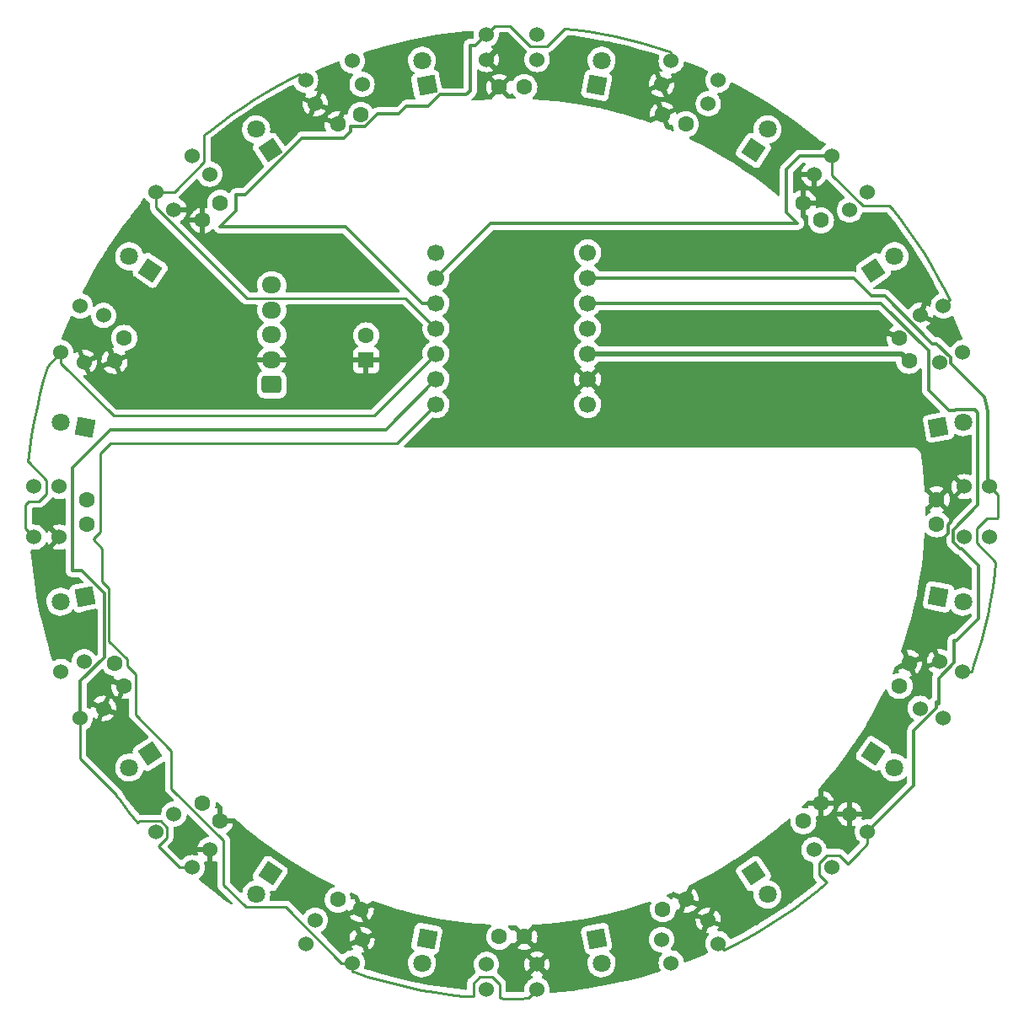
<source format=gbr>
%TF.GenerationSoftware,KiCad,Pcbnew,(6.0.11)*%
%TF.CreationDate,2023-09-02T14:34:40+09:00*%
%TF.ProjectId,line_board,6c696e65-5f62-46f6-9172-642e6b696361,rev?*%
%TF.SameCoordinates,Original*%
%TF.FileFunction,Copper,L2,Bot*%
%TF.FilePolarity,Positive*%
%FSLAX46Y46*%
G04 Gerber Fmt 4.6, Leading zero omitted, Abs format (unit mm)*
G04 Created by KiCad (PCBNEW (6.0.11)) date 2023-09-02 14:34:40*
%MOMM*%
%LPD*%
G01*
G04 APERTURE LIST*
G04 Aperture macros list*
%AMRoundRect*
0 Rectangle with rounded corners*
0 $1 Rounding radius*
0 $2 $3 $4 $5 $6 $7 $8 $9 X,Y pos of 4 corners*
0 Add a 4 corners polygon primitive as box body*
4,1,4,$2,$3,$4,$5,$6,$7,$8,$9,$2,$3,0*
0 Add four circle primitives for the rounded corners*
1,1,$1+$1,$2,$3*
1,1,$1+$1,$4,$5*
1,1,$1+$1,$6,$7*
1,1,$1+$1,$8,$9*
0 Add four rect primitives between the rounded corners*
20,1,$1+$1,$2,$3,$4,$5,0*
20,1,$1+$1,$4,$5,$6,$7,0*
20,1,$1+$1,$6,$7,$8,$9,0*
20,1,$1+$1,$8,$9,$2,$3,0*%
%AMRotRect*
0 Rectangle, with rotation*
0 The origin of the aperture is its center*
0 $1 length*
0 $2 width*
0 $3 Rotation angle, in degrees counterclockwise*
0 Add horizontal line*
21,1,$1,$2,0,0,$3*%
G04 Aperture macros list end*
%TA.AperFunction,ComponentPad*%
%ADD10C,1.524000*%
%TD*%
%TA.AperFunction,ComponentPad*%
%ADD11RotRect,1.800000X1.800000X281.250000*%
%TD*%
%TA.AperFunction,ComponentPad*%
%ADD12C,1.800000*%
%TD*%
%TA.AperFunction,ComponentPad*%
%ADD13RotRect,1.800000X1.800000X56.250000*%
%TD*%
%TA.AperFunction,ComponentPad*%
%ADD14C,1.600000*%
%TD*%
%TA.AperFunction,ComponentPad*%
%ADD15RotRect,1.800000X1.800000X326.250000*%
%TD*%
%TA.AperFunction,ComponentPad*%
%ADD16RotRect,1.800000X1.800000X191.250000*%
%TD*%
%TA.AperFunction,ComponentPad*%
%ADD17RotRect,1.800000X1.800000X123.750000*%
%TD*%
%TA.AperFunction,ComponentPad*%
%ADD18RotRect,1.800000X1.800000X258.750000*%
%TD*%
%TA.AperFunction,ComponentPad*%
%ADD19RotRect,1.800000X1.800000X11.250000*%
%TD*%
%TA.AperFunction,ComponentPad*%
%ADD20RotRect,1.800000X1.800000X348.750000*%
%TD*%
%TA.AperFunction,ComponentPad*%
%ADD21RotRect,1.800000X1.800000X146.250000*%
%TD*%
%TA.AperFunction,ComponentPad*%
%ADD22RotRect,1.800000X1.800000X168.750000*%
%TD*%
%TA.AperFunction,ComponentPad*%
%ADD23RotRect,1.800000X1.800000X236.250000*%
%TD*%
%TA.AperFunction,ComponentPad*%
%ADD24RotRect,1.800000X1.800000X303.750000*%
%TD*%
%TA.AperFunction,ComponentPad*%
%ADD25RotRect,1.800000X1.800000X78.750000*%
%TD*%
%TA.AperFunction,ComponentPad*%
%ADD26RotRect,1.800000X1.800000X33.750000*%
%TD*%
%TA.AperFunction,ComponentPad*%
%ADD27RotRect,1.800000X1.800000X101.250000*%
%TD*%
%TA.AperFunction,ComponentPad*%
%ADD28RotRect,1.800000X1.800000X213.750000*%
%TD*%
%TA.AperFunction,ComponentPad*%
%ADD29C,1.700000*%
%TD*%
%TA.AperFunction,ComponentPad*%
%ADD30R,1.600000X1.600000*%
%TD*%
%TA.AperFunction,ComponentPad*%
%ADD31RoundRect,0.250000X0.725000X-0.600000X0.725000X0.600000X-0.725000X0.600000X-0.725000X-0.600000X0*%
%TD*%
%TA.AperFunction,ComponentPad*%
%ADD32O,1.950000X1.700000*%
%TD*%
%TA.AperFunction,ViaPad*%
%ADD33C,0.800000*%
%TD*%
%TA.AperFunction,Conductor*%
%ADD34C,0.500000*%
%TD*%
%TA.AperFunction,Conductor*%
%ADD35C,0.300000*%
%TD*%
%TA.AperFunction,Conductor*%
%ADD36C,0.250000*%
%TD*%
G04 APERTURE END LIST*
D10*
%TO.P,U1,1,K(-)*%
%TO.N,Net-(D1-Pad1)*%
X149860000Y-136885982D03*
%TO.P,U1,2,VCC*%
%TO.N,+3.3V*%
X149860000Y-139425982D03*
%TO.P,U1,3,VOUT*%
%TO.N,D0*%
X154940000Y-139425982D03*
%TO.P,U1,4,GND*%
%TO.N,GND*%
X154940000Y-136885982D03*
%TD*%
%TO.P,U6,1,K(-)*%
%TO.N,Net-(D6-Pad1)*%
X111385387Y-71701897D03*
%TO.P,U6,2,VCC*%
%TO.N,+3.3V*%
X109038733Y-70729881D03*
%TO.P,U6,3,VOUT*%
%TO.N,D2*%
X107094701Y-75423189D03*
%TO.P,U6,4,GND*%
%TO.N,GND*%
X109441355Y-76395205D03*
%TD*%
D11*
%TO.P,D16,1,K*%
%TO.N,Net-(D16-Pad1)*%
X160923103Y-134288512D03*
D12*
%TO.P,D16,2,A*%
%TO.N,R-Trim*%
X161418632Y-136779707D03*
%TD*%
D13*
%TO.P,D10,1,K*%
%TO.N,Net-(D10-Pad1)*%
X176668964Y-55118911D03*
D12*
%TO.P,D10,2,A*%
%TO.N,R-Trim*%
X178080112Y-53006978D03*
%TD*%
D10*
%TO.P,U14,1,K(-)*%
%TO.N,Net-(D14-Pad1)*%
X193414613Y-111178067D03*
%TO.P,U14,2,VCC*%
%TO.N,+3.3V*%
X195761267Y-112150083D03*
%TO.P,U14,3,VOUT*%
%TO.N,D6*%
X197705299Y-107456775D03*
%TO.P,U14,4,GND*%
%TO.N,GND*%
X195358645Y-106484759D03*
%TD*%
%TO.P,U2,1,K(-)*%
%TO.N,Net-(D2-Pad1)*%
X132661915Y-132454595D03*
%TO.P,U2,2,VCC*%
%TO.N,+3.3V*%
X131689899Y-134801249D03*
%TO.P,U2,3,VOUT*%
%TO.N,D0*%
X136383207Y-136745281D03*
%TO.P,U2,4,GND*%
%TO.N,GND*%
X137355223Y-134398627D03*
%TD*%
%TO.P,U4,1,K(-)*%
%TO.N,Net-(D4-Pad1)*%
X109441355Y-106484759D03*
%TO.P,U4,2,VCC*%
%TO.N,+3.3V*%
X107094701Y-107456775D03*
%TO.P,U4,3,VOUT*%
%TO.N,D1*%
X109038733Y-112150083D03*
%TO.P,U4,4,GND*%
%TO.N,GND*%
X111385387Y-111178067D03*
%TD*%
D14*
%TO.P,C3,1*%
%TO.N,+3.3V*%
X121342469Y-120729746D03*
%TO.P,C3,2*%
%TO.N,GND*%
X123110236Y-122497513D03*
%TD*%
D10*
%TO.P,U8,1,K(-)*%
%TO.N,Net-(D8-Pad1)*%
X137355223Y-48481337D03*
%TO.P,U8,2,VCC*%
%TO.N,+3.3V*%
X136383207Y-46134683D03*
%TO.P,U8,3,VOUT*%
%TO.N,D3*%
X131689899Y-48078715D03*
%TO.P,U8,4,GND*%
%TO.N,GND*%
X132661915Y-50425369D03*
%TD*%
D15*
%TO.P,D14,1,K*%
%TO.N,Net-(D14-Pad1)*%
X188725230Y-115711724D03*
D12*
%TO.P,D14,2,A*%
%TO.N,R-Trim*%
X190837163Y-117122872D03*
%TD*%
D14*
%TO.P,C1,1*%
%TO.N,+3.3V*%
X151150000Y-134111964D03*
%TO.P,C1,2*%
%TO.N,GND*%
X153650000Y-134111964D03*
%TD*%
D16*
%TO.P,D4,1,K*%
%TO.N,Net-(D4-Pad1)*%
X109556375Y-99962109D03*
D12*
%TO.P,D4,2,A*%
%TO.N,R-Trim*%
X107065180Y-100457638D03*
%TD*%
D14*
%TO.P,C13,1*%
%TO.N,+3.3V*%
X192302125Y-76264971D03*
%TO.P,C13,2*%
%TO.N,GND*%
X191345416Y-73955272D03*
%TD*%
D10*
%TO.P,U7,1,K(-)*%
%TO.N,Net-(D7-Pad1)*%
X122060877Y-57508756D03*
%TO.P,U7,2,VCC*%
%TO.N,+3.3V*%
X120264826Y-55712705D03*
%TO.P,U7,3,VOUT*%
%TO.N,D3*%
X116672723Y-59304808D03*
%TO.P,U7,4,GND*%
%TO.N,GND*%
X118468774Y-61100859D03*
%TD*%
D17*
%TO.P,D7,1,K*%
%TO.N,Net-(D7-Pad1)*%
X128128257Y-55114753D03*
D12*
%TO.P,D7,2,A*%
%TO.N,R-Trim*%
X126717109Y-53002820D03*
%TD*%
D10*
%TO.P,U9,1,K(-)*%
%TO.N,Net-(D9-Pad1)*%
X154940000Y-45993982D03*
%TO.P,U9,2,VCC*%
%TO.N,+3.3V*%
X154940000Y-43453982D03*
%TO.P,U9,3,VOUT*%
%TO.N,D4*%
X149860000Y-43453982D03*
%TO.P,U9,4,GND*%
%TO.N,GND*%
X149860000Y-45993982D03*
%TD*%
%TO.P,U15,1,K(-)*%
%TO.N,Net-(D15-Pad1)*%
X182739123Y-125371208D03*
%TO.P,U15,2,VCC*%
%TO.N,+3.3V*%
X184535174Y-127167259D03*
%TO.P,U15,3,VOUT*%
%TO.N,D7*%
X188127277Y-123575156D03*
%TO.P,U15,4,GND*%
%TO.N,GND*%
X186331226Y-121779105D03*
%TD*%
%TO.P,U5,1,K(-)*%
%TO.N,Net-(D5-Pad1)*%
X106954000Y-88899982D03*
%TO.P,U5,2,VCC*%
%TO.N,+3.3V*%
X104414000Y-88899982D03*
%TO.P,U5,3,VOUT*%
%TO.N,D2*%
X104414000Y-93979982D03*
%TO.P,U5,4,GND*%
%TO.N,GND*%
X106954000Y-93979982D03*
%TD*%
D18*
%TO.P,D1,1,K*%
%TO.N,Net-(D1-Pad1)*%
X143876898Y-134288512D03*
D12*
%TO.P,D1,2,A*%
%TO.N,R-Trim*%
X143381369Y-136779707D03*
%TD*%
D14*
%TO.P,C7,1*%
%TO.N,+3.3V*%
X123110236Y-60382451D03*
%TO.P,C7,2*%
%TO.N,GND*%
X121342469Y-62150218D03*
%TD*%
D19*
%TO.P,D12,1,K*%
%TO.N,Net-(D12-Pad1)*%
X195248530Y-82916879D03*
D12*
%TO.P,D12,2,A*%
%TO.N,R-Trim*%
X197739725Y-82421350D03*
%TD*%
D20*
%TO.P,D13,1,K*%
%TO.N,Net-(D13-Pad1)*%
X195248530Y-99963084D03*
D12*
%TO.P,D13,2,A*%
%TO.N,R-Trim*%
X197739725Y-100458613D03*
%TD*%
D14*
%TO.P,C9,1*%
%TO.N,+3.3V*%
X167575011Y-131342107D03*
%TO.P,C9,2*%
%TO.N,GND*%
X169884710Y-130385398D03*
%TD*%
D21*
%TO.P,D6,1,K*%
%TO.N,Net-(D6-Pad1)*%
X116078928Y-67171017D03*
D12*
%TO.P,D6,2,A*%
%TO.N,R-Trim*%
X113966995Y-65759869D03*
%TD*%
D22*
%TO.P,D5,1,K*%
%TO.N,Net-(D5-Pad1)*%
X109556375Y-82917855D03*
D12*
%TO.P,D5,2,A*%
%TO.N,R-Trim*%
X107065180Y-82422326D03*
%TD*%
D10*
%TO.P,U10,1,K(-)*%
%TO.N,Net-(D10-Pad1)*%
X172138085Y-50425369D03*
%TO.P,U10,2,VCC*%
%TO.N,+3.3V*%
X173110101Y-48078715D03*
%TO.P,U10,3,VOUT*%
%TO.N,D4*%
X168416793Y-46134683D03*
%TO.P,U10,4,GND*%
%TO.N,GND*%
X167444777Y-48481337D03*
%TD*%
D23*
%TO.P,D2,1,K*%
%TO.N,Net-(D2-Pad1)*%
X128128258Y-127765212D03*
D12*
%TO.P,D2,2,A*%
%TO.N,R-Trim*%
X126717110Y-129877145D03*
%TD*%
D10*
%TO.P,U11,1,K(-)*%
%TO.N,Net-(D11-Pad1)*%
X186331226Y-61100859D03*
%TO.P,U11,2,VCC*%
%TO.N,+3.3V*%
X188127277Y-59304808D03*
%TO.P,U11,3,VOUT*%
%TO.N,D5*%
X184535174Y-55712705D03*
%TO.P,U11,4,GND*%
%TO.N,GND*%
X182739123Y-57508756D03*
%TD*%
%TO.P,U16,1,K(-)*%
%TO.N,Net-(D16-Pad1)*%
X167444777Y-134398627D03*
%TO.P,U16,2,VCC*%
%TO.N,+3.3V*%
X168416793Y-136745281D03*
%TO.P,U16,3,VOUT*%
%TO.N,D7*%
X173110101Y-134801249D03*
%TO.P,U16,4,GND*%
%TO.N,GND*%
X172138085Y-132454595D03*
%TD*%
D24*
%TO.P,D15,1,K*%
%TO.N,Net-(D15-Pad1)*%
X176668964Y-127761054D03*
D12*
%TO.P,D15,2,A*%
%TO.N,R-Trim*%
X178080112Y-129872987D03*
%TD*%
D10*
%TO.P,U3,1,K(-)*%
%TO.N,Net-(D3-Pad1)*%
X118468774Y-121779105D03*
%TO.P,U3,2,VCC*%
%TO.N,+3.3V*%
X116672723Y-123575156D03*
%TO.P,U3,3,VOUT*%
%TO.N,D1*%
X120264826Y-127167259D03*
%TO.P,U3,4,GND*%
%TO.N,GND*%
X122060877Y-125371208D03*
%TD*%
D14*
%TO.P,C15,1*%
%TO.N,+3.3V*%
X191345416Y-108924692D03*
%TO.P,C15,2*%
%TO.N,GND*%
X192302125Y-106614993D03*
%TD*%
%TO.P,C14,1*%
%TO.N,+3.3V*%
X181689764Y-122497513D03*
%TO.P,C14,2*%
%TO.N,GND*%
X183457531Y-120729746D03*
%TD*%
%TO.P,C2,1*%
%TO.N,+3.3V*%
X134915290Y-130385398D03*
%TO.P,C2,2*%
%TO.N,GND*%
X137224989Y-131342107D03*
%TD*%
%TO.P,C10,1*%
%TO.N,+3.3V*%
X153650000Y-48768000D03*
%TO.P,C10,2*%
%TO.N,GND*%
X151150000Y-48768000D03*
%TD*%
D25*
%TO.P,D9,1,K*%
%TO.N,Net-(D9-Pad1)*%
X160922127Y-48596357D03*
D12*
%TO.P,D9,2,A*%
%TO.N,R-Trim*%
X161417656Y-46105162D03*
%TD*%
D10*
%TO.P,U12,1,K(-)*%
%TO.N,Net-(D12-Pad1)*%
X195358645Y-76395205D03*
%TO.P,U12,2,VCC*%
%TO.N,+3.3V*%
X197705299Y-75423189D03*
%TO.P,U12,3,VOUT*%
%TO.N,D5*%
X195761267Y-70729881D03*
%TO.P,U12,4,GND*%
%TO.N,GND*%
X193414613Y-71701897D03*
%TD*%
%TO.P,U13,1,K(-)*%
%TO.N,Net-(D13-Pad1)*%
X197846000Y-93979982D03*
%TO.P,U13,2,VCC*%
%TO.N,+3.3V*%
X200386000Y-93979982D03*
%TO.P,U13,3,VOUT*%
%TO.N,D6*%
X200386000Y-88899982D03*
%TO.P,U13,4,GND*%
%TO.N,GND*%
X197846000Y-88899982D03*
%TD*%
D14*
%TO.P,C16,1*%
%TO.N,+3.3V*%
X195071982Y-92689982D03*
%TO.P,C16,2*%
%TO.N,GND*%
X195071982Y-90189982D03*
%TD*%
D26*
%TO.P,D11,1,K*%
%TO.N,Net-(D11-Pad1)*%
X188725229Y-67168239D03*
D12*
%TO.P,D11,2,A*%
%TO.N,R-Trim*%
X190837162Y-65757091D03*
%TD*%
D14*
%TO.P,C4,1*%
%TO.N,+3.3V*%
X112497875Y-106614993D03*
%TO.P,C4,2*%
%TO.N,GND*%
X113454584Y-108924692D03*
%TD*%
%TO.P,C11,1*%
%TO.N,+3.3V*%
X169884710Y-52494566D03*
%TO.P,C11,2*%
%TO.N,GND*%
X167575011Y-51537857D03*
%TD*%
%TO.P,C12,1*%
%TO.N,+3.3V*%
X183457531Y-62150218D03*
%TO.P,C12,2*%
%TO.N,GND*%
X181689764Y-60382451D03*
%TD*%
%TO.P,C6,1*%
%TO.N,+3.3V*%
X113454584Y-73955272D03*
%TO.P,C6,2*%
%TO.N,GND*%
X112497875Y-76264971D03*
%TD*%
D27*
%TO.P,D8,1,K*%
%TO.N,Net-(D8-Pad1)*%
X143876897Y-48591452D03*
D12*
%TO.P,D8,2,A*%
%TO.N,R-Trim*%
X143381368Y-46100257D03*
%TD*%
D28*
%TO.P,D3,1,K*%
%TO.N,Net-(D3-Pad1)*%
X116074771Y-115711725D03*
D12*
%TO.P,D3,2,A*%
%TO.N,R-Trim*%
X113962838Y-117122873D03*
%TD*%
D14*
%TO.P,C5,1*%
%TO.N,+3.3V*%
X109728018Y-90189982D03*
%TO.P,C5,2*%
%TO.N,GND*%
X109728018Y-92689982D03*
%TD*%
%TO.P,C8,1*%
%TO.N,+3.3V*%
X137224989Y-51537857D03*
%TO.P,C8,2*%
%TO.N,GND*%
X134915290Y-52494566D03*
%TD*%
D29*
%TO.P,U17,1,PA02_A0_D0*%
%TO.N,D0*%
X144780000Y-80645000D03*
%TO.P,U17,2,PA4_A1_D1*%
%TO.N,D1*%
X144780000Y-78105000D03*
%TO.P,U17,3,PA10_A2_D2*%
%TO.N,D2*%
X144780000Y-75565000D03*
%TO.P,U17,4,PA11_A3_D3*%
%TO.N,D3*%
X144780000Y-73025000D03*
%TO.P,U17,5,PA8_A4_D4_SDA*%
%TO.N,D4*%
X144780000Y-70485000D03*
%TO.P,U17,6,PA9_A5_D5_SCL*%
%TO.N,D5*%
X144780000Y-67945000D03*
%TO.P,U17,7,PB08_A6_D6_TX*%
%TO.N,TX*%
X144780000Y-65405000D03*
%TO.P,U17,8,PB09_A7_D7_RX*%
%TO.N,RX*%
X160020000Y-65405000D03*
%TO.P,U17,9,PA7_A8_D8_SCK*%
%TO.N,D6*%
X160020000Y-67945000D03*
%TO.P,U17,10,PA5_A9_D9_MISO*%
%TO.N,D7*%
X160020000Y-70485000D03*
%TO.P,U17,11,PA6_A10_D10_MOSI*%
%TO.N,unconnected-(U17-Pad11)*%
X160020000Y-73025000D03*
%TO.P,U17,12,3V3*%
%TO.N,+3.3V*%
X160020000Y-75565000D03*
%TO.P,U17,13,GND*%
%TO.N,GND*%
X160020000Y-78105000D03*
%TO.P,U17,14,5V*%
%TO.N,+5V*%
X160020000Y-80645000D03*
%TD*%
D30*
%TO.P,C17,1*%
%TO.N,GND*%
X137769600Y-76191826D03*
D14*
%TO.P,C17,2*%
%TO.N,R-Trim*%
X137769600Y-73691826D03*
%TD*%
D31*
%TO.P,J1,1,Pin_1*%
%TO.N,+5V*%
X128287000Y-78660000D03*
D32*
%TO.P,J1,2,Pin_2*%
%TO.N,GND*%
X128287000Y-76160000D03*
%TO.P,J1,3,Pin_3*%
%TO.N,R-Trim*%
X128287000Y-73660000D03*
%TO.P,J1,4,Pin_4*%
%TO.N,TX*%
X128287000Y-71160000D03*
%TO.P,J1,5,Pin_5*%
%TO.N,RX*%
X128287000Y-68660000D03*
%TD*%
D33*
%TO.N,GND*%
X158800800Y-84328000D03*
X195326000Y-86156800D03*
X113792000Y-80467200D03*
X186182000Y-118668800D03*
X162458400Y-73964800D03*
X194589742Y-95300800D03*
X140208000Y-46431200D03*
X165049200Y-136448800D03*
X134366000Y-65176400D03*
X191922400Y-78740000D03*
X107086400Y-103124000D03*
X193903600Y-105105200D03*
X187198000Y-71882000D03*
X135280400Y-80467200D03*
X162356800Y-63652400D03*
X181051200Y-53949600D03*
X115824000Y-63093600D03*
X162356800Y-71983600D03*
X192786000Y-67970400D03*
X129641600Y-50952400D03*
X192125600Y-84124800D03*
X164592000Y-48310800D03*
X152450800Y-73050400D03*
X132029200Y-80264000D03*
X162864800Y-84074000D03*
X119176800Y-73101200D03*
X186791600Y-77012800D03*
X162356800Y-66700400D03*
X162255200Y-77165200D03*
X180644800Y-127914400D03*
X120954800Y-77774800D03*
X125120400Y-125628400D03*
X187350400Y-74168000D03*
X180848000Y-64109600D03*
X120446800Y-124663200D03*
X183997600Y-66802000D03*
X110244912Y-108789971D03*
X116179600Y-120904000D03*
X115163600Y-71424800D03*
X119007912Y-123529112D03*
X140157200Y-135890000D03*
%TD*%
D34*
%TO.N,+3.3V*%
X160020000Y-75565000D02*
X191602154Y-75565000D01*
X191602154Y-75565000D02*
X192302125Y-76264971D01*
D35*
%TO.N,GND*%
X196596000Y-91714000D02*
X196596000Y-92354400D01*
X196221982Y-92728418D02*
X196221982Y-93592018D01*
X196596000Y-92354400D02*
X196221982Y-92728418D01*
X195071982Y-90189982D02*
X196596000Y-91714000D01*
X196221982Y-93592018D02*
X194513200Y-95300800D01*
X194513200Y-95300800D02*
X194589742Y-95300800D01*
D36*
%TO.N,D0*%
X111930200Y-99128600D02*
X111252000Y-98450400D01*
X111048800Y-93472000D02*
X111048800Y-85547200D01*
X139213630Y-138499985D02*
X137865966Y-138101380D01*
X154086831Y-140279151D02*
X153102712Y-140307460D01*
X111930200Y-104411800D02*
X111930200Y-99128600D01*
X113741200Y-106222800D02*
X111930200Y-104411800D01*
X110388400Y-94132400D02*
X111048800Y-93472000D01*
X114604800Y-109372400D02*
X114604800Y-107746800D01*
X147966000Y-140106400D02*
X147489191Y-140065162D01*
X148542833Y-140106400D02*
X147966000Y-140106400D01*
X111252000Y-95097600D02*
X110388400Y-94234000D01*
X123444000Y-124460000D02*
X118211600Y-119227600D01*
X123444000Y-128879600D02*
X123444000Y-124460000D01*
X135305577Y-136745281D02*
X129675096Y-131114800D01*
X146093066Y-139903853D02*
X144702211Y-139702475D01*
X136383207Y-137611307D02*
X136383207Y-136745281D01*
X113741200Y-106883200D02*
X113741200Y-106222800D01*
X140572225Y-138859682D02*
X139213630Y-138499985D01*
X154940000Y-139425982D02*
X154086831Y-140279151D01*
X129675096Y-131114800D02*
X125679200Y-131114800D01*
X112064800Y-84531200D02*
X140893800Y-84531200D01*
X137865966Y-138101380D02*
X136530270Y-137664173D01*
X149199600Y-138125200D02*
X148539200Y-138785600D01*
X136530270Y-137664173D02*
X136383207Y-137611307D01*
X153102712Y-140307460D02*
X151697288Y-140307460D01*
X111252000Y-98450400D02*
X111252000Y-95097600D01*
X114579584Y-109397616D02*
X114604800Y-109372400D01*
X114579584Y-111785584D02*
X114579584Y-109397616D01*
X147489191Y-140065162D02*
X146093066Y-139903853D01*
X110388400Y-94234000D02*
X110388400Y-94132400D01*
X141940619Y-139180170D02*
X140572225Y-138859682D01*
X150418800Y-138125200D02*
X149199600Y-138125200D01*
X148539200Y-140102767D02*
X148542833Y-140106400D01*
X111048800Y-85547200D02*
X112064800Y-84531200D01*
X151180800Y-140289090D02*
X151180800Y-138887200D01*
X140893800Y-84531200D02*
X144780000Y-80645000D01*
X151697288Y-140307460D02*
X151180800Y-140289090D01*
X125679200Y-131114800D02*
X123444000Y-128879600D01*
X136383207Y-136745281D02*
X135305577Y-136745281D01*
X114604800Y-107746800D02*
X113741200Y-106883200D01*
X144702211Y-139702475D02*
X143317632Y-139461173D01*
X118211600Y-119227600D02*
X118211600Y-115417600D01*
X151180800Y-138887200D02*
X150418800Y-138125200D01*
X143317632Y-139461173D02*
X141940619Y-139180170D01*
X148539200Y-138785600D02*
X148539200Y-140102767D01*
X118211600Y-115417600D02*
X114579584Y-111785584D01*
%TO.N,D1*%
X118657191Y-126794572D02*
X117654586Y-125809743D01*
X112707448Y-119870248D02*
X109016800Y-116179600D01*
X115022155Y-122488156D02*
X114822290Y-122688021D01*
D35*
X109038733Y-108459987D02*
X109038733Y-112150083D01*
X108254800Y-87020400D02*
X108254800Y-97332800D01*
D36*
X117759723Y-123124905D02*
X117122974Y-122488156D01*
X109016800Y-116179600D02*
X109016800Y-112172016D01*
X109016800Y-112172016D02*
X109038733Y-112150083D01*
D35*
X139725400Y-83159600D02*
X112115600Y-83159600D01*
D36*
X113939348Y-121594624D02*
X113088055Y-120476089D01*
D35*
X111455200Y-106043520D02*
X109038733Y-108459987D01*
D36*
X112707448Y-119948972D02*
X112707448Y-119870248D01*
D35*
X109187454Y-97332800D02*
X111455200Y-99600546D01*
D36*
X116890800Y-125015072D02*
X117759723Y-124146149D01*
X117122974Y-122488156D02*
X115022155Y-122488156D01*
X117654586Y-125809743D02*
X116890800Y-125015072D01*
X114822290Y-122688021D02*
X113939348Y-121594624D01*
X113088055Y-120476089D02*
X112707448Y-119948972D01*
D35*
X108254800Y-97332800D02*
X109187454Y-97332800D01*
D36*
X120264826Y-127167259D02*
X119059094Y-127167259D01*
D35*
X111455200Y-99600546D02*
X111455200Y-106043520D01*
X144780000Y-78105000D02*
X139725400Y-83159600D01*
X112115600Y-83159600D02*
X108254800Y-87020400D01*
D36*
X117759723Y-124146149D02*
X117759723Y-123124905D01*
X119059094Y-127167259D02*
X118657191Y-126794572D01*
%TO.N,D2*%
X103559808Y-93125790D02*
X104414000Y-93979982D01*
X104668268Y-80942279D02*
X104388249Y-82308080D01*
X105740314Y-76900602D02*
X105344579Y-78237434D01*
X105344579Y-78237434D02*
X104987123Y-79585066D01*
X104388249Y-82308080D02*
X104147304Y-83681300D01*
X112381882Y-81788000D02*
X138557000Y-81788000D01*
X138557000Y-81788000D02*
X144780000Y-75565000D01*
X104902000Y-90373200D02*
X103886000Y-90373200D01*
X103945625Y-85060845D02*
X103783381Y-86445568D01*
X105664000Y-88239600D02*
X105664000Y-89611200D01*
X103783381Y-86445568D02*
X103869968Y-86445568D01*
X107094701Y-75423189D02*
X105800179Y-76717711D01*
X103869968Y-86445568D02*
X105664000Y-88239600D01*
X103886000Y-90373200D02*
X103559808Y-90699392D01*
X107094701Y-75423189D02*
X107094701Y-76500819D01*
X105800179Y-76717711D02*
X105740314Y-76900602D01*
X103559808Y-90699392D02*
X103559808Y-93125790D01*
X105664000Y-89611200D02*
X104902000Y-90373200D01*
X107094701Y-76500819D02*
X112381882Y-81788000D01*
X104147304Y-83681300D02*
X103945625Y-85060845D01*
X104987123Y-79585066D02*
X104668268Y-80942279D01*
%TO.N,D3*%
X118495192Y-59304808D02*
X121513600Y-56286400D01*
X130159584Y-47921182D02*
X131078985Y-47467801D01*
X128922799Y-48575742D02*
X130159584Y-47921182D01*
X121513600Y-53568127D02*
X121940321Y-53220481D01*
X131078985Y-47467801D02*
X131689899Y-48078715D01*
X125815664Y-69985000D02*
X141740000Y-69985000D01*
X116672723Y-59304808D02*
X116672723Y-60842059D01*
X123047177Y-52363983D02*
X124177957Y-51539628D01*
X126507924Y-49989742D02*
X127705254Y-49265446D01*
X121513600Y-56286400D02*
X121513600Y-53568127D01*
X116672723Y-60842059D02*
X125815664Y-69985000D01*
X121940321Y-53220481D02*
X123047177Y-52363983D01*
X116672723Y-59304808D02*
X118495192Y-59304808D01*
X141740000Y-69985000D02*
X144780000Y-73025000D01*
X124177957Y-51539628D02*
X125331825Y-50748018D01*
X125331825Y-50748018D02*
X126507924Y-49989742D01*
X127705254Y-49265446D02*
X128922799Y-48575742D01*
D35*
%TO.N,D4*%
X137658792Y-52730400D02*
X138928792Y-51460400D01*
X148234400Y-49123600D02*
X148234400Y-44551600D01*
D36*
X152227155Y-42600755D02*
X154279600Y-44653200D01*
D35*
X138928792Y-51460400D02*
X141071600Y-51460400D01*
X141833600Y-50698400D02*
X144030337Y-50698400D01*
X141071600Y-51460400D02*
X141833600Y-50698400D01*
X144030337Y-50698400D02*
X145198737Y-49530000D01*
X125646230Y-59588400D02*
X131335830Y-53898800D01*
X147828000Y-49530000D02*
X148234400Y-49123600D01*
X136194800Y-52730400D02*
X137658792Y-52730400D01*
D36*
X164177690Y-44007840D02*
X165530807Y-44364468D01*
X154279600Y-44653200D02*
X155956000Y-44653200D01*
D35*
X145198737Y-49530000D02*
X147828000Y-49530000D01*
X144780000Y-70485000D02*
X143383000Y-70485000D01*
X135686800Y-62788800D02*
X123088400Y-62788800D01*
X148234400Y-44551600D02*
X148762382Y-44551600D01*
D36*
X157744216Y-42864984D02*
X158679813Y-42972612D01*
D35*
X135531150Y-53898800D02*
X136194800Y-53235150D01*
X131335830Y-53898800D02*
X135531150Y-53898800D01*
D36*
X155956000Y-44653200D02*
X157744216Y-42864984D01*
X162814893Y-43690092D02*
X164177690Y-44007840D01*
X165530807Y-44364468D02*
X166873171Y-44759694D01*
X168203691Y-45193195D02*
X168416793Y-45269441D01*
D35*
X124714000Y-59588400D02*
X125646230Y-59588400D01*
D36*
X168416793Y-45269441D02*
X168416793Y-46134683D01*
D35*
X123088400Y-62788800D02*
X124714000Y-61163200D01*
D36*
X149860000Y-43453982D02*
X150713227Y-42600755D01*
X160064851Y-43172270D02*
X161443586Y-43411495D01*
D35*
X136194800Y-53235150D02*
X136194800Y-52730400D01*
D36*
X158679813Y-42972612D02*
X160064851Y-43172270D01*
X166873171Y-44759694D02*
X168203691Y-45193195D01*
D35*
X148762382Y-44551600D02*
X149860000Y-43453982D01*
X143383000Y-70485000D02*
X135686800Y-62788800D01*
X124714000Y-61163200D02*
X124714000Y-59588400D01*
D36*
X150713227Y-42600755D02*
X152227155Y-42600755D01*
X161443586Y-43411495D02*
X162814893Y-43690092D01*
D35*
%TO.N,D5*%
X179984400Y-57048400D02*
X181320095Y-55712705D01*
X144780000Y-67945000D02*
X150291800Y-62433200D01*
D36*
X184535174Y-57585974D02*
X187655200Y-60706000D01*
X187655200Y-60706000D02*
X190345577Y-60706000D01*
D35*
X179984400Y-61315600D02*
X179984400Y-57048400D01*
X181320095Y-55712705D02*
X184535174Y-55712705D01*
D36*
X184535174Y-55712705D02*
X184535174Y-57585974D01*
D35*
X150291800Y-62433200D02*
X181102000Y-62433200D01*
D36*
X190617869Y-60978292D02*
X191471360Y-62081022D01*
X196372407Y-70118741D02*
X195761267Y-70729881D01*
X191471360Y-62081022D02*
X192292913Y-63207462D01*
X194560216Y-66720843D02*
X195248157Y-67933493D01*
X193081994Y-64356869D02*
X193837978Y-65528331D01*
X192292913Y-63207462D02*
X193081994Y-64356869D01*
X190345577Y-60706000D02*
X190617869Y-60978292D01*
X193837978Y-65528331D02*
X194560216Y-66720843D01*
X195901242Y-69165297D02*
X196372407Y-70118741D01*
X195248157Y-67933493D02*
X195901242Y-69165297D01*
D35*
X181102000Y-62433200D02*
X179984400Y-61315600D01*
D36*
%TO.N,D6*%
X201265597Y-90619590D02*
X201269113Y-92013829D01*
D35*
X200202800Y-81413407D02*
X200202800Y-88716782D01*
D36*
X199132428Y-105743814D02*
X198705414Y-107070981D01*
D35*
X188518800Y-69748400D02*
X189888510Y-69748400D01*
D36*
X201269113Y-92013829D02*
X201182542Y-92100400D01*
X200184085Y-101696723D02*
X199872067Y-103055593D01*
D35*
X194663710Y-74523600D02*
X195059646Y-74523600D01*
X195059646Y-74523600D02*
X196470645Y-75934599D01*
D36*
X200691223Y-98955120D02*
X200457205Y-100329561D01*
X201238669Y-89752651D02*
X201265597Y-90619590D01*
X199085200Y-94538800D02*
X201010387Y-96463987D01*
D35*
X199868053Y-79929253D02*
X200107311Y-80947660D01*
D36*
X200101200Y-92100400D02*
X199085200Y-93116400D01*
X199085200Y-93116400D02*
X199085200Y-94538800D01*
X199521435Y-104404929D02*
X199132428Y-105743814D01*
X198705414Y-107070981D02*
X198569024Y-107456775D01*
X198569024Y-107456775D02*
X197705299Y-107456775D01*
D35*
X189888510Y-69748400D02*
X194663710Y-74523600D01*
D36*
X201182542Y-92100400D02*
X200101200Y-92100400D01*
X200457205Y-100329561D02*
X200184085Y-101696723D01*
D35*
X160045400Y-67970400D02*
X186740800Y-67970400D01*
D36*
X200885939Y-97574574D02*
X200691223Y-98955120D01*
D35*
X186740800Y-67970400D02*
X188518800Y-69748400D01*
X196470645Y-76531845D02*
X199868053Y-79929253D01*
D36*
X200386000Y-88899982D02*
X201238669Y-89752651D01*
X201010387Y-96463987D02*
X200885939Y-97574574D01*
D35*
X200107311Y-80947660D02*
X200202800Y-81413407D01*
X160020000Y-67945000D02*
X160045400Y-67970400D01*
X196470645Y-75934599D02*
X196470645Y-76531845D01*
X200202800Y-88716782D02*
X200386000Y-88899982D01*
D36*
X199872067Y-103055593D02*
X199521435Y-104404929D01*
%TO.N,D7*%
X185281437Y-125933200D02*
X184048400Y-125933200D01*
D35*
X196958650Y-81171350D02*
X198925750Y-81171350D01*
D36*
X178392403Y-132827410D02*
X177191652Y-133557653D01*
X183286400Y-126695200D02*
X183286400Y-127907468D01*
D35*
X199237600Y-90728800D02*
X196734000Y-93232400D01*
X192786000Y-118916433D02*
X188127277Y-123575156D01*
X189501490Y-70485000D02*
X194246645Y-75230155D01*
D36*
X181861942Y-130433805D02*
X180728515Y-131264841D01*
X184048400Y-125933200D02*
X183286400Y-126695200D01*
X180728515Y-131264841D02*
X179571698Y-132062920D01*
D35*
X196734000Y-93232400D02*
X196734000Y-94440588D01*
X197385394Y-95091982D02*
X197555582Y-95091982D01*
D36*
X188127277Y-123575156D02*
X188127277Y-124787686D01*
D35*
X197555582Y-95091982D02*
X199288400Y-96824800D01*
D36*
X177191652Y-133557653D02*
X175970338Y-134253103D01*
X174729552Y-134913138D02*
X173721553Y-135412701D01*
D35*
X196291200Y-81229200D02*
X196900800Y-81229200D01*
X198925750Y-81171350D02*
X199237600Y-81483200D01*
X195275200Y-110744000D02*
X195072000Y-110540800D01*
D36*
X182970938Y-129570573D02*
X181861942Y-130433805D01*
D35*
X199237600Y-81483200D02*
X199237600Y-90728800D01*
D36*
X175970338Y-134253103D02*
X174729552Y-134913138D01*
D35*
X196734000Y-94440588D02*
X197385394Y-95091982D01*
X195275200Y-108140810D02*
X195275200Y-110744000D01*
D36*
X183286400Y-127907468D02*
X184054703Y-128675771D01*
D35*
X194246645Y-79184645D02*
X196291200Y-81229200D01*
D36*
X187145414Y-125809743D02*
X186142809Y-126794572D01*
D35*
X195072000Y-110540800D02*
X195072000Y-111093286D01*
D36*
X188127277Y-124787686D02*
X188119318Y-124796458D01*
D35*
X196900800Y-81229200D02*
X196958650Y-81171350D01*
X197104000Y-104343200D02*
X196850000Y-104343200D01*
D36*
X184054703Y-128675771D02*
X182970938Y-129570573D01*
D35*
X194246645Y-75230155D02*
X194246645Y-79184645D01*
X199288400Y-96824800D02*
X199288400Y-102158800D01*
X196850000Y-104343200D02*
X196850000Y-106566010D01*
D36*
X188119318Y-124796458D02*
X187145414Y-125809743D01*
D35*
X160020000Y-70485000D02*
X189501490Y-70485000D01*
X196850000Y-106566010D02*
X195275200Y-108140810D01*
X192786000Y-113379286D02*
X192786000Y-118916433D01*
X199288400Y-102158800D02*
X197104000Y-104343200D01*
D36*
X173721553Y-135412701D02*
X173110101Y-134801249D01*
D35*
X195072000Y-111093286D02*
X192786000Y-113379286D01*
D36*
X186142809Y-126794572D02*
X185281437Y-125933200D01*
X179571698Y-132062920D02*
X178392403Y-132827410D01*
%TD*%
%TA.AperFunction,Conductor*%
%TO.N,GND*%
G36*
X194068759Y-93537257D02*
G01*
X194227682Y-93696180D01*
X194232190Y-93699337D01*
X194232193Y-93699339D01*
X194310371Y-93754080D01*
X194415233Y-93827505D01*
X194420215Y-93829828D01*
X194420220Y-93829831D01*
X194616747Y-93921472D01*
X194622739Y-93924266D01*
X194628047Y-93925688D01*
X194628049Y-93925689D01*
X194838580Y-93982101D01*
X194838582Y-93982101D01*
X194843895Y-93983525D01*
X195071982Y-94003480D01*
X195300069Y-93983525D01*
X195305382Y-93982101D01*
X195305384Y-93982101D01*
X195515915Y-93925689D01*
X195515917Y-93925688D01*
X195521225Y-93924266D01*
X195527217Y-93921472D01*
X195723744Y-93829831D01*
X195723749Y-93829828D01*
X195728731Y-93827505D01*
X195877230Y-93723525D01*
X195944503Y-93700837D01*
X196013363Y-93718122D01*
X196061948Y-93769891D01*
X196075500Y-93826738D01*
X196075500Y-94358532D01*
X196074941Y-94370388D01*
X196073212Y-94378125D01*
X196073461Y-94386047D01*
X196075438Y-94448957D01*
X196075500Y-94452915D01*
X196075500Y-94482020D01*
X196076056Y-94486420D01*
X196076988Y-94498252D01*
X196078438Y-94544419D01*
X196080650Y-94552032D01*
X196080650Y-94552033D01*
X196084419Y-94565004D01*
X196088430Y-94584370D01*
X196091118Y-94605652D01*
X196094034Y-94613017D01*
X196094035Y-94613021D01*
X196108126Y-94648609D01*
X196111965Y-94659819D01*
X196124855Y-94704188D01*
X196135775Y-94722653D01*
X196144466Y-94740393D01*
X196152365Y-94760344D01*
X196177727Y-94795252D01*
X196179516Y-94797714D01*
X196186033Y-94807636D01*
X196205507Y-94840565D01*
X196205510Y-94840569D01*
X196209547Y-94847395D01*
X196224711Y-94862559D01*
X196237551Y-94877592D01*
X196250159Y-94894945D01*
X196285752Y-94924390D01*
X196294532Y-94932380D01*
X196861739Y-95499587D01*
X196869729Y-95508367D01*
X196873978Y-95515062D01*
X196879756Y-95520488D01*
X196879757Y-95520489D01*
X196925651Y-95563586D01*
X196928493Y-95566341D01*
X196949061Y-95586909D01*
X196952564Y-95589626D01*
X196961589Y-95597334D01*
X196995261Y-95628954D01*
X197002206Y-95632772D01*
X197002210Y-95632775D01*
X197014047Y-95639282D01*
X197030575Y-95650138D01*
X197047525Y-95663286D01*
X197089939Y-95681641D01*
X197100577Y-95686853D01*
X197141057Y-95709106D01*
X197148734Y-95711077D01*
X197148739Y-95711079D01*
X197161820Y-95714437D01*
X197180528Y-95720842D01*
X197200217Y-95729362D01*
X197208041Y-95730601D01*
X197208044Y-95730602D01*
X197232836Y-95734528D01*
X197296989Y-95764939D01*
X197302222Y-95769882D01*
X198592995Y-97060655D01*
X198627021Y-97122967D01*
X198629900Y-97149750D01*
X198629900Y-99127591D01*
X198609898Y-99195712D01*
X198556242Y-99242205D01*
X198485968Y-99252309D01*
X198443006Y-99237899D01*
X198323614Y-99171991D01*
X198323605Y-99171987D01*
X198319080Y-99169489D01*
X198314211Y-99167765D01*
X198314207Y-99167763D01*
X198105628Y-99093901D01*
X198105624Y-99093900D01*
X198100753Y-99092175D01*
X198095660Y-99091268D01*
X198095657Y-99091267D01*
X197877820Y-99052464D01*
X197877814Y-99052463D01*
X197872731Y-99051558D01*
X197799821Y-99050667D01*
X197646306Y-99048792D01*
X197646304Y-99048792D01*
X197641136Y-99048729D01*
X197412189Y-99083763D01*
X197192039Y-99155719D01*
X197187451Y-99158107D01*
X197187447Y-99158109D01*
X196990458Y-99260655D01*
X196920798Y-99274368D01*
X196854783Y-99248243D01*
X196813372Y-99190574D01*
X196807934Y-99169256D01*
X196798355Y-99110763D01*
X196798354Y-99110761D01*
X196796904Y-99101905D01*
X196792558Y-99092833D01*
X196737848Y-98978644D01*
X196737848Y-98978643D01*
X196733968Y-98970546D01*
X196636693Y-98862132D01*
X196512900Y-98785376D01*
X196453231Y-98766620D01*
X195396139Y-98556351D01*
X194596738Y-98397340D01*
X194596735Y-98397340D01*
X194593399Y-98396676D01*
X194590017Y-98396377D01*
X194590009Y-98396376D01*
X194538959Y-98391865D01*
X194531094Y-98391170D01*
X194497473Y-98396676D01*
X194396210Y-98413259D01*
X194396209Y-98413259D01*
X194387351Y-98414710D01*
X194379256Y-98418588D01*
X194379254Y-98418589D01*
X194264090Y-98473766D01*
X194255992Y-98477646D01*
X194219707Y-98510203D01*
X194156363Y-98567039D01*
X194147578Y-98574921D01*
X194070822Y-98698714D01*
X194052066Y-98758383D01*
X193682122Y-100618215D01*
X193681823Y-100621597D01*
X193681822Y-100621605D01*
X193677311Y-100672655D01*
X193676616Y-100680520D01*
X193700156Y-100824263D01*
X193704034Y-100832358D01*
X193704035Y-100832360D01*
X193759212Y-100947524D01*
X193763092Y-100955622D01*
X193860367Y-101064036D01*
X193984160Y-101140792D01*
X194043829Y-101159548D01*
X194731126Y-101296260D01*
X195900322Y-101528828D01*
X195900325Y-101528828D01*
X195903661Y-101529492D01*
X195907043Y-101529791D01*
X195907051Y-101529792D01*
X195958101Y-101534303D01*
X195965966Y-101534998D01*
X196017611Y-101526540D01*
X196100850Y-101512909D01*
X196100851Y-101512909D01*
X196109709Y-101511458D01*
X196117804Y-101507580D01*
X196117806Y-101507579D01*
X196232970Y-101452402D01*
X196232971Y-101452402D01*
X196241068Y-101448522D01*
X196320456Y-101377291D01*
X196342801Y-101357242D01*
X196342802Y-101357240D01*
X196349482Y-101351247D01*
X196385266Y-101293534D01*
X196438162Y-101246179D01*
X196508264Y-101234940D01*
X196573313Y-101263384D01*
X196594028Y-101285513D01*
X196596526Y-101288926D01*
X196599226Y-101293332D01*
X196602610Y-101297238D01*
X196602611Y-101297240D01*
X196653742Y-101356267D01*
X196750872Y-101468397D01*
X196929074Y-101616343D01*
X197129047Y-101733197D01*
X197345419Y-101815822D01*
X197350485Y-101816853D01*
X197350486Y-101816853D01*
X197403571Y-101827653D01*
X197572381Y-101861998D01*
X197703049Y-101866789D01*
X197798674Y-101870296D01*
X197798678Y-101870296D01*
X197803838Y-101870485D01*
X197808958Y-101869829D01*
X197808960Y-101869829D01*
X197885740Y-101859993D01*
X198033572Y-101841055D01*
X198038520Y-101839570D01*
X198038527Y-101839569D01*
X198250472Y-101775982D01*
X198255415Y-101774499D01*
X198296624Y-101754311D01*
X198448468Y-101679924D01*
X198518442Y-101667918D01*
X198583799Y-101695648D01*
X198623789Y-101754311D01*
X198629900Y-101793076D01*
X198629900Y-101833850D01*
X198609898Y-101901971D01*
X198592995Y-101922945D01*
X196865037Y-103650903D01*
X196802725Y-103684929D01*
X196783855Y-103687559D01*
X196733539Y-103690725D01*
X196733537Y-103690725D01*
X196725629Y-103691223D01*
X196717049Y-103694011D01*
X196693895Y-103699186D01*
X196692797Y-103699325D01*
X196684936Y-103700318D01*
X196677571Y-103703234D01*
X196677567Y-103703235D01*
X196630494Y-103721873D01*
X196623046Y-103724554D01*
X196567396Y-103742636D01*
X196560702Y-103746884D01*
X196560696Y-103746887D01*
X196559768Y-103747476D01*
X196538645Y-103758239D01*
X196530244Y-103761565D01*
X196487469Y-103792643D01*
X196482884Y-103795974D01*
X196476337Y-103800423D01*
X196426920Y-103831784D01*
X196421492Y-103837564D01*
X196421491Y-103837565D01*
X196420732Y-103838373D01*
X196402951Y-103854049D01*
X196395643Y-103859359D01*
X196390589Y-103865468D01*
X196390588Y-103865469D01*
X196358335Y-103904455D01*
X196353104Y-103910389D01*
X196323863Y-103941528D01*
X196313028Y-103953067D01*
X196309212Y-103960009D01*
X196309208Y-103960014D01*
X196308675Y-103960984D01*
X196295348Y-103980595D01*
X196289591Y-103987554D01*
X196286216Y-103994727D01*
X196264669Y-104040515D01*
X196261076Y-104047567D01*
X196232876Y-104098863D01*
X196230905Y-104106541D01*
X196230904Y-104106543D01*
X196230631Y-104107608D01*
X196222597Y-104129922D01*
X196218751Y-104138095D01*
X196217266Y-104145882D01*
X196217265Y-104145884D01*
X196207782Y-104195599D01*
X196206056Y-104203320D01*
X196191500Y-104260012D01*
X196191500Y-104269045D01*
X196189268Y-104292654D01*
X196187576Y-104301524D01*
X196188074Y-104309435D01*
X196191251Y-104359935D01*
X196191500Y-104367847D01*
X196191500Y-105275852D01*
X196171498Y-105343973D01*
X196117842Y-105390466D01*
X196047568Y-105400570D01*
X196002500Y-105384971D01*
X195991089Y-105378383D01*
X195799652Y-105289114D01*
X195789360Y-105285368D01*
X195585336Y-105230700D01*
X195574541Y-105228797D01*
X195364120Y-105210387D01*
X195353170Y-105210387D01*
X195142740Y-105228797D01*
X195133101Y-105230497D01*
X195121149Y-105237782D01*
X195122693Y-105251384D01*
X195496109Y-106152892D01*
X195642294Y-106505814D01*
X195649883Y-106576404D01*
X195618104Y-106639891D01*
X195574103Y-106670441D01*
X194322793Y-107188750D01*
X194311812Y-107197599D01*
X194314345Y-107207520D01*
X194378893Y-107299705D01*
X194385947Y-107308112D01*
X194535290Y-107457455D01*
X194543698Y-107464511D01*
X194706224Y-107578313D01*
X194750552Y-107633770D01*
X194757861Y-107704390D01*
X194738040Y-107750575D01*
X194738227Y-107750678D01*
X194737173Y-107752595D01*
X194737171Y-107752600D01*
X194734409Y-107757624D01*
X194734406Y-107757628D01*
X194727897Y-107769468D01*
X194717043Y-107785992D01*
X194709218Y-107796081D01*
X194703896Y-107802942D01*
X194700749Y-107810214D01*
X194700748Y-107810216D01*
X194685546Y-107845345D01*
X194680324Y-107856005D01*
X194662921Y-107887661D01*
X194658076Y-107896473D01*
X194652741Y-107917251D01*
X194646342Y-107935941D01*
X194637820Y-107955634D01*
X194633269Y-107984367D01*
X194630594Y-108001258D01*
X194628187Y-108012881D01*
X194620998Y-108040882D01*
X194616700Y-108057622D01*
X194616700Y-108079069D01*
X194615149Y-108098779D01*
X194611794Y-108119962D01*
X194612686Y-108129393D01*
X194616141Y-108165948D01*
X194616700Y-108177806D01*
X194616700Y-110013808D01*
X194596698Y-110081929D01*
X194582550Y-110100061D01*
X194540454Y-110144888D01*
X194540451Y-110144892D01*
X194535028Y-110150667D01*
X194531211Y-110157611D01*
X194530510Y-110158486D01*
X194528873Y-110160816D01*
X194528283Y-110161778D01*
X194523039Y-110167726D01*
X194519439Y-110174792D01*
X194519436Y-110174796D01*
X194493081Y-110226522D01*
X194444334Y-110278138D01*
X194375419Y-110295204D01*
X194308217Y-110272304D01*
X194291719Y-110258415D01*
X194234394Y-110201090D01*
X194229886Y-110197933D01*
X194229883Y-110197931D01*
X194086538Y-110097560D01*
X194052290Y-110073579D01*
X194047308Y-110071256D01*
X194047303Y-110071253D01*
X193855791Y-109981950D01*
X193855790Y-109981949D01*
X193850809Y-109979627D01*
X193845501Y-109978205D01*
X193845499Y-109978204D01*
X193779664Y-109960564D01*
X193636076Y-109922089D01*
X193414613Y-109902714D01*
X193193150Y-109922089D01*
X193049562Y-109960564D01*
X192983727Y-109978204D01*
X192983725Y-109978205D01*
X192978417Y-109979627D01*
X192973436Y-109981949D01*
X192973435Y-109981950D01*
X192781924Y-110071253D01*
X192781919Y-110071256D01*
X192776937Y-110073579D01*
X192772430Y-110076735D01*
X192772428Y-110076736D01*
X192599343Y-110197931D01*
X192599340Y-110197933D01*
X192594832Y-110201090D01*
X192437636Y-110358286D01*
X192434479Y-110362794D01*
X192434477Y-110362797D01*
X192313282Y-110535882D01*
X192310125Y-110540391D01*
X192307802Y-110545373D01*
X192307799Y-110545378D01*
X192295821Y-110571065D01*
X192216173Y-110741871D01*
X192158635Y-110956604D01*
X192139260Y-111178067D01*
X192158635Y-111399530D01*
X192216173Y-111614263D01*
X192218495Y-111619244D01*
X192218496Y-111619245D01*
X192307799Y-111810756D01*
X192307802Y-111810761D01*
X192310125Y-111815743D01*
X192313281Y-111820250D01*
X192313282Y-111820252D01*
X192434251Y-111993013D01*
X192437636Y-111997848D01*
X192594832Y-112155044D01*
X192599340Y-112158201D01*
X192599343Y-112158203D01*
X192756587Y-112268307D01*
X192800915Y-112323764D01*
X192808224Y-112394384D01*
X192773411Y-112460615D01*
X192378395Y-112855631D01*
X192369615Y-112863621D01*
X192369613Y-112863623D01*
X192362920Y-112867870D01*
X192357494Y-112873648D01*
X192357493Y-112873649D01*
X192314396Y-112919543D01*
X192311641Y-112922385D01*
X192291073Y-112942953D01*
X192288356Y-112946456D01*
X192280648Y-112955481D01*
X192249028Y-112989153D01*
X192245207Y-112996104D01*
X192245206Y-112996105D01*
X192238697Y-113007944D01*
X192227843Y-113024468D01*
X192220018Y-113034557D01*
X192214696Y-113041418D01*
X192211549Y-113048690D01*
X192211548Y-113048692D01*
X192196346Y-113083821D01*
X192191124Y-113094481D01*
X192175356Y-113123163D01*
X192168876Y-113134949D01*
X192163541Y-113155727D01*
X192157142Y-113174417D01*
X192148620Y-113194110D01*
X192147380Y-113201941D01*
X192141394Y-113239734D01*
X192138987Y-113251357D01*
X192132400Y-113277014D01*
X192127500Y-113296098D01*
X192127500Y-113317545D01*
X192125949Y-113337255D01*
X192122594Y-113358438D01*
X192123340Y-113366329D01*
X192126941Y-113404424D01*
X192127500Y-113416282D01*
X192127500Y-116122304D01*
X192107498Y-116190425D01*
X192053842Y-116236918D01*
X191983568Y-116247022D01*
X191918988Y-116217528D01*
X191908306Y-116207103D01*
X191855764Y-116149360D01*
X191801050Y-116089230D01*
X191796999Y-116086031D01*
X191796995Y-116086027D01*
X191623340Y-115948883D01*
X191623335Y-115948880D01*
X191619286Y-115945682D01*
X191614770Y-115943189D01*
X191614767Y-115943187D01*
X191421042Y-115836245D01*
X191421038Y-115836243D01*
X191416518Y-115833748D01*
X191411649Y-115832024D01*
X191411645Y-115832022D01*
X191203066Y-115758160D01*
X191203062Y-115758159D01*
X191198191Y-115756434D01*
X191193098Y-115755527D01*
X191193095Y-115755526D01*
X190975258Y-115716723D01*
X190975252Y-115716722D01*
X190970169Y-115715817D01*
X190897259Y-115714926D01*
X190743744Y-115713051D01*
X190743742Y-115713051D01*
X190738574Y-115712988D01*
X190610462Y-115732592D01*
X190540101Y-115723124D01*
X190486027Y-115677119D01*
X190465409Y-115609182D01*
X190468733Y-115579271D01*
X190483250Y-115517376D01*
X190483250Y-115517375D01*
X190485300Y-115508635D01*
X190477423Y-115363191D01*
X190429042Y-115225804D01*
X190344045Y-115107517D01*
X190296095Y-115067354D01*
X190293269Y-115065466D01*
X190293260Y-115065459D01*
X188722241Y-114015738D01*
X188722237Y-114015736D01*
X188719406Y-114013844D01*
X188716385Y-114012268D01*
X188716380Y-114012265D01*
X188670961Y-113988571D01*
X188663951Y-113984914D01*
X188522141Y-113951654D01*
X188513181Y-113952139D01*
X188513178Y-113952139D01*
X188453274Y-113955384D01*
X188376697Y-113959531D01*
X188309743Y-113983109D01*
X188247774Y-114004931D01*
X188247772Y-114004932D01*
X188239310Y-114007912D01*
X188121023Y-114092909D01*
X188080860Y-114140859D01*
X188078972Y-114143685D01*
X188078965Y-114143694D01*
X187029873Y-115713772D01*
X187027350Y-115717548D01*
X187025774Y-115720569D01*
X187025771Y-115720574D01*
X187011452Y-115748022D01*
X186998420Y-115773003D01*
X186987402Y-115819979D01*
X186971971Y-115885775D01*
X186965160Y-115914813D01*
X186965645Y-115923773D01*
X186965645Y-115923776D01*
X186967288Y-115954100D01*
X186973037Y-116060257D01*
X186993903Y-116119509D01*
X187017025Y-116185168D01*
X187021418Y-116197644D01*
X187106415Y-116315931D01*
X187154365Y-116356094D01*
X187157191Y-116357982D01*
X187157200Y-116357989D01*
X188728219Y-117407710D01*
X188731054Y-117409604D01*
X188734075Y-117411180D01*
X188734080Y-117411183D01*
X188753941Y-117421544D01*
X188786509Y-117438534D01*
X188928319Y-117471794D01*
X188937279Y-117471309D01*
X188937282Y-117471309D01*
X188997186Y-117468064D01*
X189073763Y-117463917D01*
X189156539Y-117434767D01*
X189202686Y-117418517D01*
X189202688Y-117418516D01*
X189211150Y-117415536D01*
X189219404Y-117409605D01*
X189270054Y-117373211D01*
X189337046Y-117349703D01*
X189406112Y-117366147D01*
X189455325Y-117417320D01*
X189466496Y-117447833D01*
X189488509Y-117545514D01*
X189490451Y-117550296D01*
X189490452Y-117550300D01*
X189565143Y-117734242D01*
X189575647Y-117760109D01*
X189696664Y-117957591D01*
X189848310Y-118132656D01*
X190026512Y-118280602D01*
X190226485Y-118397456D01*
X190442857Y-118480081D01*
X190447923Y-118481112D01*
X190447924Y-118481112D01*
X190447929Y-118481113D01*
X190669819Y-118526257D01*
X190800487Y-118531048D01*
X190896112Y-118534555D01*
X190896116Y-118534555D01*
X190901276Y-118534744D01*
X190906396Y-118534088D01*
X190906398Y-118534088D01*
X190979433Y-118524732D01*
X191131010Y-118505314D01*
X191135958Y-118503829D01*
X191135965Y-118503828D01*
X191347910Y-118440241D01*
X191352853Y-118438758D01*
X191357487Y-118436488D01*
X191556212Y-118339134D01*
X191556215Y-118339132D01*
X191560847Y-118336863D01*
X191749406Y-118202366D01*
X191912560Y-118039780D01*
X191974932Y-118005864D01*
X192045738Y-118011052D01*
X192102500Y-118053698D01*
X192127194Y-118120261D01*
X192127500Y-118129031D01*
X192127500Y-118591484D01*
X192107498Y-118659605D01*
X192090595Y-118680579D01*
X188481615Y-122289559D01*
X188419303Y-122323585D01*
X188359913Y-122322172D01*
X188354054Y-122320602D01*
X188354055Y-122320602D01*
X188348740Y-122319178D01*
X188127277Y-122299803D01*
X187905814Y-122319178D01*
X187691081Y-122376716D01*
X187688850Y-122377757D01*
X187618933Y-122382197D01*
X187556894Y-122347677D01*
X187523366Y-122285096D01*
X187528295Y-122216199D01*
X187530617Y-122209820D01*
X187573279Y-122050602D01*
X187572943Y-122036506D01*
X187565001Y-122033105D01*
X186603341Y-122033105D01*
X186588102Y-122037580D01*
X186586897Y-122038970D01*
X186585226Y-122046653D01*
X186585226Y-123007731D01*
X186589199Y-123021262D01*
X186597748Y-123022491D01*
X186761941Y-122978496D01*
X186768320Y-122976174D01*
X186839174Y-122971671D01*
X186901214Y-123006189D01*
X186934744Y-123068769D01*
X186929886Y-123136710D01*
X186928837Y-123138960D01*
X186871299Y-123353693D01*
X186851924Y-123575156D01*
X186871299Y-123796619D01*
X186883474Y-123842055D01*
X186924376Y-123994702D01*
X186928837Y-124011352D01*
X186931159Y-124016333D01*
X186931160Y-124016334D01*
X187020463Y-124207845D01*
X187020466Y-124207850D01*
X187022789Y-124212832D01*
X187025945Y-124217339D01*
X187025946Y-124217341D01*
X187145548Y-124388150D01*
X187150300Y-124394937D01*
X187305805Y-124550442D01*
X187339831Y-124612754D01*
X187334766Y-124683569D01*
X187307553Y-124726850D01*
X186696252Y-125362871D01*
X186693704Y-125365447D01*
X186610801Y-125446880D01*
X186238698Y-125812386D01*
X186235886Y-125815148D01*
X186173272Y-125848614D01*
X186102504Y-125842916D01*
X186058496Y-125814354D01*
X185785089Y-125540947D01*
X185777549Y-125532661D01*
X185773437Y-125526182D01*
X185723785Y-125479556D01*
X185720944Y-125476802D01*
X185701207Y-125457065D01*
X185698010Y-125454585D01*
X185688988Y-125446880D01*
X185662537Y-125422041D01*
X185656758Y-125416614D01*
X185649812Y-125412795D01*
X185649809Y-125412793D01*
X185639003Y-125406852D01*
X185622484Y-125396001D01*
X185622020Y-125395641D01*
X185606478Y-125383586D01*
X185599209Y-125380441D01*
X185599205Y-125380438D01*
X185565900Y-125366026D01*
X185555250Y-125360809D01*
X185516497Y-125339505D01*
X185496874Y-125334467D01*
X185478171Y-125328063D01*
X185466857Y-125323167D01*
X185466856Y-125323167D01*
X185459582Y-125320019D01*
X185451759Y-125318780D01*
X185451749Y-125318777D01*
X185415913Y-125313101D01*
X185404293Y-125310695D01*
X185369148Y-125301672D01*
X185369147Y-125301672D01*
X185361467Y-125299700D01*
X185341213Y-125299700D01*
X185321502Y-125298149D01*
X185309323Y-125296220D01*
X185301494Y-125294980D01*
X185261020Y-125298806D01*
X185257476Y-125299141D01*
X185245618Y-125299700D01*
X184127168Y-125299700D01*
X184115978Y-125299171D01*
X184108512Y-125297503D01*
X184045844Y-125272474D01*
X184004614Y-125214676D01*
X183998130Y-125184351D01*
X183995582Y-125155235D01*
X183995580Y-125155224D01*
X183995101Y-125149745D01*
X183986383Y-125117208D01*
X183938986Y-124940322D01*
X183938985Y-124940320D01*
X183937563Y-124935012D01*
X183846051Y-124738764D01*
X183845937Y-124738519D01*
X183845934Y-124738514D01*
X183843611Y-124733532D01*
X183779392Y-124641817D01*
X183719259Y-124555938D01*
X183719257Y-124555935D01*
X183716100Y-124551427D01*
X183558904Y-124394231D01*
X183554396Y-124391074D01*
X183554393Y-124391072D01*
X183437282Y-124309070D01*
X183376800Y-124266720D01*
X183371818Y-124264397D01*
X183371813Y-124264394D01*
X183180301Y-124175091D01*
X183180300Y-124175090D01*
X183175319Y-124172768D01*
X183170011Y-124171346D01*
X183170009Y-124171345D01*
X183075293Y-124145966D01*
X182960586Y-124115230D01*
X182739123Y-124095855D01*
X182517660Y-124115230D01*
X182402953Y-124145966D01*
X182308237Y-124171345D01*
X182308235Y-124171346D01*
X182302927Y-124172768D01*
X182297946Y-124175090D01*
X182297945Y-124175091D01*
X182106434Y-124264394D01*
X182106429Y-124264397D01*
X182101447Y-124266720D01*
X182096940Y-124269876D01*
X182096938Y-124269877D01*
X181923853Y-124391072D01*
X181923850Y-124391074D01*
X181919342Y-124394231D01*
X181762146Y-124551427D01*
X181758989Y-124555935D01*
X181758987Y-124555938D01*
X181698854Y-124641817D01*
X181634635Y-124733532D01*
X181632312Y-124738514D01*
X181632309Y-124738519D01*
X181632195Y-124738764D01*
X181540683Y-124935012D01*
X181483145Y-125149745D01*
X181463770Y-125371208D01*
X181483145Y-125592671D01*
X181540683Y-125807404D01*
X181543005Y-125812385D01*
X181543006Y-125812386D01*
X181632309Y-126003897D01*
X181632312Y-126003902D01*
X181634635Y-126008884D01*
X181637791Y-126013391D01*
X181637792Y-126013393D01*
X181732254Y-126148298D01*
X181762146Y-126190989D01*
X181919342Y-126348185D01*
X181923850Y-126351342D01*
X181923853Y-126351344D01*
X181925120Y-126352231D01*
X182101446Y-126475696D01*
X182106428Y-126478019D01*
X182106433Y-126478022D01*
X182296933Y-126566853D01*
X182302927Y-126569648D01*
X182308235Y-126571070D01*
X182308237Y-126571071D01*
X182512345Y-126625762D01*
X182512347Y-126625762D01*
X182517660Y-126627186D01*
X182523136Y-126627665D01*
X182523141Y-126627666D01*
X182537880Y-126628955D01*
X182603999Y-126654818D01*
X182645639Y-126712321D01*
X182652900Y-126754476D01*
X182652900Y-127828701D01*
X182652373Y-127839884D01*
X182650698Y-127847377D01*
X182650947Y-127855303D01*
X182650947Y-127855304D01*
X182652838Y-127915454D01*
X182652900Y-127919413D01*
X182652900Y-127947324D01*
X182653397Y-127951258D01*
X182653397Y-127951259D01*
X182653405Y-127951324D01*
X182654338Y-127963161D01*
X182655727Y-128007357D01*
X182661378Y-128026807D01*
X182665387Y-128046168D01*
X182667926Y-128066265D01*
X182670845Y-128073636D01*
X182670845Y-128073638D01*
X182684204Y-128107380D01*
X182688049Y-128118610D01*
X182700382Y-128161061D01*
X182704415Y-128167880D01*
X182704417Y-128167885D01*
X182710693Y-128178496D01*
X182719388Y-128196244D01*
X182726848Y-128215085D01*
X182731510Y-128221501D01*
X182731510Y-128221502D01*
X182752836Y-128250855D01*
X182759352Y-128260775D01*
X182781858Y-128298830D01*
X182796179Y-128313151D01*
X182809019Y-128328184D01*
X182820928Y-128344575D01*
X182827034Y-128349626D01*
X182855005Y-128372766D01*
X182863784Y-128380756D01*
X183015969Y-128532941D01*
X183049995Y-128595253D01*
X183044930Y-128666068D01*
X183007095Y-128719198D01*
X182576031Y-129075103D01*
X182573204Y-129077370D01*
X181481432Y-129927195D01*
X181478541Y-129929379D01*
X180932598Y-130329668D01*
X180382915Y-130732699D01*
X180362732Y-130747497D01*
X180359786Y-130749593D01*
X179875091Y-131083980D01*
X179220946Y-131535269D01*
X179217934Y-131537284D01*
X178056977Y-132289887D01*
X178053909Y-132291814D01*
X177431244Y-132670491D01*
X176973590Y-132948816D01*
X176871808Y-133010715D01*
X176868694Y-133012548D01*
X175883666Y-133573450D01*
X175666343Y-133697200D01*
X175663169Y-133698947D01*
X174446144Y-134346342D01*
X174376609Y-134360675D01*
X174310364Y-134335140D01*
X174272775Y-134288352D01*
X174216915Y-134168560D01*
X174216912Y-134168555D01*
X174214589Y-134163573D01*
X174178452Y-134111964D01*
X174090237Y-133985979D01*
X174090235Y-133985976D01*
X174087078Y-133981468D01*
X173929882Y-133824272D01*
X173925374Y-133821115D01*
X173925371Y-133821113D01*
X173846573Y-133765938D01*
X173747778Y-133696761D01*
X173742796Y-133694438D01*
X173742791Y-133694435D01*
X173551279Y-133605132D01*
X173551278Y-133605131D01*
X173546297Y-133602809D01*
X173540989Y-133601387D01*
X173540987Y-133601386D01*
X173457221Y-133578941D01*
X173331564Y-133545271D01*
X173151905Y-133529553D01*
X173085789Y-133503691D01*
X173044149Y-133446188D01*
X173040208Y-133375300D01*
X173073793Y-133314938D01*
X173110783Y-133277948D01*
X173117837Y-133269541D01*
X173180283Y-133180359D01*
X173184790Y-133166996D01*
X173177323Y-133159989D01*
X172292285Y-132793394D01*
X172276494Y-132791697D01*
X172274848Y-132792520D01*
X172270365Y-132798978D01*
X171902278Y-133687618D01*
X171900744Y-133701889D01*
X171912243Y-133708804D01*
X171922180Y-133710557D01*
X172096091Y-133725772D01*
X172162209Y-133751636D01*
X172203848Y-133809139D01*
X172207789Y-133880026D01*
X172174204Y-133940388D01*
X172133124Y-133981468D01*
X172129967Y-133985976D01*
X172129965Y-133985979D01*
X172041750Y-134111964D01*
X172005613Y-134163573D01*
X172003290Y-134168555D01*
X172003287Y-134168560D01*
X171920883Y-134345276D01*
X171911661Y-134365053D01*
X171910239Y-134370360D01*
X171910238Y-134370363D01*
X171892598Y-134436198D01*
X171854123Y-134579786D01*
X171834748Y-134801249D01*
X171854123Y-135022712D01*
X171911661Y-135237445D01*
X171913983Y-135242426D01*
X171913984Y-135242427D01*
X172003287Y-135433938D01*
X172003290Y-135433943D01*
X172005613Y-135438925D01*
X172008770Y-135443433D01*
X172008773Y-135443439D01*
X172104117Y-135579605D01*
X172126805Y-135646879D01*
X172109520Y-135715739D01*
X172052848Y-135766670D01*
X171764642Y-135897081D01*
X171761370Y-135898506D01*
X170497639Y-136427741D01*
X170494327Y-136429073D01*
X169847863Y-136678526D01*
X169777109Y-136684389D01*
X169714417Y-136651068D01*
X169679692Y-136589143D01*
X169676982Y-136571954D01*
X169673251Y-136529299D01*
X169673250Y-136529294D01*
X169672771Y-136523818D01*
X169615233Y-136309085D01*
X169599928Y-136276263D01*
X169523607Y-136112592D01*
X169523604Y-136112587D01*
X169521281Y-136107605D01*
X169518124Y-136103096D01*
X169396929Y-135930011D01*
X169396927Y-135930008D01*
X169393770Y-135925500D01*
X169236574Y-135768304D01*
X169232066Y-135765147D01*
X169232063Y-135765145D01*
X169114276Y-135682670D01*
X169054470Y-135640793D01*
X169049488Y-135638470D01*
X169049483Y-135638467D01*
X168857971Y-135549164D01*
X168857970Y-135549163D01*
X168852989Y-135546841D01*
X168847681Y-135545419D01*
X168847679Y-135545418D01*
X168781844Y-135527778D01*
X168638256Y-135489303D01*
X168537212Y-135480463D01*
X168459249Y-135473642D01*
X168393131Y-135447778D01*
X168351492Y-135390275D01*
X168347551Y-135319388D01*
X168381136Y-135259026D01*
X168421754Y-135218408D01*
X168425140Y-135213573D01*
X168546108Y-135040812D01*
X168546109Y-135040810D01*
X168549265Y-135036303D01*
X168551588Y-135031321D01*
X168551591Y-135031316D01*
X168640894Y-134839805D01*
X168640895Y-134839804D01*
X168643217Y-134834823D01*
X168645496Y-134826320D01*
X168679609Y-134699007D01*
X168700755Y-134620090D01*
X168720130Y-134398627D01*
X168700755Y-134177164D01*
X168643217Y-133962431D01*
X168604108Y-133878562D01*
X168551591Y-133765938D01*
X168551588Y-133765933D01*
X168549265Y-133760951D01*
X168539794Y-133747425D01*
X168424913Y-133583357D01*
X168424911Y-133583354D01*
X168421754Y-133578846D01*
X168264558Y-133421650D01*
X168260050Y-133418493D01*
X168260047Y-133418491D01*
X168168411Y-133354327D01*
X168082454Y-133294139D01*
X168077472Y-133291816D01*
X168077467Y-133291813D01*
X167885955Y-133202510D01*
X167885954Y-133202509D01*
X167880973Y-133200187D01*
X167875665Y-133198765D01*
X167875663Y-133198764D01*
X167806974Y-133180359D01*
X167666240Y-133142649D01*
X167444777Y-133123274D01*
X167223314Y-133142649D01*
X167082580Y-133180359D01*
X167013891Y-133198764D01*
X167013889Y-133198765D01*
X167008581Y-133200187D01*
X167003600Y-133202509D01*
X167003599Y-133202510D01*
X166812088Y-133291813D01*
X166812083Y-133291816D01*
X166807101Y-133294139D01*
X166802594Y-133297295D01*
X166802592Y-133297296D01*
X166629507Y-133418491D01*
X166629504Y-133418493D01*
X166624996Y-133421650D01*
X166467800Y-133578846D01*
X166464643Y-133583354D01*
X166464641Y-133583357D01*
X166349760Y-133747425D01*
X166340289Y-133760951D01*
X166337966Y-133765933D01*
X166337963Y-133765938D01*
X166285446Y-133878562D01*
X166246337Y-133962431D01*
X166188799Y-134177164D01*
X166169424Y-134398627D01*
X166188799Y-134620090D01*
X166209945Y-134699007D01*
X166244059Y-134826320D01*
X166246337Y-134834823D01*
X166248659Y-134839804D01*
X166248660Y-134839805D01*
X166337963Y-135031316D01*
X166337966Y-135031321D01*
X166340289Y-135036303D01*
X166343445Y-135040810D01*
X166343446Y-135040812D01*
X166464415Y-135213573D01*
X166467800Y-135218408D01*
X166624996Y-135375604D01*
X166629504Y-135378761D01*
X166629507Y-135378763D01*
X166665668Y-135404083D01*
X166807100Y-135503115D01*
X166812082Y-135505438D01*
X166812087Y-135505441D01*
X167003599Y-135594744D01*
X167008581Y-135597067D01*
X167013889Y-135598489D01*
X167013891Y-135598490D01*
X167060982Y-135611108D01*
X167223314Y-135654605D01*
X167317592Y-135662853D01*
X167402321Y-135670266D01*
X167468439Y-135696130D01*
X167510078Y-135753633D01*
X167514019Y-135824520D01*
X167480434Y-135884882D01*
X167439816Y-135925500D01*
X167436659Y-135930008D01*
X167436657Y-135930011D01*
X167315462Y-136103096D01*
X167312305Y-136107605D01*
X167309982Y-136112587D01*
X167309979Y-136112592D01*
X167233658Y-136276263D01*
X167218353Y-136309085D01*
X167160815Y-136523818D01*
X167141440Y-136745281D01*
X167160815Y-136966744D01*
X167218353Y-137181477D01*
X167220675Y-137186458D01*
X167220676Y-137186459D01*
X167303804Y-137364726D01*
X167312305Y-137382957D01*
X167324963Y-137401034D01*
X167347651Y-137468306D01*
X167330367Y-137537166D01*
X167278598Y-137585751D01*
X167260381Y-137593236D01*
X166613634Y-137801557D01*
X166610221Y-137802603D01*
X165294740Y-138185557D01*
X165291349Y-138186492D01*
X163965520Y-138532039D01*
X163962096Y-138532880D01*
X163316389Y-138681772D01*
X162627053Y-138840724D01*
X162623564Y-138841477D01*
X161280314Y-139111389D01*
X161276805Y-139112042D01*
X159926501Y-139343790D01*
X159922975Y-139344344D01*
X159239894Y-139441749D01*
X158566613Y-139537756D01*
X158563108Y-139538206D01*
X157201750Y-139693130D01*
X157198270Y-139693475D01*
X156652871Y-139739938D01*
X156333667Y-139767131D01*
X156264094Y-139752984D01*
X156213215Y-139703468D01*
X156197451Y-139630604D01*
X156204682Y-139547960D01*
X156215353Y-139425982D01*
X156195978Y-139204519D01*
X156138440Y-138989786D01*
X156136117Y-138984804D01*
X156046814Y-138793293D01*
X156046811Y-138793288D01*
X156044488Y-138788306D01*
X156041331Y-138783797D01*
X155920136Y-138610712D01*
X155920134Y-138610709D01*
X155916977Y-138606201D01*
X155759781Y-138449005D01*
X155755273Y-138445848D01*
X155755270Y-138445846D01*
X155652263Y-138373720D01*
X155577677Y-138321494D01*
X155572695Y-138319171D01*
X155572690Y-138319168D01*
X155467035Y-138269901D01*
X155413750Y-138222984D01*
X155394289Y-138154707D01*
X155414831Y-138086747D01*
X155467035Y-138041511D01*
X155572445Y-137992358D01*
X155581931Y-137986880D01*
X155625764Y-137956189D01*
X155634139Y-137945711D01*
X155627071Y-137932263D01*
X154952812Y-137258004D01*
X154938868Y-137250390D01*
X154937035Y-137250521D01*
X154930420Y-137254772D01*
X154252207Y-137932985D01*
X154245777Y-137944759D01*
X154255074Y-137956775D01*
X154298069Y-137986880D01*
X154307555Y-137992358D01*
X154412965Y-138041511D01*
X154466250Y-138088428D01*
X154485711Y-138156705D01*
X154465169Y-138224665D01*
X154412965Y-138269901D01*
X154307311Y-138319168D01*
X154307306Y-138319171D01*
X154302324Y-138321494D01*
X154297817Y-138324650D01*
X154297815Y-138324651D01*
X154124730Y-138445846D01*
X154124727Y-138445848D01*
X154120219Y-138449005D01*
X153963023Y-138606201D01*
X153959866Y-138610709D01*
X153959864Y-138610712D01*
X153838669Y-138783797D01*
X153835512Y-138788306D01*
X153833189Y-138793288D01*
X153833186Y-138793293D01*
X153743883Y-138984804D01*
X153741560Y-138989786D01*
X153684022Y-139204519D01*
X153664647Y-139425982D01*
X153665126Y-139431456D01*
X153665126Y-139431457D01*
X153673210Y-139523864D01*
X153659220Y-139593469D01*
X153609821Y-139644461D01*
X153551312Y-139660793D01*
X153095412Y-139673908D01*
X153091789Y-139673960D01*
X151940300Y-139673960D01*
X151872179Y-139653958D01*
X151825686Y-139600302D01*
X151814300Y-139547960D01*
X151814300Y-138965968D01*
X151814827Y-138954785D01*
X151816502Y-138947292D01*
X151814362Y-138879201D01*
X151814300Y-138875244D01*
X151814300Y-138847344D01*
X151813796Y-138843353D01*
X151812863Y-138831511D01*
X151811723Y-138795236D01*
X151811474Y-138787311D01*
X151809262Y-138779697D01*
X151809261Y-138779692D01*
X151805823Y-138767859D01*
X151801812Y-138748495D01*
X151800267Y-138736264D01*
X151799274Y-138728403D01*
X151796357Y-138721036D01*
X151796356Y-138721031D01*
X151782998Y-138687292D01*
X151779154Y-138676065D01*
X151777032Y-138668761D01*
X151766818Y-138633607D01*
X151756507Y-138616172D01*
X151747812Y-138598424D01*
X151740352Y-138579583D01*
X151714364Y-138543813D01*
X151707848Y-138533893D01*
X151689380Y-138502665D01*
X151689378Y-138502662D01*
X151685342Y-138495838D01*
X151671021Y-138481517D01*
X151658180Y-138466483D01*
X151650932Y-138456507D01*
X151646272Y-138450093D01*
X151612207Y-138421912D01*
X151603426Y-138413922D01*
X150935742Y-137746237D01*
X150901717Y-137683925D01*
X150906782Y-137613109D01*
X150921621Y-137584879D01*
X150964488Y-137523658D01*
X150966814Y-137518671D01*
X151056117Y-137327160D01*
X151056118Y-137327159D01*
X151058440Y-137322178D01*
X151115978Y-137107445D01*
X151134874Y-136891457D01*
X153665628Y-136891457D01*
X153684038Y-137101878D01*
X153685941Y-137112673D01*
X153740609Y-137316697D01*
X153744355Y-137326989D01*
X153833623Y-137518423D01*
X153839103Y-137527914D01*
X153869794Y-137571747D01*
X153880271Y-137580122D01*
X153893718Y-137573054D01*
X154567978Y-136898794D01*
X154574356Y-136887114D01*
X155304408Y-136887114D01*
X155304539Y-136888947D01*
X155308790Y-136895562D01*
X155987003Y-137573775D01*
X155998777Y-137580205D01*
X156010793Y-137570908D01*
X156040897Y-137527914D01*
X156046377Y-137518423D01*
X156135645Y-137326989D01*
X156139391Y-137316697D01*
X156194059Y-137112673D01*
X156195962Y-137101878D01*
X156214372Y-136891457D01*
X156214372Y-136880507D01*
X156195962Y-136670086D01*
X156194059Y-136659291D01*
X156139391Y-136455267D01*
X156135645Y-136444975D01*
X156046377Y-136253541D01*
X156040897Y-136244050D01*
X156010206Y-136200217D01*
X155999729Y-136191842D01*
X155986282Y-136198910D01*
X155312022Y-136873170D01*
X155304408Y-136887114D01*
X154574356Y-136887114D01*
X154575592Y-136884850D01*
X154575461Y-136883017D01*
X154571210Y-136876402D01*
X153892997Y-136198189D01*
X153881223Y-136191759D01*
X153869207Y-136201056D01*
X153839103Y-136244050D01*
X153833623Y-136253541D01*
X153744355Y-136444975D01*
X153740609Y-136455267D01*
X153685941Y-136659291D01*
X153684038Y-136670086D01*
X153665628Y-136880507D01*
X153665628Y-136891457D01*
X151134874Y-136891457D01*
X151135353Y-136885982D01*
X151115978Y-136664519D01*
X151058440Y-136449786D01*
X151056117Y-136444804D01*
X150966814Y-136253293D01*
X150966811Y-136253288D01*
X150964488Y-136248306D01*
X150961331Y-136243797D01*
X150840136Y-136070712D01*
X150840134Y-136070709D01*
X150836977Y-136066201D01*
X150679781Y-135909005D01*
X150675273Y-135905848D01*
X150675270Y-135905846D01*
X150593148Y-135848344D01*
X150561599Y-135826253D01*
X154245860Y-135826253D01*
X154252928Y-135839700D01*
X154927188Y-136513960D01*
X154941132Y-136521574D01*
X154942965Y-136521443D01*
X154949580Y-136517192D01*
X155627793Y-135838979D01*
X155634223Y-135827205D01*
X155624926Y-135815189D01*
X155581931Y-135785084D01*
X155572445Y-135779606D01*
X155381007Y-135690337D01*
X155370715Y-135686591D01*
X155166691Y-135631923D01*
X155155896Y-135630020D01*
X154945475Y-135611610D01*
X154934525Y-135611610D01*
X154724104Y-135630020D01*
X154713309Y-135631923D01*
X154509285Y-135686591D01*
X154498993Y-135690337D01*
X154307559Y-135779605D01*
X154298068Y-135785085D01*
X154254235Y-135815776D01*
X154245860Y-135826253D01*
X150561599Y-135826253D01*
X150497677Y-135781494D01*
X150492695Y-135779171D01*
X150492690Y-135779168D01*
X150301178Y-135689865D01*
X150301177Y-135689864D01*
X150296196Y-135687542D01*
X150290888Y-135686120D01*
X150290886Y-135686119D01*
X150173274Y-135654605D01*
X150081463Y-135630004D01*
X149860000Y-135610629D01*
X149638537Y-135630004D01*
X149546726Y-135654605D01*
X149429114Y-135686119D01*
X149429112Y-135686120D01*
X149423804Y-135687542D01*
X149418823Y-135689864D01*
X149418822Y-135689865D01*
X149227311Y-135779168D01*
X149227306Y-135779171D01*
X149222324Y-135781494D01*
X149217817Y-135784650D01*
X149217815Y-135784651D01*
X149044730Y-135905846D01*
X149044727Y-135905848D01*
X149040219Y-135909005D01*
X148883023Y-136066201D01*
X148879866Y-136070709D01*
X148879864Y-136070712D01*
X148758669Y-136243797D01*
X148755512Y-136248306D01*
X148753189Y-136253288D01*
X148753186Y-136253293D01*
X148663883Y-136444804D01*
X148661560Y-136449786D01*
X148604022Y-136664519D01*
X148584647Y-136885982D01*
X148604022Y-137107445D01*
X148661560Y-137322178D01*
X148663882Y-137327159D01*
X148663883Y-137327160D01*
X148753186Y-137518671D01*
X148753189Y-137518676D01*
X148755512Y-137523658D01*
X148758668Y-137528165D01*
X148761190Y-137532533D01*
X148777928Y-137601528D01*
X148754708Y-137668620D01*
X148749157Y-137675848D01*
X148734313Y-137693792D01*
X148726322Y-137702574D01*
X148146942Y-138281953D01*
X148138663Y-138289487D01*
X148132182Y-138293600D01*
X148085557Y-138343251D01*
X148082802Y-138346093D01*
X148063065Y-138365830D01*
X148060585Y-138369027D01*
X148052882Y-138378047D01*
X148022614Y-138410279D01*
X148018795Y-138417225D01*
X148018793Y-138417228D01*
X148012852Y-138428034D01*
X148002001Y-138444553D01*
X147989586Y-138460559D01*
X147986441Y-138467828D01*
X147986438Y-138467832D01*
X147972026Y-138501137D01*
X147966809Y-138511787D01*
X147945505Y-138550540D01*
X147943534Y-138558215D01*
X147943534Y-138558216D01*
X147940467Y-138570162D01*
X147934063Y-138588866D01*
X147926019Y-138607455D01*
X147924780Y-138615278D01*
X147924777Y-138615288D01*
X147919101Y-138651124D01*
X147916695Y-138662744D01*
X147905700Y-138705570D01*
X147905700Y-138725824D01*
X147904149Y-138745534D01*
X147900980Y-138765543D01*
X147901726Y-138773435D01*
X147905141Y-138809561D01*
X147905700Y-138821419D01*
X147905700Y-139327953D01*
X147885698Y-139396074D01*
X147832042Y-139442567D01*
X147768845Y-139453484D01*
X147650454Y-139443244D01*
X147554672Y-139434960D01*
X147551067Y-139434596D01*
X146176651Y-139275796D01*
X146173058Y-139275329D01*
X144803784Y-139077075D01*
X144800206Y-139076504D01*
X143668094Y-138879202D01*
X143437157Y-138838955D01*
X143433621Y-138838286D01*
X142931118Y-138735742D01*
X142077954Y-138561639D01*
X142074414Y-138560863D01*
X140727293Y-138245357D01*
X140723778Y-138244480D01*
X139386338Y-137890383D01*
X139382849Y-137889406D01*
X138056102Y-137496988D01*
X138052643Y-137495910D01*
X137651866Y-137364726D01*
X137593347Y-137324525D01*
X137565852Y-137259069D01*
X137576867Y-137191729D01*
X137579322Y-137186464D01*
X137579324Y-137186459D01*
X137581647Y-137181477D01*
X137639185Y-136966744D01*
X137658560Y-136745281D01*
X137658551Y-136745176D01*
X141968464Y-136745176D01*
X141968761Y-136750329D01*
X141968761Y-136750332D01*
X141976648Y-136887114D01*
X141981796Y-136976404D01*
X141982933Y-136981450D01*
X141982934Y-136981456D01*
X142010073Y-137101878D01*
X142032715Y-137202349D01*
X142034657Y-137207131D01*
X142034658Y-137207135D01*
X142083326Y-137326989D01*
X142119853Y-137416944D01*
X142122552Y-137421348D01*
X142219849Y-137580122D01*
X142240870Y-137614426D01*
X142392516Y-137789491D01*
X142512864Y-137889406D01*
X142565356Y-137932985D01*
X142570718Y-137937437D01*
X142770691Y-138054291D01*
X142987063Y-138136916D01*
X142992129Y-138137947D01*
X142992130Y-138137947D01*
X143045215Y-138148747D01*
X143214025Y-138183092D01*
X143344693Y-138187883D01*
X143440318Y-138191390D01*
X143440322Y-138191390D01*
X143445482Y-138191579D01*
X143450602Y-138190923D01*
X143450604Y-138190923D01*
X143523639Y-138181567D01*
X143675216Y-138162149D01*
X143680164Y-138160664D01*
X143680171Y-138160663D01*
X143892116Y-138097076D01*
X143897059Y-138095593D01*
X143977605Y-138056134D01*
X144100418Y-137995969D01*
X144100421Y-137995967D01*
X144105053Y-137993698D01*
X144293612Y-137859201D01*
X144457672Y-137695712D01*
X144592827Y-137507624D01*
X144598617Y-137495910D01*
X144693153Y-137304629D01*
X144693154Y-137304627D01*
X144695447Y-137299987D01*
X144762777Y-137078378D01*
X144793009Y-136848748D01*
X144794696Y-136779707D01*
X144786230Y-136676730D01*
X144776142Y-136554025D01*
X144776141Y-136554019D01*
X144775718Y-136548874D01*
X144719294Y-136324240D01*
X144717235Y-136319504D01*
X144628999Y-136116575D01*
X144628997Y-136116572D01*
X144626939Y-136111838D01*
X144581337Y-136041348D01*
X144561130Y-135973288D01*
X144580926Y-135905107D01*
X144634441Y-135858453D01*
X144666765Y-135848564D01*
X144689220Y-135844887D01*
X144729219Y-135838337D01*
X144729221Y-135838336D01*
X144738077Y-135836886D01*
X144746172Y-135833008D01*
X144746174Y-135833007D01*
X144861338Y-135777830D01*
X144861339Y-135777830D01*
X144869436Y-135773950D01*
X144977850Y-135676675D01*
X145054606Y-135552882D01*
X145073362Y-135493213D01*
X145303717Y-134335140D01*
X145442642Y-133636720D01*
X145442642Y-133636717D01*
X145443306Y-133633381D01*
X145445803Y-133605132D01*
X145448117Y-133578941D01*
X145448812Y-133571076D01*
X145429141Y-133450958D01*
X145426723Y-133436192D01*
X145426723Y-133436191D01*
X145425272Y-133427333D01*
X145411031Y-133397608D01*
X145366216Y-133304072D01*
X145366216Y-133304071D01*
X145362336Y-133295974D01*
X145305619Y-133232762D01*
X145271056Y-133194241D01*
X145271054Y-133194240D01*
X145265061Y-133187560D01*
X145141268Y-133110804D01*
X145081599Y-133092048D01*
X143768213Y-132830799D01*
X143225106Y-132722768D01*
X143225103Y-132722768D01*
X143221767Y-132722104D01*
X143218385Y-132721805D01*
X143218377Y-132721804D01*
X143167327Y-132717293D01*
X143159462Y-132716598D01*
X143125841Y-132722104D01*
X143024578Y-132738687D01*
X143024577Y-132738687D01*
X143015719Y-132740138D01*
X143007624Y-132744016D01*
X143007622Y-132744017D01*
X142908106Y-132791697D01*
X142884360Y-132803074D01*
X142821148Y-132859791D01*
X142792517Y-132885481D01*
X142775946Y-132900349D01*
X142699190Y-133024142D01*
X142680434Y-133083811D01*
X142565282Y-133662721D01*
X142332405Y-134833471D01*
X142310490Y-134943643D01*
X142310191Y-134947025D01*
X142310190Y-134947033D01*
X142309030Y-134960161D01*
X142304984Y-135005948D01*
X142328524Y-135149691D01*
X142332402Y-135157786D01*
X142332403Y-135157788D01*
X142368024Y-135232135D01*
X142391460Y-135281050D01*
X142443565Y-135339122D01*
X142472460Y-135371325D01*
X142488735Y-135389464D01*
X142546793Y-135425462D01*
X142550188Y-135427567D01*
X142597543Y-135480463D01*
X142608782Y-135550565D01*
X142580338Y-135615614D01*
X142559444Y-135635413D01*
X142478363Y-135696291D01*
X142443024Y-135722824D01*
X142439452Y-135726562D01*
X142311529Y-135860426D01*
X142283008Y-135890271D01*
X142280094Y-135894543D01*
X142280093Y-135894544D01*
X142226378Y-135973288D01*
X142152488Y-136081606D01*
X142054971Y-136291688D01*
X141993076Y-136514876D01*
X141968464Y-136745176D01*
X137658551Y-136745176D01*
X137639185Y-136523818D01*
X137581647Y-136309085D01*
X137566342Y-136276263D01*
X137490021Y-136112592D01*
X137490018Y-136112587D01*
X137487695Y-136107605D01*
X137484538Y-136103096D01*
X137363343Y-135930011D01*
X137363341Y-135930008D01*
X137360184Y-135925500D01*
X137319104Y-135884420D01*
X137285078Y-135822108D01*
X137290143Y-135751293D01*
X137332690Y-135694457D01*
X137397217Y-135669804D01*
X137571128Y-135654589D01*
X137580767Y-135652889D01*
X137592719Y-135645604D01*
X137591175Y-135632002D01*
X137224692Y-134747231D01*
X137214725Y-134734863D01*
X137212979Y-134734282D01*
X137205244Y-134735678D01*
X136319371Y-135102618D01*
X136308390Y-135111467D01*
X136310923Y-135121388D01*
X136375471Y-135213573D01*
X136382525Y-135221980D01*
X136419515Y-135258970D01*
X136453541Y-135321282D01*
X136448476Y-135392097D01*
X136405929Y-135448933D01*
X136341403Y-135473585D01*
X136161744Y-135489303D01*
X136018156Y-135527778D01*
X135952321Y-135545418D01*
X135952319Y-135545419D01*
X135947011Y-135546841D01*
X135942030Y-135549163D01*
X135942029Y-135549164D01*
X135750518Y-135638467D01*
X135750513Y-135638470D01*
X135745531Y-135640793D01*
X135741024Y-135643949D01*
X135741022Y-135643950D01*
X135567937Y-135765145D01*
X135567934Y-135765147D01*
X135563426Y-135768304D01*
X135483060Y-135848670D01*
X135420748Y-135882696D01*
X135349933Y-135877631D01*
X135304870Y-135848670D01*
X133860303Y-134404102D01*
X136080851Y-134404102D01*
X136099261Y-134614532D01*
X136100961Y-134624171D01*
X136108246Y-134636123D01*
X136121848Y-134634579D01*
X136348080Y-134540871D01*
X137690878Y-134540871D01*
X137692274Y-134548606D01*
X138059214Y-135434479D01*
X138068063Y-135445460D01*
X138077984Y-135442927D01*
X138170169Y-135378379D01*
X138178576Y-135371325D01*
X138327921Y-135221980D01*
X138334975Y-135213573D01*
X138456121Y-135040557D01*
X138461599Y-135031071D01*
X138550868Y-134839634D01*
X138554614Y-134829342D01*
X138609282Y-134625318D01*
X138611185Y-134614523D01*
X138629595Y-134404102D01*
X138629595Y-134393152D01*
X138611185Y-134182722D01*
X138609485Y-134173083D01*
X138602200Y-134161131D01*
X138588598Y-134162675D01*
X137703827Y-134529158D01*
X137691459Y-134539125D01*
X137690878Y-134540871D01*
X136348080Y-134540871D01*
X137006619Y-134268096D01*
X137018987Y-134258129D01*
X137019568Y-134256383D01*
X137018172Y-134248648D01*
X136651232Y-133362775D01*
X136642383Y-133351794D01*
X136632462Y-133354327D01*
X136540277Y-133418875D01*
X136531870Y-133425929D01*
X136382525Y-133575274D01*
X136375471Y-133583681D01*
X136254325Y-133756697D01*
X136248847Y-133766183D01*
X136159578Y-133957620D01*
X136155832Y-133967912D01*
X136101164Y-134171936D01*
X136099261Y-134182731D01*
X136080851Y-134393152D01*
X136080851Y-134404102D01*
X133860303Y-134404102D01*
X133232940Y-133776739D01*
X133198914Y-133714427D01*
X133203979Y-133643611D01*
X133246526Y-133586776D01*
X133268784Y-133573450D01*
X133294599Y-133561412D01*
X133294606Y-133561408D01*
X133299592Y-133559083D01*
X133401420Y-133487782D01*
X133477185Y-133434731D01*
X133477188Y-133434729D01*
X133481696Y-133431572D01*
X133638892Y-133274376D01*
X133642278Y-133269541D01*
X133724826Y-133151650D01*
X137117727Y-133151650D01*
X137119271Y-133165252D01*
X137485754Y-134050023D01*
X137495721Y-134062391D01*
X137497467Y-134062972D01*
X137505202Y-134061576D01*
X138391075Y-133694636D01*
X138402056Y-133685787D01*
X138399523Y-133675866D01*
X138334975Y-133583681D01*
X138327921Y-133575274D01*
X138178578Y-133425931D01*
X138170170Y-133418875D01*
X137997158Y-133297731D01*
X137987662Y-133292248D01*
X137796230Y-133202982D01*
X137785938Y-133199236D01*
X137581914Y-133144568D01*
X137571119Y-133142665D01*
X137360698Y-133124255D01*
X137349748Y-133124255D01*
X137139318Y-133142665D01*
X137129679Y-133144365D01*
X137117727Y-133151650D01*
X133724826Y-133151650D01*
X133763246Y-133096780D01*
X133763247Y-133096778D01*
X133766403Y-133092271D01*
X133768726Y-133087289D01*
X133768729Y-133087284D01*
X133858032Y-132895773D01*
X133858033Y-132895772D01*
X133860355Y-132890791D01*
X133917893Y-132676058D01*
X133937268Y-132454595D01*
X133917893Y-132233132D01*
X133876798Y-132079764D01*
X133874140Y-132069843D01*
X136142196Y-132069843D01*
X136144728Y-132079764D01*
X136216017Y-132181574D01*
X136223073Y-132189982D01*
X136377114Y-132344023D01*
X136385522Y-132351079D01*
X136563982Y-132476038D01*
X136573478Y-132481521D01*
X136770936Y-132573597D01*
X136781228Y-132577343D01*
X136991677Y-132633732D01*
X137002470Y-132635635D01*
X137219514Y-132654624D01*
X137230464Y-132654624D01*
X137447507Y-132635635D01*
X137458307Y-132633731D01*
X137464897Y-132631965D01*
X137477154Y-132624494D01*
X137475609Y-132610892D01*
X137094458Y-131690711D01*
X137084491Y-131678343D01*
X137082745Y-131677762D01*
X137075010Y-131679158D01*
X136153177Y-132060994D01*
X136142196Y-132069843D01*
X133874140Y-132069843D01*
X133861778Y-132023709D01*
X133861777Y-132023707D01*
X133860355Y-132018399D01*
X133853344Y-132003364D01*
X133768729Y-131821906D01*
X133768726Y-131821901D01*
X133766403Y-131816919D01*
X133751988Y-131796332D01*
X133642051Y-131639325D01*
X133642049Y-131639322D01*
X133638892Y-131634814D01*
X133481696Y-131477618D01*
X133477188Y-131474461D01*
X133477185Y-131474459D01*
X133367409Y-131397593D01*
X133299592Y-131350107D01*
X133294610Y-131347784D01*
X133294605Y-131347781D01*
X133103093Y-131258478D01*
X133103092Y-131258477D01*
X133098111Y-131256155D01*
X133092803Y-131254733D01*
X133092801Y-131254732D01*
X133026966Y-131237092D01*
X132883378Y-131198617D01*
X132661915Y-131179242D01*
X132440452Y-131198617D01*
X132296864Y-131237092D01*
X132231029Y-131254732D01*
X132231027Y-131254733D01*
X132225719Y-131256155D01*
X132220738Y-131258477D01*
X132220737Y-131258478D01*
X132029226Y-131347781D01*
X132029221Y-131347784D01*
X132024239Y-131350107D01*
X132019732Y-131353263D01*
X132019730Y-131353264D01*
X131846645Y-131474459D01*
X131846642Y-131474461D01*
X131842134Y-131477618D01*
X131684938Y-131634814D01*
X131681781Y-131639322D01*
X131681779Y-131639325D01*
X131571842Y-131796332D01*
X131557427Y-131816919D01*
X131543062Y-131847726D01*
X131496146Y-131901010D01*
X131427869Y-131920472D01*
X131359909Y-131899931D01*
X131339772Y-131883571D01*
X130178748Y-130722547D01*
X130171208Y-130714261D01*
X130167096Y-130707782D01*
X130117444Y-130661156D01*
X130114603Y-130658402D01*
X130094866Y-130638665D01*
X130091669Y-130636185D01*
X130082647Y-130628480D01*
X130072339Y-130618800D01*
X130050417Y-130598214D01*
X130043471Y-130594395D01*
X130043468Y-130594393D01*
X130032662Y-130588452D01*
X130016143Y-130577601D01*
X130015679Y-130577241D01*
X130000137Y-130565186D01*
X129992868Y-130562041D01*
X129992864Y-130562038D01*
X129959559Y-130547626D01*
X129948909Y-130542409D01*
X129910156Y-130521105D01*
X129890533Y-130516067D01*
X129871830Y-130509663D01*
X129860516Y-130504767D01*
X129860515Y-130504767D01*
X129853241Y-130501619D01*
X129845418Y-130500380D01*
X129845408Y-130500377D01*
X129809572Y-130494701D01*
X129797952Y-130492295D01*
X129762807Y-130483272D01*
X129762806Y-130483272D01*
X129755126Y-130481300D01*
X129734872Y-130481300D01*
X129715161Y-130479749D01*
X129702982Y-130477820D01*
X129695153Y-130476580D01*
X129687261Y-130477326D01*
X129651135Y-130480741D01*
X129639277Y-130481300D01*
X128175674Y-130481300D01*
X128107553Y-130461298D01*
X128061060Y-130407642D01*
X128050956Y-130337368D01*
X128055115Y-130318672D01*
X128069813Y-130270295D01*
X128098518Y-130175816D01*
X128128750Y-129946186D01*
X128128861Y-129941637D01*
X128130355Y-129880510D01*
X128130355Y-129880506D01*
X128130437Y-129877145D01*
X128111459Y-129646312D01*
X128112976Y-129646187D01*
X128120746Y-129582553D01*
X128166085Y-129527920D01*
X128233765Y-129506472D01*
X128265215Y-129509771D01*
X128331347Y-129525282D01*
X128340307Y-129524797D01*
X128340310Y-129524797D01*
X128400214Y-129521552D01*
X128476791Y-129517405D01*
X128560678Y-129487864D01*
X128605714Y-129472005D01*
X128605716Y-129472004D01*
X128614178Y-129469024D01*
X128732465Y-129384027D01*
X128772628Y-129336077D01*
X128774516Y-129333251D01*
X128774523Y-129333242D01*
X129824244Y-127762223D01*
X129824246Y-127762219D01*
X129826138Y-127759388D01*
X129828308Y-127755230D01*
X129851411Y-127710943D01*
X129855068Y-127703933D01*
X129888328Y-127562123D01*
X129887618Y-127549002D01*
X129880936Y-127425643D01*
X129880451Y-127416679D01*
X129832070Y-127279292D01*
X129747073Y-127161005D01*
X129699123Y-127120842D01*
X129696297Y-127118954D01*
X129696288Y-127118947D01*
X128125269Y-126069226D01*
X128125265Y-126069224D01*
X128122434Y-126067332D01*
X128119413Y-126065756D01*
X128119408Y-126065753D01*
X128073989Y-126042059D01*
X128066979Y-126038402D01*
X127925169Y-126005142D01*
X127916209Y-126005627D01*
X127916206Y-126005627D01*
X127856500Y-126008861D01*
X127779725Y-126013019D01*
X127719453Y-126034244D01*
X127650802Y-126058419D01*
X127650800Y-126058420D01*
X127642338Y-126061400D01*
X127524051Y-126146397D01*
X127483888Y-126194347D01*
X127482000Y-126197173D01*
X127481993Y-126197182D01*
X126433156Y-127766878D01*
X126430378Y-127771036D01*
X126401448Y-127826491D01*
X126368188Y-127968301D01*
X126368673Y-127977261D01*
X126368673Y-127977264D01*
X126369203Y-127987040D01*
X126376065Y-128113745D01*
X126424446Y-128251132D01*
X126447116Y-128282681D01*
X126464090Y-128306303D01*
X126487597Y-128373295D01*
X126471155Y-128442361D01*
X126419982Y-128491574D01*
X126392407Y-128501862D01*
X126389574Y-128502295D01*
X126169424Y-128574251D01*
X126164836Y-128576639D01*
X126164832Y-128576641D01*
X125968571Y-128678808D01*
X125963982Y-128681197D01*
X125959849Y-128684300D01*
X125959846Y-128684302D01*
X125782900Y-128817157D01*
X125778765Y-128820262D01*
X125618749Y-128987709D01*
X125488229Y-129179044D01*
X125390712Y-129389126D01*
X125389332Y-129394101D01*
X125389329Y-129394110D01*
X125330930Y-129604690D01*
X125293451Y-129664988D01*
X125229323Y-129695451D01*
X125158904Y-129686408D01*
X125120418Y-129660113D01*
X124114405Y-128654100D01*
X124080379Y-128591788D01*
X124077500Y-128565005D01*
X124077500Y-124538767D01*
X124078027Y-124527584D01*
X124079702Y-124520091D01*
X124077562Y-124452014D01*
X124077500Y-124448055D01*
X124077500Y-124420144D01*
X124076995Y-124416144D01*
X124076062Y-124404301D01*
X124075746Y-124394231D01*
X124074673Y-124360111D01*
X124069021Y-124340657D01*
X124065013Y-124321300D01*
X124063468Y-124309070D01*
X124063468Y-124309069D01*
X124062474Y-124301203D01*
X124059555Y-124293830D01*
X124046196Y-124260088D01*
X124042351Y-124248858D01*
X124032229Y-124214017D01*
X124032229Y-124214016D01*
X124030018Y-124206407D01*
X124025985Y-124199588D01*
X124025983Y-124199583D01*
X124019707Y-124188972D01*
X124011012Y-124171224D01*
X124003552Y-124152383D01*
X123977564Y-124116613D01*
X123971048Y-124106693D01*
X123952580Y-124075465D01*
X123952578Y-124075462D01*
X123948542Y-124068638D01*
X123934221Y-124054317D01*
X123921380Y-124039283D01*
X123914131Y-124029306D01*
X123909472Y-124022893D01*
X123875395Y-123994702D01*
X123866616Y-123986712D01*
X123721959Y-123842055D01*
X123687933Y-123779743D01*
X123692998Y-123708928D01*
X123735545Y-123652092D01*
X123757805Y-123638765D01*
X123761743Y-123636929D01*
X123771243Y-123631444D01*
X123949703Y-123506485D01*
X123958111Y-123499429D01*
X124112152Y-123345388D01*
X124119208Y-123336980D01*
X124244167Y-123158520D01*
X124249650Y-123149024D01*
X124341726Y-122951566D01*
X124345472Y-122941274D01*
X124391630Y-122769010D01*
X124391294Y-122754914D01*
X124383352Y-122751513D01*
X122982236Y-122751513D01*
X122914115Y-122731511D01*
X122867622Y-122677855D01*
X122856236Y-122625513D01*
X122856236Y-121229546D01*
X122852263Y-121216015D01*
X122843714Y-121214786D01*
X122756572Y-121238136D01*
X122685596Y-121236446D01*
X122626800Y-121196652D01*
X122598852Y-121131388D01*
X122602254Y-121083817D01*
X122636012Y-120957833D01*
X122655967Y-120729746D01*
X122654402Y-120711858D01*
X122668391Y-120642253D01*
X122717791Y-120591260D01*
X122786917Y-120575070D01*
X122853822Y-120598822D01*
X122870282Y-120613062D01*
X123054022Y-120802128D01*
X123077645Y-120826436D01*
X123078323Y-120827092D01*
X123078339Y-120827108D01*
X123153189Y-120899532D01*
X123289480Y-121031405D01*
X123338388Y-121078728D01*
X123373435Y-121140472D01*
X123369537Y-121211361D01*
X123366598Y-121218880D01*
X123364236Y-121224396D01*
X123364236Y-122225398D01*
X123368711Y-122240637D01*
X123370101Y-122241842D01*
X123377784Y-122243513D01*
X124378203Y-122243513D01*
X124401940Y-122236543D01*
X124447369Y-122207348D01*
X124518365Y-122207348D01*
X124567657Y-122235042D01*
X124826661Y-122470668D01*
X124939650Y-122573459D01*
X124940337Y-122574046D01*
X124940349Y-122574057D01*
X125267111Y-122853452D01*
X125910063Y-123403202D01*
X125910778Y-123403776D01*
X125910803Y-123403797D01*
X126904772Y-124202099D01*
X126905533Y-124202710D01*
X126906324Y-124203306D01*
X126906325Y-124203307D01*
X127066838Y-124324294D01*
X127925119Y-124971227D01*
X128967856Y-125708026D01*
X128968712Y-125708592D01*
X128968719Y-125708597D01*
X129985710Y-126381289D01*
X130032759Y-126412410D01*
X130033592Y-126412925D01*
X130033600Y-126412930D01*
X131117988Y-127083200D01*
X131118019Y-127083218D01*
X131118819Y-127083713D01*
X132225009Y-127721299D01*
X133350284Y-128324566D01*
X133351116Y-128324980D01*
X133351138Y-128324991D01*
X134341134Y-128817157D01*
X134493578Y-128892943D01*
X134521000Y-128905539D01*
X134574553Y-128952150D01*
X134594405Y-129020315D01*
X134574252Y-129088392D01*
X134520494Y-129134766D01*
X134501016Y-129141744D01*
X134471357Y-129149691D01*
X134471355Y-129149692D01*
X134466047Y-129151114D01*
X134461066Y-129153437D01*
X134461065Y-129153437D01*
X134263528Y-129245549D01*
X134263523Y-129245552D01*
X134258541Y-129247875D01*
X134205117Y-129285283D01*
X134075501Y-129376041D01*
X134075498Y-129376043D01*
X134070990Y-129379200D01*
X133909092Y-129541098D01*
X133905935Y-129545606D01*
X133905933Y-129545609D01*
X133882980Y-129578390D01*
X133777767Y-129728649D01*
X133775444Y-129733631D01*
X133775441Y-129733636D01*
X133687361Y-129922527D01*
X133681006Y-129936155D01*
X133679584Y-129941463D01*
X133679583Y-129941465D01*
X133628157Y-130133389D01*
X133621747Y-130157311D01*
X133601792Y-130385398D01*
X133621747Y-130613485D01*
X133623171Y-130618798D01*
X133623171Y-130618800D01*
X133657656Y-130747497D01*
X133681006Y-130834641D01*
X133683329Y-130839622D01*
X133683329Y-130839623D01*
X133775441Y-131037160D01*
X133775444Y-131037165D01*
X133777767Y-131042147D01*
X133828093Y-131114020D01*
X133896728Y-131212040D01*
X133909092Y-131229698D01*
X134070990Y-131391596D01*
X134075498Y-131394753D01*
X134075501Y-131394755D01*
X134101728Y-131413119D01*
X134258541Y-131522921D01*
X134263523Y-131525244D01*
X134263528Y-131525247D01*
X134417510Y-131597049D01*
X134466047Y-131619682D01*
X134471355Y-131621104D01*
X134471357Y-131621105D01*
X134681888Y-131677517D01*
X134681890Y-131677517D01*
X134687203Y-131678941D01*
X134915290Y-131698896D01*
X135143377Y-131678941D01*
X135148690Y-131677517D01*
X135148692Y-131677517D01*
X135359223Y-131621105D01*
X135359225Y-131621104D01*
X135364533Y-131619682D01*
X135413070Y-131597049D01*
X135567052Y-131525247D01*
X135567057Y-131525244D01*
X135572039Y-131522921D01*
X135577169Y-131519329D01*
X135728504Y-131413363D01*
X135795778Y-131390675D01*
X135864639Y-131407960D01*
X135913223Y-131459730D01*
X135926296Y-131505594D01*
X135931461Y-131564626D01*
X135933365Y-131575425D01*
X135935131Y-131582015D01*
X135942602Y-131594272D01*
X135956204Y-131592727D01*
X136217847Y-131484351D01*
X137560644Y-131484351D01*
X137562040Y-131492086D01*
X137943876Y-132413919D01*
X137952725Y-132424900D01*
X137962646Y-132422368D01*
X138064456Y-132351079D01*
X138072864Y-132344023D01*
X138226905Y-132189982D01*
X138233961Y-132181574D01*
X138358920Y-132003114D01*
X138364403Y-131993618D01*
X138456479Y-131796160D01*
X138460225Y-131785868D01*
X138516614Y-131575419D01*
X138518517Y-131564626D01*
X138537506Y-131347582D01*
X138537506Y-131336632D01*
X138518517Y-131119589D01*
X138516613Y-131108789D01*
X138514847Y-131102199D01*
X138507376Y-131089942D01*
X138493774Y-131091487D01*
X137573593Y-131472638D01*
X137561225Y-131482605D01*
X137560644Y-131484351D01*
X136217847Y-131484351D01*
X136876385Y-131211576D01*
X136888753Y-131201609D01*
X136889334Y-131199863D01*
X136887938Y-131192128D01*
X136506102Y-130270295D01*
X136497253Y-130259314D01*
X136487332Y-130261847D01*
X136412298Y-130314386D01*
X136345024Y-130337074D01*
X136276164Y-130319789D01*
X136227579Y-130268019D01*
X136214506Y-130222154D01*
X136209313Y-130162792D01*
X136209312Y-130162787D01*
X136208833Y-130157311D01*
X136202423Y-130133389D01*
X136150997Y-129941465D01*
X136150996Y-129941463D01*
X136149574Y-129936155D01*
X136113305Y-129858375D01*
X136102644Y-129788184D01*
X136131624Y-129723372D01*
X136191044Y-129684515D01*
X136262038Y-129683952D01*
X136276548Y-129689065D01*
X136828979Y-129922527D01*
X136829005Y-129922537D01*
X136829884Y-129922909D01*
X136830757Y-129923247D01*
X136830780Y-129923256D01*
X136851248Y-129931173D01*
X136892009Y-129946940D01*
X136948325Y-129990169D01*
X136971748Y-130050240D01*
X136974369Y-130073322D01*
X137355520Y-130993503D01*
X137365487Y-131005871D01*
X137367233Y-131006452D01*
X137374968Y-131005056D01*
X138296801Y-130623220D01*
X138314768Y-130608741D01*
X138347389Y-130561758D01*
X138412982Y-130534589D01*
X138468269Y-130541010D01*
X139225088Y-130807302D01*
X140441953Y-131193841D01*
X140944547Y-131336632D01*
X141669207Y-131542514D01*
X141669221Y-131542518D01*
X141670130Y-131542776D01*
X141671041Y-131543005D01*
X141671053Y-131543008D01*
X141982016Y-131621105D01*
X142908456Y-131853777D01*
X143855998Y-132060994D01*
X144114351Y-132117493D01*
X144155761Y-132126549D01*
X145410864Y-132360835D01*
X145411810Y-132360982D01*
X145411818Y-132360983D01*
X146671653Y-132556269D01*
X146671687Y-132556274D01*
X146672579Y-132556412D01*
X146673466Y-132556522D01*
X146673497Y-132556526D01*
X147938770Y-132712981D01*
X147938792Y-132712983D01*
X147939711Y-132713097D01*
X148867815Y-132798978D01*
X149210099Y-132830651D01*
X149210106Y-132830652D01*
X149211062Y-132830740D01*
X149212010Y-132830798D01*
X149212018Y-132830799D01*
X150222239Y-132893021D01*
X150289001Y-132917173D01*
X150332108Y-132973586D01*
X150337872Y-133044348D01*
X150303588Y-133107878D01*
X150143802Y-133267664D01*
X150140645Y-133272172D01*
X150140643Y-133272175D01*
X150126588Y-133292248D01*
X150012477Y-133455215D01*
X150010154Y-133460197D01*
X150010151Y-133460202D01*
X149944983Y-133599957D01*
X149915716Y-133662721D01*
X149914294Y-133668029D01*
X149914293Y-133668031D01*
X149893019Y-133747425D01*
X149856457Y-133883877D01*
X149836502Y-134111964D01*
X149856457Y-134340051D01*
X149857881Y-134345364D01*
X149857881Y-134345366D01*
X149912340Y-134548606D01*
X149915716Y-134561207D01*
X149918039Y-134566188D01*
X149918039Y-134566189D01*
X150010151Y-134763726D01*
X150010154Y-134763731D01*
X150012477Y-134768713D01*
X150058768Y-134834823D01*
X150134965Y-134943643D01*
X150143802Y-134956264D01*
X150305700Y-135118162D01*
X150310208Y-135121319D01*
X150310211Y-135121321D01*
X150388389Y-135176062D01*
X150493251Y-135249487D01*
X150498233Y-135251810D01*
X150498238Y-135251813D01*
X150683157Y-135338041D01*
X150700757Y-135346248D01*
X150706065Y-135347670D01*
X150706067Y-135347671D01*
X150916598Y-135404083D01*
X150916600Y-135404083D01*
X150921913Y-135405507D01*
X151150000Y-135425462D01*
X151378087Y-135405507D01*
X151383400Y-135404083D01*
X151383402Y-135404083D01*
X151593933Y-135347671D01*
X151593935Y-135347670D01*
X151599243Y-135346248D01*
X151616843Y-135338041D01*
X151801762Y-135251813D01*
X151801767Y-135251810D01*
X151806749Y-135249487D01*
X151880243Y-135198026D01*
X152928493Y-135198026D01*
X152937789Y-135210041D01*
X152988994Y-135245895D01*
X152998489Y-135251378D01*
X153195947Y-135343454D01*
X153206239Y-135347200D01*
X153416688Y-135403589D01*
X153427481Y-135405492D01*
X153644525Y-135424481D01*
X153655475Y-135424481D01*
X153872519Y-135405492D01*
X153883312Y-135403589D01*
X154093761Y-135347200D01*
X154104053Y-135343454D01*
X154301511Y-135251378D01*
X154311006Y-135245895D01*
X154363048Y-135209455D01*
X154371424Y-135198976D01*
X154364356Y-135185530D01*
X153662812Y-134483986D01*
X153648868Y-134476372D01*
X153647035Y-134476503D01*
X153640420Y-134480754D01*
X152934923Y-135186251D01*
X152928493Y-135198026D01*
X151880243Y-135198026D01*
X151911611Y-135176062D01*
X151989789Y-135121321D01*
X151989792Y-135121319D01*
X151994300Y-135118162D01*
X152156198Y-134956264D01*
X152165036Y-134943643D01*
X152264741Y-134801249D01*
X152287523Y-134768713D01*
X152289847Y-134763729D01*
X152291171Y-134761436D01*
X152342553Y-134712443D01*
X152412267Y-134699007D01*
X152478178Y-134725393D01*
X152509409Y-134761436D01*
X152516066Y-134772966D01*
X152552509Y-134825012D01*
X152562988Y-134833388D01*
X152576434Y-134826320D01*
X153277978Y-134124776D01*
X153284356Y-134113096D01*
X154014408Y-134113096D01*
X154014539Y-134114929D01*
X154018790Y-134121544D01*
X154724287Y-134827041D01*
X154736062Y-134833471D01*
X154748077Y-134824175D01*
X154783931Y-134772970D01*
X154789414Y-134763475D01*
X154881490Y-134566017D01*
X154885236Y-134555725D01*
X154941625Y-134345276D01*
X154943528Y-134334483D01*
X154962517Y-134117439D01*
X154962517Y-134106489D01*
X154943528Y-133889445D01*
X154941625Y-133878652D01*
X154885236Y-133668203D01*
X154881490Y-133657911D01*
X154840998Y-133571076D01*
X159351189Y-133571076D01*
X159351884Y-133578941D01*
X159354199Y-133605132D01*
X159356695Y-133633381D01*
X159357359Y-133636717D01*
X159357359Y-133636720D01*
X159496284Y-134335140D01*
X159726639Y-135493213D01*
X159745395Y-135552882D01*
X159822151Y-135676675D01*
X159930565Y-135773950D01*
X159938662Y-135777830D01*
X159938663Y-135777830D01*
X160053827Y-135833007D01*
X160053829Y-135833008D01*
X160061924Y-135836886D01*
X160070782Y-135838337D01*
X160070783Y-135838337D01*
X160131889Y-135848344D01*
X160195882Y-135879093D01*
X160233092Y-135939557D01*
X160231706Y-136010540D01*
X160215617Y-136043688D01*
X160189751Y-136081606D01*
X160092234Y-136291688D01*
X160030339Y-136514876D01*
X160005727Y-136745176D01*
X160006024Y-136750329D01*
X160006024Y-136750332D01*
X160013911Y-136887114D01*
X160019059Y-136976404D01*
X160020196Y-136981450D01*
X160020197Y-136981456D01*
X160047336Y-137101878D01*
X160069978Y-137202349D01*
X160071920Y-137207131D01*
X160071921Y-137207135D01*
X160120589Y-137326989D01*
X160157116Y-137416944D01*
X160159815Y-137421348D01*
X160257112Y-137580122D01*
X160278133Y-137614426D01*
X160429779Y-137789491D01*
X160550127Y-137889406D01*
X160602619Y-137932985D01*
X160607981Y-137937437D01*
X160807954Y-138054291D01*
X161024326Y-138136916D01*
X161029392Y-138137947D01*
X161029393Y-138137947D01*
X161082478Y-138148747D01*
X161251288Y-138183092D01*
X161381956Y-138187883D01*
X161477581Y-138191390D01*
X161477585Y-138191390D01*
X161482745Y-138191579D01*
X161487865Y-138190923D01*
X161487867Y-138190923D01*
X161560902Y-138181567D01*
X161712479Y-138162149D01*
X161717427Y-138160664D01*
X161717434Y-138160663D01*
X161929379Y-138097076D01*
X161934322Y-138095593D01*
X162014868Y-138056134D01*
X162137681Y-137995969D01*
X162137684Y-137995967D01*
X162142316Y-137993698D01*
X162330875Y-137859201D01*
X162494935Y-137695712D01*
X162630090Y-137507624D01*
X162635880Y-137495910D01*
X162730416Y-137304629D01*
X162730417Y-137304627D01*
X162732710Y-137299987D01*
X162800040Y-137078378D01*
X162830272Y-136848748D01*
X162831959Y-136779707D01*
X162823493Y-136676730D01*
X162813405Y-136554025D01*
X162813404Y-136554019D01*
X162812981Y-136548874D01*
X162756557Y-136324240D01*
X162754498Y-136319504D01*
X162666262Y-136116575D01*
X162666260Y-136116572D01*
X162664202Y-136111838D01*
X162538396Y-135917372D01*
X162521230Y-135898506D01*
X162475786Y-135848564D01*
X162382519Y-135746065D01*
X162378468Y-135742866D01*
X162378464Y-135742862D01*
X162239190Y-135632871D01*
X162198127Y-135574954D01*
X162194895Y-135504031D01*
X162230520Y-135442620D01*
X162250884Y-135426903D01*
X162284619Y-135405986D01*
X162311266Y-135389464D01*
X162327542Y-135371325D01*
X162356436Y-135339122D01*
X162408541Y-135281050D01*
X162431977Y-135232135D01*
X162467598Y-135157788D01*
X162467599Y-135157786D01*
X162471477Y-135149691D01*
X162495017Y-135005948D01*
X162490971Y-134960161D01*
X162489811Y-134947033D01*
X162489810Y-134947025D01*
X162489511Y-134943643D01*
X162467597Y-134833471D01*
X162234719Y-133662721D01*
X162119567Y-133083811D01*
X162100811Y-133024142D01*
X162024055Y-132900349D01*
X162007485Y-132885481D01*
X161978853Y-132859791D01*
X161915641Y-132803074D01*
X161891895Y-132791697D01*
X161792379Y-132744017D01*
X161792377Y-132744016D01*
X161784282Y-132740138D01*
X161775424Y-132738687D01*
X161775423Y-132738687D01*
X161674160Y-132722104D01*
X161640539Y-132716598D01*
X161632674Y-132717293D01*
X161581624Y-132721804D01*
X161581616Y-132721805D01*
X161578234Y-132722104D01*
X161574898Y-132722768D01*
X161574895Y-132722768D01*
X161031788Y-132830799D01*
X159718402Y-133092048D01*
X159658733Y-133110804D01*
X159534940Y-133187560D01*
X159528947Y-133194240D01*
X159528945Y-133194241D01*
X159494382Y-133232762D01*
X159437665Y-133295974D01*
X159433785Y-133304071D01*
X159433785Y-133304072D01*
X159388971Y-133397608D01*
X159374729Y-133427333D01*
X159373278Y-133436191D01*
X159373278Y-133436192D01*
X159370860Y-133450958D01*
X159351189Y-133571076D01*
X154840998Y-133571076D01*
X154789414Y-133460453D01*
X154783931Y-133450958D01*
X154747491Y-133398916D01*
X154737012Y-133390540D01*
X154723566Y-133397608D01*
X154022022Y-134099152D01*
X154014408Y-134113096D01*
X153284356Y-134113096D01*
X153285592Y-134110832D01*
X153285461Y-134108999D01*
X153281210Y-134102384D01*
X152575713Y-133396887D01*
X152563938Y-133390457D01*
X152551923Y-133399753D01*
X152516066Y-133450962D01*
X152509409Y-133462492D01*
X152458027Y-133511485D01*
X152388313Y-133524922D01*
X152322402Y-133498535D01*
X152291171Y-133462492D01*
X152289847Y-133460199D01*
X152287523Y-133455215D01*
X152173412Y-133292248D01*
X152159357Y-133272175D01*
X152159355Y-133272172D01*
X152156198Y-133267664D01*
X152052124Y-133163590D01*
X152018098Y-133101278D01*
X152023163Y-133030463D01*
X152065710Y-132973627D01*
X152132230Y-132948816D01*
X152141219Y-132948495D01*
X152812272Y-132948495D01*
X152880393Y-132968497D01*
X152923803Y-133015871D01*
X152935644Y-133038398D01*
X153637188Y-133739942D01*
X153651132Y-133747556D01*
X153652965Y-133747425D01*
X153659580Y-133743174D01*
X154365077Y-133037677D01*
X154377190Y-133015494D01*
X154388452Y-132963724D01*
X154438653Y-132913521D01*
X154491293Y-132898346D01*
X155178430Y-132856024D01*
X155587982Y-132830799D01*
X155587990Y-132830798D01*
X155588938Y-132830740D01*
X155589894Y-132830652D01*
X155589901Y-132830651D01*
X155932185Y-132798978D01*
X156860289Y-132713097D01*
X156861208Y-132712983D01*
X156861230Y-132712981D01*
X158126503Y-132556526D01*
X158126534Y-132556522D01*
X158127421Y-132556412D01*
X158128313Y-132556274D01*
X158128347Y-132556269D01*
X159388182Y-132360983D01*
X159388190Y-132360982D01*
X159389136Y-132360835D01*
X160644239Y-132126549D01*
X160685650Y-132117493D01*
X160944002Y-132060994D01*
X161891544Y-131853777D01*
X162817984Y-131621105D01*
X163128947Y-131543008D01*
X163128959Y-131543005D01*
X163129870Y-131542776D01*
X163130779Y-131542518D01*
X163130793Y-131542514D01*
X163855453Y-131336632D01*
X164358047Y-131193841D01*
X165574912Y-130807302D01*
X165575816Y-130806984D01*
X166256123Y-130567613D01*
X166327021Y-130563871D01*
X166388687Y-130599053D01*
X166421543Y-130661990D01*
X166415157Y-130732699D01*
X166412142Y-130739713D01*
X166340727Y-130892864D01*
X166339305Y-130898172D01*
X166339304Y-130898174D01*
X166282892Y-131108705D01*
X166281468Y-131114020D01*
X166261513Y-131342107D01*
X166281468Y-131570194D01*
X166282892Y-131575507D01*
X166282892Y-131575509D01*
X166327556Y-131742194D01*
X166340727Y-131791350D01*
X166343050Y-131796331D01*
X166343050Y-131796332D01*
X166435162Y-131993869D01*
X166435165Y-131993874D01*
X166437488Y-131998856D01*
X166455010Y-132023880D01*
X166526754Y-132126340D01*
X166568813Y-132186407D01*
X166730711Y-132348305D01*
X166735219Y-132351462D01*
X166735222Y-132351464D01*
X166748817Y-132360983D01*
X166918262Y-132479630D01*
X166923244Y-132481953D01*
X166923249Y-132481956D01*
X167083167Y-132556526D01*
X167125768Y-132576391D01*
X167131076Y-132577813D01*
X167131078Y-132577814D01*
X167341609Y-132634226D01*
X167341611Y-132634226D01*
X167346924Y-132635650D01*
X167575011Y-132655605D01*
X167803098Y-132635650D01*
X167808411Y-132634226D01*
X167808413Y-132634226D01*
X168018944Y-132577814D01*
X168018946Y-132577813D01*
X168024254Y-132576391D01*
X168066855Y-132556526D01*
X168226773Y-132481956D01*
X168226778Y-132481953D01*
X168231760Y-132479630D01*
X168259694Y-132460070D01*
X170863713Y-132460070D01*
X170882123Y-132670491D01*
X170884026Y-132681286D01*
X170938694Y-132885310D01*
X170942440Y-132895602D01*
X171031709Y-133087039D01*
X171037187Y-133096525D01*
X171158333Y-133269541D01*
X171165387Y-133277948D01*
X171314732Y-133427293D01*
X171323139Y-133434347D01*
X171412321Y-133496793D01*
X171425684Y-133501300D01*
X171432691Y-133493833D01*
X171799286Y-132608795D01*
X171800983Y-132593004D01*
X171800160Y-132591358D01*
X171793702Y-132586875D01*
X171140201Y-132316186D01*
X172475187Y-132316186D01*
X172476010Y-132317832D01*
X172482468Y-132322315D01*
X173371108Y-132690402D01*
X173385379Y-132691936D01*
X173392294Y-132680437D01*
X173394047Y-132670500D01*
X173412457Y-132460070D01*
X173412457Y-132449120D01*
X173394047Y-132238699D01*
X173392144Y-132227904D01*
X173337476Y-132023880D01*
X173333730Y-132013588D01*
X173244461Y-131822151D01*
X173238983Y-131812665D01*
X173117837Y-131639649D01*
X173110783Y-131631242D01*
X172961438Y-131481897D01*
X172953031Y-131474843D01*
X172863849Y-131412397D01*
X172850486Y-131407890D01*
X172843479Y-131415357D01*
X172476884Y-132300395D01*
X172475187Y-132316186D01*
X171140201Y-132316186D01*
X170905062Y-132218788D01*
X170890791Y-132217254D01*
X170883876Y-132228753D01*
X170882123Y-132238690D01*
X170863713Y-132449120D01*
X170863713Y-132460070D01*
X168259694Y-132460070D01*
X168401205Y-132360983D01*
X168414800Y-132351464D01*
X168414803Y-132351462D01*
X168419311Y-132348305D01*
X168581209Y-132186407D01*
X168623269Y-132126340D01*
X168695012Y-132023880D01*
X168712534Y-131998856D01*
X168714857Y-131993874D01*
X168714860Y-131993869D01*
X168806972Y-131796332D01*
X168806972Y-131796331D01*
X168809295Y-131791350D01*
X168822467Y-131742194D01*
X171091380Y-131742194D01*
X171098847Y-131749201D01*
X171983885Y-132115796D01*
X171999676Y-132117493D01*
X172001322Y-132116670D01*
X172005805Y-132110212D01*
X172373892Y-131221572D01*
X172375426Y-131207301D01*
X172363927Y-131200386D01*
X172353990Y-131198633D01*
X172143560Y-131180223D01*
X172132610Y-131180223D01*
X171922189Y-131198633D01*
X171911394Y-131200536D01*
X171707370Y-131255204D01*
X171697078Y-131258950D01*
X171505641Y-131348219D01*
X171496155Y-131353697D01*
X171323139Y-131474843D01*
X171314732Y-131481897D01*
X171165387Y-131631242D01*
X171158333Y-131639649D01*
X171095887Y-131728831D01*
X171091380Y-131742194D01*
X168822467Y-131742194D01*
X168842320Y-131668101D01*
X169632701Y-131668101D01*
X169644433Y-131675157D01*
X169651392Y-131677022D01*
X169662192Y-131678926D01*
X169879235Y-131697915D01*
X169890185Y-131697915D01*
X170107229Y-131678926D01*
X170118022Y-131677023D01*
X170328471Y-131620634D01*
X170338763Y-131616888D01*
X170536221Y-131524812D01*
X170545717Y-131519329D01*
X170724177Y-131394370D01*
X170732585Y-131387314D01*
X170886626Y-131233273D01*
X170893682Y-131224865D01*
X170962869Y-131126057D01*
X170967375Y-131112695D01*
X170959908Y-131105688D01*
X170038910Y-130724197D01*
X170023119Y-130722500D01*
X170021473Y-130723323D01*
X170016990Y-130729781D01*
X169634235Y-131653831D01*
X169632701Y-131668101D01*
X168842320Y-131668101D01*
X168867130Y-131575509D01*
X168867130Y-131575507D01*
X168868554Y-131570194D01*
X168869033Y-131564718D01*
X168869034Y-131564713D01*
X168874227Y-131505351D01*
X168900090Y-131439232D01*
X168957594Y-131397593D01*
X169028481Y-131393652D01*
X169072019Y-131413119D01*
X169144051Y-131463556D01*
X169157413Y-131468063D01*
X169164420Y-131460596D01*
X169545911Y-130539598D01*
X169547608Y-130523807D01*
X169546785Y-130522161D01*
X169540327Y-130517678D01*
X168886828Y-130246989D01*
X170221812Y-130246989D01*
X170222635Y-130248635D01*
X170229093Y-130253118D01*
X171153143Y-130635873D01*
X171167413Y-130637407D01*
X171174469Y-130625675D01*
X171176334Y-130618716D01*
X171178238Y-130607916D01*
X171197227Y-130390873D01*
X171197227Y-130379923D01*
X171178238Y-130162879D01*
X171176335Y-130152086D01*
X171119946Y-129941637D01*
X171116200Y-129931345D01*
X171024124Y-129733887D01*
X171018641Y-129724391D01*
X170893682Y-129545931D01*
X170886626Y-129537523D01*
X170732585Y-129383482D01*
X170724177Y-129376426D01*
X170625369Y-129307239D01*
X170612007Y-129302733D01*
X170605000Y-129310200D01*
X170223509Y-130231198D01*
X170221812Y-130246989D01*
X168886828Y-130246989D01*
X168616277Y-130134923D01*
X168602007Y-130133389D01*
X168594951Y-130145121D01*
X168593086Y-130152080D01*
X168591182Y-130162879D01*
X168586017Y-130221911D01*
X168560153Y-130288029D01*
X168502650Y-130329668D01*
X168431763Y-130333609D01*
X168388225Y-130314142D01*
X168236269Y-130207741D01*
X168236267Y-130207740D01*
X168231760Y-130204584D01*
X168047526Y-130118675D01*
X167994241Y-130071758D01*
X167974780Y-130003481D01*
X167995322Y-129935521D01*
X168051728Y-129888419D01*
X168078406Y-129877145D01*
X168417986Y-129733636D01*
X168662791Y-129630180D01*
X168733325Y-129622086D01*
X168798062Y-129654363D01*
X168809512Y-129665108D01*
X169730510Y-130046599D01*
X169746301Y-130048296D01*
X169747947Y-130047473D01*
X169752430Y-130041015D01*
X170135185Y-129116965D01*
X170138141Y-129089469D01*
X170129546Y-129041833D01*
X170156714Y-128976241D01*
X170202229Y-128940804D01*
X170268797Y-128910226D01*
X170305521Y-128893357D01*
X170305528Y-128893354D01*
X170306422Y-128892943D01*
X170458866Y-128817157D01*
X171448862Y-128324991D01*
X171448884Y-128324980D01*
X171449716Y-128324566D01*
X172574991Y-127721299D01*
X172858370Y-127557965D01*
X174908894Y-127557965D01*
X174942154Y-127699775D01*
X174971084Y-127755230D01*
X174972976Y-127758061D01*
X174972978Y-127758065D01*
X176022699Y-129329084D01*
X176022706Y-129329093D01*
X176024594Y-129331919D01*
X176064757Y-129379869D01*
X176183044Y-129464866D01*
X176191506Y-129467846D01*
X176191508Y-129467847D01*
X176237655Y-129484097D01*
X176320431Y-129513247D01*
X176397008Y-129517394D01*
X176456912Y-129520639D01*
X176456915Y-129520639D01*
X176465875Y-129521124D01*
X176494451Y-129514422D01*
X176534235Y-129505091D01*
X176605123Y-129509010D01*
X176662640Y-129550631D01*
X176688523Y-129616742D01*
X176688293Y-129641149D01*
X176667207Y-129838456D01*
X176667504Y-129843609D01*
X176667504Y-129843612D01*
X176673146Y-129941465D01*
X176680539Y-130069684D01*
X176681676Y-130074730D01*
X176681677Y-130074736D01*
X176710416Y-130202259D01*
X176731458Y-130295629D01*
X176733400Y-130300411D01*
X176733401Y-130300415D01*
X176815102Y-130501619D01*
X176818596Y-130510224D01*
X176939613Y-130707706D01*
X177091259Y-130882771D01*
X177269461Y-131030717D01*
X177469434Y-131147571D01*
X177685806Y-131230196D01*
X177690872Y-131231227D01*
X177690873Y-131231227D01*
X177743958Y-131242027D01*
X177912768Y-131276372D01*
X178043436Y-131281163D01*
X178139061Y-131284670D01*
X178139065Y-131284670D01*
X178144225Y-131284859D01*
X178149345Y-131284203D01*
X178149347Y-131284203D01*
X178222382Y-131274847D01*
X178373959Y-131255429D01*
X178378907Y-131253944D01*
X178378914Y-131253943D01*
X178590859Y-131190356D01*
X178595802Y-131188873D01*
X178614484Y-131179721D01*
X178799161Y-131089249D01*
X178799164Y-131089247D01*
X178803796Y-131086978D01*
X178992355Y-130952481D01*
X179156415Y-130788992D01*
X179291570Y-130600904D01*
X179308024Y-130567613D01*
X179391896Y-130397909D01*
X179391897Y-130397907D01*
X179394190Y-130393267D01*
X179461520Y-130171658D01*
X179491752Y-129942028D01*
X179492061Y-129929379D01*
X179493357Y-129876352D01*
X179493357Y-129876348D01*
X179493439Y-129872987D01*
X179481202Y-129724141D01*
X179474885Y-129647305D01*
X179474884Y-129647299D01*
X179474461Y-129642154D01*
X179430678Y-129467847D01*
X179419296Y-129422531D01*
X179419295Y-129422527D01*
X179418037Y-129417520D01*
X179403237Y-129383482D01*
X179327742Y-129209855D01*
X179327740Y-129209852D01*
X179325682Y-129205118D01*
X179199876Y-129010652D01*
X179168565Y-128976241D01*
X179113287Y-128915492D01*
X179043999Y-128839345D01*
X179039948Y-128836146D01*
X179039944Y-128836142D01*
X178866289Y-128698998D01*
X178866284Y-128698995D01*
X178862235Y-128695797D01*
X178857719Y-128693304D01*
X178857716Y-128693302D01*
X178663991Y-128586360D01*
X178663987Y-128586358D01*
X178659467Y-128583863D01*
X178654598Y-128582139D01*
X178654594Y-128582137D01*
X178446015Y-128508275D01*
X178446011Y-128508274D01*
X178441140Y-128506549D01*
X178436050Y-128505642D01*
X178436045Y-128505641D01*
X178417258Y-128502295D01*
X178412160Y-128501387D01*
X178348603Y-128469750D01*
X178312240Y-128408772D01*
X178314616Y-128337815D01*
X178331933Y-128303815D01*
X178367538Y-128254264D01*
X178367539Y-128254262D01*
X178372776Y-128246974D01*
X178386602Y-128207714D01*
X178393885Y-128187031D01*
X178421157Y-128109587D01*
X178426694Y-128007357D01*
X178428549Y-127973106D01*
X178428549Y-127973103D01*
X178429034Y-127964143D01*
X178426028Y-127951324D01*
X178397579Y-127830030D01*
X178395774Y-127822333D01*
X178370592Y-127774062D01*
X178368423Y-127769904D01*
X178368420Y-127769899D01*
X178366844Y-127766878D01*
X178363734Y-127762223D01*
X177315229Y-126193024D01*
X177315222Y-126193015D01*
X177313334Y-126190189D01*
X177273171Y-126142239D01*
X177154884Y-126057242D01*
X177146422Y-126054262D01*
X177146420Y-126054261D01*
X177084451Y-126032439D01*
X177017497Y-126008861D01*
X176940920Y-126004714D01*
X176881016Y-126001469D01*
X176881013Y-126001469D01*
X176872053Y-126000984D01*
X176863313Y-126003034D01*
X176863312Y-126003034D01*
X176845584Y-126007192D01*
X176730243Y-126034244D01*
X176723233Y-126037901D01*
X176677814Y-126061595D01*
X176677809Y-126061598D01*
X176674788Y-126063174D01*
X176671957Y-126065066D01*
X176671953Y-126065068D01*
X175100934Y-127114789D01*
X175100925Y-127114796D01*
X175098099Y-127116684D01*
X175050149Y-127156847D01*
X174965152Y-127275134D01*
X174916771Y-127412521D01*
X174912624Y-127489098D01*
X174909543Y-127545988D01*
X174908894Y-127557965D01*
X172858370Y-127557965D01*
X173681181Y-127083713D01*
X173681981Y-127083218D01*
X173682012Y-127083200D01*
X174766400Y-126412930D01*
X174766408Y-126412925D01*
X174767241Y-126412410D01*
X174814291Y-126381289D01*
X175831281Y-125708597D01*
X175831288Y-125708592D01*
X175832144Y-125708026D01*
X176874881Y-124971227D01*
X177733162Y-124324294D01*
X177893675Y-124203307D01*
X177893676Y-124203306D01*
X177894467Y-124202710D01*
X177895228Y-124202099D01*
X178889197Y-123403797D01*
X178889222Y-123403776D01*
X178889937Y-123403202D01*
X179532889Y-122853452D01*
X179859651Y-122574057D01*
X179859663Y-122574046D01*
X179860350Y-122573459D01*
X179949849Y-122492038D01*
X180175260Y-122286973D01*
X180239109Y-122255927D01*
X180309607Y-122264330D01*
X180364371Y-122309512D01*
X180386013Y-122377130D01*
X180385571Y-122391156D01*
X180376266Y-122497513D01*
X180396221Y-122725600D01*
X180397645Y-122730913D01*
X180397645Y-122730915D01*
X180439179Y-122885919D01*
X180455480Y-122946756D01*
X180457803Y-122951737D01*
X180457803Y-122951738D01*
X180549915Y-123149275D01*
X180549918Y-123149280D01*
X180552241Y-123154262D01*
X180683566Y-123341813D01*
X180845464Y-123503711D01*
X180849972Y-123506868D01*
X180849975Y-123506870D01*
X180928153Y-123561611D01*
X181033015Y-123635036D01*
X181037997Y-123637359D01*
X181038002Y-123637362D01*
X181235539Y-123729474D01*
X181240521Y-123731797D01*
X181245829Y-123733219D01*
X181245831Y-123733220D01*
X181456362Y-123789632D01*
X181456364Y-123789632D01*
X181461677Y-123791056D01*
X181689764Y-123811011D01*
X181917851Y-123791056D01*
X181923164Y-123789632D01*
X181923166Y-123789632D01*
X182133697Y-123733220D01*
X182133699Y-123733219D01*
X182139007Y-123731797D01*
X182143989Y-123729474D01*
X182341526Y-123637362D01*
X182341531Y-123637359D01*
X182346513Y-123635036D01*
X182451375Y-123561611D01*
X182529553Y-123506870D01*
X182529556Y-123506868D01*
X182534064Y-123503711D01*
X182695962Y-123341813D01*
X182827287Y-123154262D01*
X182829610Y-123149280D01*
X182829613Y-123149275D01*
X182921725Y-122951738D01*
X182921725Y-122951737D01*
X182924048Y-122946756D01*
X182940350Y-122885919D01*
X182981883Y-122730915D01*
X182981883Y-122730913D01*
X182983307Y-122725600D01*
X183003262Y-122497513D01*
X182983307Y-122269426D01*
X182949549Y-122143440D01*
X182951239Y-122072465D01*
X182969403Y-122045627D01*
X185087840Y-122045627D01*
X185131835Y-122209820D01*
X185135581Y-122220112D01*
X185224850Y-122411549D01*
X185230328Y-122421035D01*
X185351474Y-122594051D01*
X185358528Y-122602458D01*
X185507871Y-122751801D01*
X185516279Y-122758857D01*
X185689291Y-122880001D01*
X185698787Y-122885484D01*
X185890219Y-122974750D01*
X185900511Y-122978496D01*
X186059729Y-123021158D01*
X186073825Y-123020822D01*
X186077226Y-123012880D01*
X186077226Y-122051220D01*
X186072751Y-122035981D01*
X186071361Y-122034776D01*
X186063678Y-122033105D01*
X185102600Y-122033105D01*
X185089069Y-122037078D01*
X185087840Y-122045627D01*
X182969403Y-122045627D01*
X182991033Y-122013669D01*
X183056297Y-121985721D01*
X183103867Y-121989123D01*
X183186034Y-122011140D01*
X183200130Y-122010804D01*
X183203531Y-122002862D01*
X183203531Y-121997713D01*
X183711531Y-121997713D01*
X183715504Y-122011244D01*
X183724053Y-122012473D01*
X183901292Y-121964982D01*
X183911584Y-121961236D01*
X184109042Y-121869160D01*
X184118538Y-121863677D01*
X184296998Y-121738718D01*
X184305406Y-121731662D01*
X184459447Y-121577621D01*
X184466503Y-121569213D01*
X184509639Y-121507608D01*
X185089173Y-121507608D01*
X185089509Y-121521704D01*
X185097451Y-121525105D01*
X186059111Y-121525105D01*
X186074350Y-121520630D01*
X186075555Y-121519240D01*
X186077226Y-121511557D01*
X186077226Y-121506990D01*
X186585226Y-121506990D01*
X186589701Y-121522229D01*
X186591091Y-121523434D01*
X186598774Y-121525105D01*
X187559852Y-121525105D01*
X187573383Y-121521132D01*
X187574612Y-121512583D01*
X187530617Y-121348390D01*
X187526871Y-121338098D01*
X187437602Y-121146661D01*
X187432124Y-121137175D01*
X187310978Y-120964159D01*
X187303924Y-120955752D01*
X187154581Y-120806409D01*
X187146173Y-120799353D01*
X186973161Y-120678209D01*
X186963665Y-120672726D01*
X186772233Y-120583460D01*
X186761941Y-120579714D01*
X186602723Y-120537052D01*
X186588627Y-120537388D01*
X186585226Y-120545330D01*
X186585226Y-121506990D01*
X186077226Y-121506990D01*
X186077226Y-120550479D01*
X186073253Y-120536948D01*
X186064704Y-120535719D01*
X185900511Y-120579714D01*
X185890219Y-120583460D01*
X185698782Y-120672729D01*
X185689296Y-120678207D01*
X185516280Y-120799353D01*
X185507873Y-120806407D01*
X185358528Y-120955752D01*
X185351474Y-120964159D01*
X185230328Y-121137175D01*
X185224850Y-121146661D01*
X185135581Y-121338098D01*
X185131835Y-121348390D01*
X185089173Y-121507608D01*
X184509639Y-121507608D01*
X184591462Y-121390753D01*
X184596945Y-121381257D01*
X184689021Y-121183799D01*
X184692767Y-121173507D01*
X184738925Y-121001243D01*
X184738589Y-120987147D01*
X184730647Y-120983746D01*
X183729646Y-120983746D01*
X183714407Y-120988221D01*
X183713202Y-120989611D01*
X183711531Y-120997294D01*
X183711531Y-121997713D01*
X183203531Y-121997713D01*
X183203531Y-121001861D01*
X183199056Y-120986622D01*
X183197666Y-120985417D01*
X183189983Y-120983746D01*
X182189564Y-120983746D01*
X182176033Y-120987719D01*
X182174804Y-120996268D01*
X182198154Y-121083410D01*
X182196464Y-121154386D01*
X182156670Y-121213182D01*
X182091406Y-121241130D01*
X182043837Y-121237728D01*
X181917851Y-121203970D01*
X181689764Y-121184015D01*
X181684289Y-121184494D01*
X181684285Y-121184494D01*
X181673206Y-121185463D01*
X181603601Y-121171472D01*
X181552610Y-121122072D01*
X181536421Y-121052946D01*
X181560175Y-120986041D01*
X181574607Y-120969395D01*
X181722355Y-120826436D01*
X181741820Y-120806407D01*
X182038444Y-120501185D01*
X182100264Y-120466274D01*
X182171145Y-120470326D01*
X182178402Y-120473172D01*
X182184413Y-120475746D01*
X183185416Y-120475746D01*
X183200655Y-120471271D01*
X183201860Y-120469881D01*
X183203531Y-120462198D01*
X183203531Y-120457631D01*
X183711531Y-120457631D01*
X183716006Y-120472870D01*
X183717396Y-120474075D01*
X183725079Y-120475746D01*
X184725498Y-120475746D01*
X184739029Y-120471773D01*
X184740258Y-120463224D01*
X184692767Y-120285985D01*
X184689021Y-120275693D01*
X184596945Y-120078235D01*
X184591462Y-120068739D01*
X184466503Y-119890279D01*
X184459447Y-119881871D01*
X184305406Y-119727830D01*
X184296998Y-119720774D01*
X184118538Y-119595815D01*
X184109042Y-119590332D01*
X183911584Y-119498256D01*
X183901292Y-119494510D01*
X183729028Y-119448352D01*
X183714932Y-119448688D01*
X183711531Y-119456630D01*
X183711531Y-120457631D01*
X183203531Y-120457631D01*
X183203531Y-119461779D01*
X183196450Y-119437663D01*
X183167665Y-119392872D01*
X183167665Y-119321875D01*
X183195544Y-119272381D01*
X183472804Y-118968946D01*
X183473440Y-118968250D01*
X184305300Y-117999651D01*
X184956986Y-117191855D01*
X185106380Y-117006674D01*
X185106387Y-117006665D01*
X185106980Y-117005930D01*
X185186410Y-116901029D01*
X185818686Y-116065990D01*
X185877721Y-115988024D01*
X185905507Y-115948883D01*
X186616228Y-114947698D01*
X186616796Y-114946898D01*
X186909146Y-114507008D01*
X187029997Y-114325166D01*
X187323503Y-113883536D01*
X187393382Y-113771034D01*
X187899946Y-112955482D01*
X187997176Y-112798945D01*
X188007346Y-112781390D01*
X188636681Y-111695004D01*
X188636689Y-111694989D01*
X188637176Y-111694149D01*
X188637643Y-111693283D01*
X189242430Y-110571065D01*
X189242441Y-110571045D01*
X189242899Y-110570194D01*
X189813771Y-109428144D01*
X189865176Y-109316877D01*
X189911902Y-109263427D01*
X189980110Y-109243723D01*
X190048143Y-109264024D01*
X190094400Y-109317883D01*
X190101265Y-109337111D01*
X190111132Y-109373935D01*
X190113455Y-109378916D01*
X190113455Y-109378917D01*
X190205567Y-109576454D01*
X190205570Y-109576459D01*
X190207893Y-109581441D01*
X190339218Y-109768992D01*
X190501116Y-109930890D01*
X190505624Y-109934047D01*
X190505627Y-109934049D01*
X190521330Y-109945044D01*
X190688667Y-110062215D01*
X190693649Y-110064538D01*
X190693654Y-110064541D01*
X190852967Y-110138829D01*
X190896173Y-110158976D01*
X190901481Y-110160398D01*
X190901483Y-110160399D01*
X191112014Y-110216811D01*
X191112016Y-110216811D01*
X191117329Y-110218235D01*
X191345416Y-110238190D01*
X191573503Y-110218235D01*
X191578816Y-110216811D01*
X191578818Y-110216811D01*
X191789349Y-110160399D01*
X191789351Y-110160398D01*
X191794659Y-110158976D01*
X191837865Y-110138829D01*
X191997178Y-110064541D01*
X191997183Y-110064538D01*
X192002165Y-110062215D01*
X192169502Y-109945044D01*
X192185205Y-109934049D01*
X192185208Y-109934047D01*
X192189716Y-109930890D01*
X192351614Y-109768992D01*
X192482939Y-109581441D01*
X192485262Y-109576459D01*
X192485265Y-109576454D01*
X192577377Y-109378917D01*
X192577377Y-109378916D01*
X192579700Y-109373935D01*
X192594989Y-109316878D01*
X192637535Y-109158094D01*
X192637535Y-109158092D01*
X192638959Y-109152779D01*
X192658914Y-108924692D01*
X192638959Y-108696605D01*
X192579700Y-108475449D01*
X192566448Y-108447030D01*
X192485265Y-108272930D01*
X192485262Y-108272925D01*
X192482939Y-108267943D01*
X192479782Y-108263434D01*
X192373381Y-108111478D01*
X192350693Y-108044204D01*
X192367978Y-107975343D01*
X192419748Y-107926759D01*
X192465612Y-107913686D01*
X192524644Y-107908521D01*
X192535443Y-107906617D01*
X192542033Y-107904851D01*
X192554290Y-107897380D01*
X192552745Y-107883778D01*
X192171594Y-106963597D01*
X192161627Y-106951229D01*
X192159881Y-106950648D01*
X192152146Y-106952044D01*
X191230313Y-107333880D01*
X191219332Y-107342729D01*
X191221865Y-107352650D01*
X191274404Y-107427684D01*
X191297092Y-107494958D01*
X191279807Y-107563818D01*
X191228037Y-107612403D01*
X191182172Y-107625476D01*
X191122810Y-107630669D01*
X191122805Y-107630670D01*
X191117329Y-107631149D01*
X191112016Y-107632573D01*
X191112014Y-107632573D01*
X190901483Y-107688985D01*
X190901481Y-107688986D01*
X190896173Y-107690408D01*
X190891191Y-107692731D01*
X190891186Y-107692733D01*
X190818640Y-107726561D01*
X190748448Y-107737222D01*
X190683636Y-107708241D01*
X190644780Y-107648821D01*
X190644217Y-107577827D01*
X190649437Y-107563064D01*
X190694630Y-107456775D01*
X190804827Y-107197599D01*
X190848463Y-107094971D01*
X190848470Y-107094954D01*
X190848836Y-107094093D01*
X190849172Y-107093229D01*
X190849185Y-107093198D01*
X190905767Y-106947864D01*
X190949120Y-106891641D01*
X191008967Y-106868381D01*
X191033340Y-106865614D01*
X191294985Y-106757237D01*
X192637780Y-106757237D01*
X192639176Y-106764972D01*
X193021012Y-107686805D01*
X193029861Y-107697786D01*
X193039782Y-107695254D01*
X193141592Y-107623965D01*
X193150000Y-107616909D01*
X193304041Y-107462868D01*
X193311097Y-107454460D01*
X193436056Y-107276000D01*
X193441539Y-107266504D01*
X193533615Y-107069046D01*
X193537361Y-107058754D01*
X193593750Y-106848305D01*
X193595653Y-106837512D01*
X193614642Y-106620468D01*
X193614642Y-106609518D01*
X193604206Y-106490234D01*
X194084273Y-106490234D01*
X194102683Y-106700664D01*
X194104383Y-106710303D01*
X194111668Y-106722255D01*
X194125270Y-106720711D01*
X195010041Y-106354228D01*
X195022409Y-106344261D01*
X195022990Y-106342515D01*
X195021594Y-106334780D01*
X194654654Y-105448907D01*
X194645805Y-105437926D01*
X194635884Y-105440459D01*
X194543699Y-105505007D01*
X194535292Y-105512061D01*
X194385947Y-105661406D01*
X194378893Y-105669813D01*
X194257747Y-105842829D01*
X194252269Y-105852315D01*
X194163000Y-106043752D01*
X194159254Y-106054044D01*
X194104586Y-106258068D01*
X194102683Y-106268863D01*
X194084273Y-106479284D01*
X194084273Y-106490234D01*
X193604206Y-106490234D01*
X193595653Y-106392475D01*
X193593749Y-106381675D01*
X193591983Y-106375085D01*
X193584512Y-106362828D01*
X193570910Y-106364373D01*
X192650729Y-106745524D01*
X192638361Y-106755491D01*
X192637780Y-106757237D01*
X191294985Y-106757237D01*
X191953521Y-106484462D01*
X191965889Y-106474495D01*
X191966470Y-106472749D01*
X191965074Y-106465014D01*
X191583238Y-105543181D01*
X191568921Y-105525415D01*
X191521532Y-105492512D01*
X191494363Y-105426920D01*
X191500875Y-105371371D01*
X191514610Y-105332606D01*
X192049960Y-105332606D01*
X192051505Y-105346208D01*
X192432656Y-106266389D01*
X192442623Y-106278757D01*
X192444369Y-106279338D01*
X192452104Y-106277942D01*
X193373937Y-105896106D01*
X193384918Y-105887257D01*
X193382386Y-105877336D01*
X193311097Y-105775526D01*
X193304041Y-105767118D01*
X193150000Y-105613077D01*
X193141592Y-105606021D01*
X192963132Y-105481062D01*
X192953636Y-105475579D01*
X192756178Y-105383503D01*
X192745886Y-105379757D01*
X192535437Y-105323368D01*
X192524644Y-105321465D01*
X192307600Y-105302476D01*
X192296650Y-105302476D01*
X192079607Y-105321465D01*
X192068807Y-105323369D01*
X192062217Y-105325135D01*
X192049960Y-105332606D01*
X191514610Y-105332606D01*
X191738130Y-104701749D01*
X191738131Y-104701747D01*
X191738457Y-104700826D01*
X192127653Y-103484808D01*
X192479269Y-102257396D01*
X192584879Y-101840737D01*
X192792738Y-101020679D01*
X192792741Y-101020666D01*
X192792973Y-101019751D01*
X193068468Y-99773045D01*
X193106361Y-99572475D01*
X193305320Y-98519379D01*
X193305324Y-98519356D01*
X193305494Y-98518456D01*
X193503826Y-97257172D01*
X193572232Y-96713705D01*
X193663155Y-95991357D01*
X193663157Y-95991335D01*
X193663277Y-95990385D01*
X193665361Y-95968387D01*
X193783600Y-94720312D01*
X193783602Y-94720284D01*
X193783696Y-94719294D01*
X193853921Y-93618329D01*
X193878217Y-93551622D01*
X193934724Y-93508639D01*
X194005498Y-93503029D01*
X194068759Y-93537257D01*
G37*
%TD.AperFunction*%
%TA.AperFunction,Conductor*%
G36*
X119945094Y-121856999D02*
G01*
X121983445Y-123895350D01*
X122017471Y-123957662D01*
X122012406Y-124028477D01*
X121969859Y-124085313D01*
X121905331Y-124109966D01*
X121844982Y-124115245D01*
X121834186Y-124117149D01*
X121630162Y-124171817D01*
X121619870Y-124175563D01*
X121428433Y-124264832D01*
X121418947Y-124270310D01*
X121245931Y-124391456D01*
X121237524Y-124398510D01*
X121088179Y-124547855D01*
X121081125Y-124556262D01*
X120959979Y-124729278D01*
X120954501Y-124738764D01*
X120865232Y-124930201D01*
X120861486Y-124940493D01*
X120818824Y-125099711D01*
X120819160Y-125113807D01*
X120827102Y-125117208D01*
X122188877Y-125117208D01*
X122256998Y-125137210D01*
X122303491Y-125190866D01*
X122314877Y-125243208D01*
X122314877Y-126599834D01*
X122318850Y-126613365D01*
X122327399Y-126614594D01*
X122491592Y-126570599D01*
X122501884Y-126566853D01*
X122631250Y-126506528D01*
X122701441Y-126495867D01*
X122766254Y-126524847D01*
X122805111Y-126584266D01*
X122810500Y-126620723D01*
X122810500Y-128800833D01*
X122809973Y-128812016D01*
X122808298Y-128819509D01*
X122808547Y-128827433D01*
X122808547Y-128827434D01*
X122810438Y-128887586D01*
X122810500Y-128891545D01*
X122810500Y-128919456D01*
X122810997Y-128923390D01*
X122810997Y-128923391D01*
X122811005Y-128923456D01*
X122811938Y-128935293D01*
X122813327Y-128979489D01*
X122818978Y-128998939D01*
X122822987Y-129018300D01*
X122825526Y-129038397D01*
X122828445Y-129045768D01*
X122828445Y-129045770D01*
X122841804Y-129079512D01*
X122845649Y-129090742D01*
X122853267Y-129116965D01*
X122857982Y-129133193D01*
X122862015Y-129140012D01*
X122862017Y-129140017D01*
X122868293Y-129150628D01*
X122876988Y-129168376D01*
X122884448Y-129187217D01*
X122889110Y-129193633D01*
X122889110Y-129193634D01*
X122910436Y-129222987D01*
X122916952Y-129232907D01*
X122924429Y-129245549D01*
X122939458Y-129270962D01*
X122953779Y-129285283D01*
X122966619Y-129300316D01*
X122978528Y-129316707D01*
X123000076Y-129334533D01*
X123012605Y-129344898D01*
X123021384Y-129352888D01*
X124352548Y-130684052D01*
X124386574Y-130746364D01*
X124381509Y-130817179D01*
X124338962Y-130874015D01*
X124272442Y-130898826D01*
X124203068Y-130883735D01*
X124189912Y-130875459D01*
X123544221Y-130411344D01*
X123541353Y-130409220D01*
X122451965Y-129578390D01*
X122449158Y-129576186D01*
X121383707Y-128714808D01*
X121380993Y-128712550D01*
X121006003Y-128391401D01*
X120967276Y-128331901D01*
X120966865Y-128260905D01*
X121004903Y-128200958D01*
X121015694Y-128192490D01*
X121080096Y-128147395D01*
X121080099Y-128147393D01*
X121084607Y-128144236D01*
X121241803Y-127987040D01*
X121248649Y-127977264D01*
X121366157Y-127809444D01*
X121366158Y-127809442D01*
X121369314Y-127804935D01*
X121371637Y-127799953D01*
X121371640Y-127799948D01*
X121460943Y-127608437D01*
X121460944Y-127608436D01*
X121463266Y-127603455D01*
X121520804Y-127388722D01*
X121540179Y-127167259D01*
X121520804Y-126945796D01*
X121463266Y-126731063D01*
X121462225Y-126728832D01*
X121457785Y-126658915D01*
X121492305Y-126596876D01*
X121554886Y-126563348D01*
X121623783Y-126568277D01*
X121630162Y-126570599D01*
X121789380Y-126613261D01*
X121803476Y-126612925D01*
X121806877Y-126604983D01*
X121806877Y-125643323D01*
X121802402Y-125628084D01*
X121801012Y-125626879D01*
X121793329Y-125625208D01*
X120832251Y-125625208D01*
X120818720Y-125629181D01*
X120817491Y-125637730D01*
X120861486Y-125801923D01*
X120863808Y-125808302D01*
X120868311Y-125879156D01*
X120833793Y-125941196D01*
X120771213Y-125974726D01*
X120703272Y-125969868D01*
X120701022Y-125968819D01*
X120486289Y-125911281D01*
X120264826Y-125891906D01*
X120043363Y-125911281D01*
X119931720Y-125941196D01*
X119833940Y-125967396D01*
X119833938Y-125967397D01*
X119828630Y-125968819D01*
X119823649Y-125971141D01*
X119823648Y-125971142D01*
X119632137Y-126060445D01*
X119632132Y-126060448D01*
X119627150Y-126062771D01*
X119622643Y-126065927D01*
X119622641Y-126065928D01*
X119449556Y-126187123D01*
X119449553Y-126187125D01*
X119445045Y-126190282D01*
X119287849Y-126347478D01*
X119286335Y-126345964D01*
X119234954Y-126380156D01*
X119163966Y-126381289D01*
X119111856Y-126352232D01*
X119095942Y-126337474D01*
X119093329Y-126334981D01*
X118950706Y-126194886D01*
X118193337Y-125450945D01*
X118106310Y-125365461D01*
X118103762Y-125362885D01*
X117932167Y-125184351D01*
X117863514Y-125112921D01*
X117830730Y-125049947D01*
X117837197Y-124979246D01*
X117865262Y-124936514D01*
X118151970Y-124649806D01*
X118160260Y-124642262D01*
X118166741Y-124638149D01*
X118213382Y-124588481D01*
X118216136Y-124585640D01*
X118235858Y-124565918D01*
X118238342Y-124562716D01*
X118246040Y-124553704D01*
X118270884Y-124527247D01*
X118276309Y-124521470D01*
X118286070Y-124503715D01*
X118296921Y-124487196D01*
X118309337Y-124471190D01*
X118318489Y-124450042D01*
X118326897Y-124430612D01*
X118332114Y-124419962D01*
X118353418Y-124381209D01*
X118358456Y-124361586D01*
X118364860Y-124342883D01*
X118369756Y-124331569D01*
X118369756Y-124331568D01*
X118372904Y-124324294D01*
X118374143Y-124316471D01*
X118374146Y-124316461D01*
X118379822Y-124280625D01*
X118382228Y-124269005D01*
X118391251Y-124233860D01*
X118391251Y-124233859D01*
X118393223Y-124226179D01*
X118393223Y-124205925D01*
X118394774Y-124186214D01*
X118396703Y-124174035D01*
X118397943Y-124166206D01*
X118393782Y-124122187D01*
X118393223Y-124110330D01*
X118393223Y-123203672D01*
X118393750Y-123192489D01*
X118395425Y-123184996D01*
X118395176Y-123177069D01*
X118395922Y-123169177D01*
X118398116Y-123169384D01*
X118413134Y-123111589D01*
X118465305Y-123063436D01*
X118510234Y-123050831D01*
X118572194Y-123045410D01*
X118690237Y-123035083D01*
X118833825Y-122996608D01*
X118899660Y-122978968D01*
X118899662Y-122978967D01*
X118904970Y-122977545D01*
X118917567Y-122971671D01*
X119101464Y-122885919D01*
X119101469Y-122885916D01*
X119106451Y-122883593D01*
X119270092Y-122769010D01*
X119284044Y-122759241D01*
X119284047Y-122759239D01*
X119288555Y-122756082D01*
X119445751Y-122598886D01*
X119449137Y-122594051D01*
X119570105Y-122421290D01*
X119570106Y-122421288D01*
X119573262Y-122416781D01*
X119575585Y-122411799D01*
X119575588Y-122411794D01*
X119664891Y-122220283D01*
X119664892Y-122220282D01*
X119667214Y-122215301D01*
X119724752Y-122000568D01*
X119730479Y-121935112D01*
X119756341Y-121868995D01*
X119813844Y-121827355D01*
X119884731Y-121823414D01*
X119945094Y-121856999D01*
G37*
%TD.AperFunction*%
%TA.AperFunction,Conductor*%
G36*
X111304061Y-107230084D02*
G01*
X111363241Y-107275869D01*
X111385819Y-107308112D01*
X111473346Y-107433113D01*
X111491677Y-107459293D01*
X111653575Y-107621191D01*
X111658083Y-107624348D01*
X111658086Y-107624350D01*
X111735046Y-107678238D01*
X111841126Y-107752516D01*
X111846108Y-107754839D01*
X111846113Y-107754842D01*
X112043650Y-107846954D01*
X112048632Y-107849277D01*
X112053940Y-107850699D01*
X112053942Y-107850700D01*
X112264473Y-107907112D01*
X112264475Y-107907112D01*
X112269788Y-107908536D01*
X112275264Y-107909015D01*
X112275269Y-107909016D01*
X112334631Y-107914209D01*
X112400750Y-107940072D01*
X112442389Y-107997576D01*
X112446330Y-108068463D01*
X112426863Y-108112001D01*
X112376426Y-108184033D01*
X112371919Y-108197395D01*
X112379386Y-108204402D01*
X113670042Y-108739010D01*
X113725323Y-108783558D01*
X113747744Y-108850922D01*
X113738233Y-108903637D01*
X113592048Y-109256559D01*
X113204109Y-110193125D01*
X113202575Y-110207395D01*
X113214307Y-110214451D01*
X113221266Y-110216316D01*
X113232066Y-110218220D01*
X113449109Y-110237209D01*
X113460059Y-110237209D01*
X113677103Y-110218220D01*
X113687896Y-110216317D01*
X113787473Y-110189636D01*
X113858450Y-110191326D01*
X113917245Y-110231120D01*
X113945193Y-110296385D01*
X113946084Y-110311343D01*
X113946084Y-111706817D01*
X113945557Y-111718000D01*
X113943882Y-111725493D01*
X113944131Y-111733419D01*
X113944131Y-111733420D01*
X113946022Y-111793570D01*
X113946084Y-111797529D01*
X113946084Y-111825440D01*
X113946581Y-111829374D01*
X113946581Y-111829375D01*
X113946589Y-111829440D01*
X113947522Y-111841277D01*
X113948911Y-111885473D01*
X113954562Y-111904923D01*
X113958571Y-111924284D01*
X113961110Y-111944381D01*
X113964029Y-111951752D01*
X113964029Y-111951754D01*
X113977388Y-111985496D01*
X113981233Y-111996726D01*
X113993566Y-112039177D01*
X113997599Y-112045996D01*
X113997601Y-112046001D01*
X114003877Y-112056612D01*
X114012572Y-112074360D01*
X114020032Y-112093201D01*
X114024694Y-112099617D01*
X114024694Y-112099618D01*
X114046020Y-112128971D01*
X114052536Y-112138891D01*
X114075042Y-112176946D01*
X114089363Y-112191267D01*
X114102203Y-112206300D01*
X114114112Y-112222691D01*
X114120218Y-112227742D01*
X114148189Y-112250882D01*
X114156968Y-112258872D01*
X115870931Y-113972835D01*
X115904957Y-114035147D01*
X115899892Y-114105962D01*
X115851838Y-114166695D01*
X114506741Y-115065460D01*
X114506732Y-115065467D01*
X114503906Y-115067355D01*
X114455956Y-115107518D01*
X114370959Y-115225805D01*
X114322578Y-115363192D01*
X114314701Y-115508636D01*
X114331238Y-115579144D01*
X114327320Y-115650031D01*
X114285698Y-115707547D01*
X114219588Y-115733431D01*
X114186471Y-115731961D01*
X114100933Y-115716724D01*
X114100927Y-115716723D01*
X114095844Y-115715818D01*
X114022934Y-115714927D01*
X113869419Y-115713052D01*
X113869417Y-115713052D01*
X113864249Y-115712989D01*
X113635302Y-115748023D01*
X113415152Y-115819979D01*
X113410564Y-115822367D01*
X113410560Y-115822369D01*
X113249768Y-115906072D01*
X113209710Y-115926925D01*
X113205577Y-115930028D01*
X113205574Y-115930030D01*
X113028628Y-116062885D01*
X113024493Y-116065990D01*
X113020921Y-116069728D01*
X112898682Y-116197644D01*
X112864477Y-116233437D01*
X112861563Y-116237709D01*
X112861562Y-116237710D01*
X112812581Y-116309514D01*
X112733957Y-116424772D01*
X112636440Y-116634854D01*
X112574545Y-116858042D01*
X112549933Y-117088342D01*
X112550230Y-117093495D01*
X112550230Y-117093498D01*
X112561133Y-117282589D01*
X112563265Y-117319570D01*
X112564402Y-117324616D01*
X112564403Y-117324622D01*
X112590482Y-117440340D01*
X112614184Y-117545515D01*
X112616126Y-117550297D01*
X112616127Y-117550301D01*
X112689813Y-117731767D01*
X112701322Y-117760110D01*
X112822339Y-117957592D01*
X112973985Y-118132657D01*
X113152187Y-118280603D01*
X113352160Y-118397457D01*
X113568532Y-118480082D01*
X113573598Y-118481113D01*
X113573599Y-118481113D01*
X113626684Y-118491913D01*
X113795494Y-118526258D01*
X113926162Y-118531049D01*
X114021787Y-118534556D01*
X114021791Y-118534556D01*
X114026951Y-118534745D01*
X114032071Y-118534089D01*
X114032073Y-118534089D01*
X114105108Y-118524733D01*
X114256685Y-118505315D01*
X114261633Y-118503830D01*
X114261640Y-118503829D01*
X114473585Y-118440242D01*
X114473588Y-118440241D01*
X114478528Y-118438759D01*
X114483164Y-118436488D01*
X114681887Y-118339135D01*
X114681890Y-118339133D01*
X114686522Y-118336864D01*
X114875081Y-118202367D01*
X115039141Y-118038878D01*
X115174296Y-117850790D01*
X115200431Y-117797911D01*
X115274622Y-117647795D01*
X115274623Y-117647793D01*
X115276916Y-117643153D01*
X115338414Y-117440739D01*
X115377356Y-117381374D01*
X115442210Y-117352487D01*
X115512386Y-117363248D01*
X115532496Y-117375042D01*
X115588851Y-117415537D01*
X115597313Y-117418517D01*
X115597315Y-117418518D01*
X115643462Y-117434768D01*
X115726238Y-117463918D01*
X115802815Y-117468065D01*
X115862719Y-117471310D01*
X115862722Y-117471310D01*
X115871682Y-117471795D01*
X115903204Y-117464402D01*
X115918187Y-117460888D01*
X116013492Y-117438535D01*
X116051864Y-117418517D01*
X116065921Y-117411184D01*
X116065926Y-117411181D01*
X116068947Y-117409605D01*
X116072197Y-117407434D01*
X116773791Y-116938643D01*
X117382099Y-116532185D01*
X117449851Y-116510970D01*
X117518318Y-116529753D01*
X117565761Y-116582570D01*
X117578100Y-116636950D01*
X117578100Y-119148833D01*
X117577573Y-119160016D01*
X117575898Y-119167509D01*
X117576147Y-119175435D01*
X117576147Y-119175436D01*
X117578038Y-119235586D01*
X117578100Y-119239545D01*
X117578100Y-119267456D01*
X117578597Y-119271390D01*
X117578597Y-119271391D01*
X117578605Y-119271456D01*
X117579538Y-119283293D01*
X117580927Y-119327489D01*
X117586578Y-119346939D01*
X117590587Y-119366300D01*
X117593126Y-119386397D01*
X117596045Y-119393768D01*
X117596045Y-119393770D01*
X117609404Y-119427512D01*
X117613249Y-119438742D01*
X117625582Y-119481193D01*
X117629615Y-119488012D01*
X117629617Y-119488017D01*
X117635893Y-119498628D01*
X117644588Y-119516376D01*
X117652048Y-119535217D01*
X117656710Y-119541633D01*
X117656710Y-119541634D01*
X117678036Y-119570987D01*
X117684552Y-119580907D01*
X117693369Y-119595815D01*
X117707058Y-119618962D01*
X117721379Y-119633283D01*
X117734219Y-119648316D01*
X117746128Y-119664707D01*
X117752232Y-119669757D01*
X117752237Y-119669762D01*
X117780198Y-119692893D01*
X117788979Y-119700883D01*
X118390880Y-120302785D01*
X118424905Y-120365097D01*
X118419840Y-120435913D01*
X118377293Y-120492748D01*
X118312766Y-120517401D01*
X118247311Y-120523127D01*
X118145233Y-120550479D01*
X118037888Y-120579242D01*
X118037886Y-120579243D01*
X118032578Y-120580665D01*
X118027597Y-120582987D01*
X118027596Y-120582988D01*
X117836085Y-120672291D01*
X117836080Y-120672294D01*
X117831098Y-120674617D01*
X117826591Y-120677773D01*
X117826589Y-120677774D01*
X117653504Y-120798969D01*
X117653501Y-120798971D01*
X117648993Y-120802128D01*
X117491797Y-120959324D01*
X117488640Y-120963832D01*
X117488638Y-120963835D01*
X117404911Y-121083410D01*
X117364286Y-121141429D01*
X117361963Y-121146411D01*
X117361960Y-121146416D01*
X117272657Y-121337927D01*
X117270334Y-121342909D01*
X117268912Y-121348217D01*
X117268911Y-121348219D01*
X117251271Y-121414054D01*
X117212796Y-121557642D01*
X117212317Y-121563121D01*
X117196874Y-121739637D01*
X117171011Y-121805756D01*
X117113507Y-121847395D01*
X117071353Y-121854656D01*
X115100922Y-121854656D01*
X115089739Y-121854129D01*
X115082246Y-121852454D01*
X115074320Y-121852703D01*
X115074319Y-121852703D01*
X115027417Y-121854177D01*
X114958701Y-121836324D01*
X114925430Y-121807399D01*
X114439068Y-121205110D01*
X114436833Y-121202259D01*
X113635379Y-120149208D01*
X113597949Y-120100029D01*
X113596061Y-120097482D01*
X113583835Y-120080549D01*
X113514606Y-119984671D01*
X113343031Y-119747050D01*
X113326277Y-119711312D01*
X113325922Y-119711452D01*
X113323636Y-119705678D01*
X113309642Y-119670334D01*
X113305807Y-119659133D01*
X113293466Y-119616654D01*
X113289433Y-119609835D01*
X113289431Y-119609830D01*
X113283155Y-119599219D01*
X113274458Y-119581469D01*
X113267000Y-119562631D01*
X113241019Y-119526871D01*
X113234501Y-119516949D01*
X113216026Y-119485708D01*
X113216022Y-119485703D01*
X113211990Y-119478885D01*
X113197666Y-119464561D01*
X113184824Y-119449526D01*
X113172920Y-119433141D01*
X113138854Y-119404959D01*
X113130075Y-119396970D01*
X109687205Y-115954100D01*
X109653179Y-115891788D01*
X109650300Y-115865005D01*
X109650300Y-113338445D01*
X109670302Y-113270324D01*
X109704029Y-113235232D01*
X109854003Y-113130219D01*
X109854006Y-113130217D01*
X109858514Y-113127060D01*
X110015710Y-112969864D01*
X110025781Y-112955482D01*
X110140064Y-112792268D01*
X110140065Y-112792266D01*
X110143221Y-112787759D01*
X110145544Y-112782777D01*
X110145547Y-112782772D01*
X110234850Y-112591261D01*
X110234851Y-112591260D01*
X110237173Y-112586279D01*
X110280291Y-112425361D01*
X111148046Y-112425361D01*
X111159545Y-112432276D01*
X111169482Y-112434029D01*
X111379912Y-112452439D01*
X111390862Y-112452439D01*
X111601283Y-112434029D01*
X111612078Y-112432126D01*
X111816102Y-112377458D01*
X111826394Y-112373712D01*
X112017826Y-112284446D01*
X112027322Y-112278963D01*
X112200334Y-112157819D01*
X112208742Y-112150763D01*
X112358085Y-112001420D01*
X112365139Y-111993013D01*
X112427585Y-111903831D01*
X112432092Y-111890468D01*
X112424625Y-111883461D01*
X111539587Y-111516866D01*
X111523796Y-111515169D01*
X111522150Y-111515992D01*
X111517667Y-111522450D01*
X111149580Y-112411090D01*
X111148046Y-112425361D01*
X110280291Y-112425361D01*
X110294711Y-112371546D01*
X110310429Y-112191887D01*
X110336291Y-112125771D01*
X110393794Y-112084131D01*
X110464682Y-112080190D01*
X110525044Y-112113775D01*
X110562034Y-112150765D01*
X110570441Y-112157819D01*
X110659623Y-112220265D01*
X110672986Y-112224772D01*
X110679993Y-112217305D01*
X111046588Y-111332267D01*
X111048285Y-111316476D01*
X111047462Y-111314830D01*
X111041004Y-111310347D01*
X110387503Y-111039658D01*
X111722489Y-111039658D01*
X111723312Y-111041304D01*
X111729770Y-111045787D01*
X112618410Y-111413874D01*
X112632681Y-111415408D01*
X112639596Y-111403909D01*
X112641349Y-111393972D01*
X112659759Y-111183542D01*
X112659759Y-111172592D01*
X112641349Y-110962171D01*
X112639446Y-110951376D01*
X112584778Y-110747352D01*
X112581032Y-110737060D01*
X112491763Y-110545623D01*
X112486285Y-110536137D01*
X112365139Y-110363121D01*
X112358085Y-110354714D01*
X112208740Y-110205369D01*
X112200333Y-110198315D01*
X112111151Y-110135869D01*
X112097788Y-110131362D01*
X112090781Y-110138829D01*
X111724186Y-111023867D01*
X111722489Y-111039658D01*
X110387503Y-111039658D01*
X110152364Y-110942260D01*
X110138093Y-110940726D01*
X110131178Y-110952225D01*
X110129425Y-110962162D01*
X110114210Y-111136073D01*
X110088346Y-111202191D01*
X110030843Y-111243830D01*
X109959956Y-111247771D01*
X109899594Y-111214186D01*
X109858514Y-111173106D01*
X109849146Y-111166546D01*
X109750962Y-111097797D01*
X109706634Y-111042340D01*
X109697233Y-110994584D01*
X109697233Y-110465666D01*
X110338682Y-110465666D01*
X110346149Y-110472673D01*
X111231187Y-110839268D01*
X111246978Y-110840965D01*
X111248624Y-110840142D01*
X111253107Y-110833684D01*
X111621194Y-109945044D01*
X111622728Y-109930773D01*
X111611229Y-109923858D01*
X111601292Y-109922105D01*
X111390862Y-109903695D01*
X111379912Y-109903695D01*
X111169491Y-109922105D01*
X111158696Y-109924008D01*
X110954672Y-109978676D01*
X110944380Y-109982422D01*
X110752943Y-110071691D01*
X110743457Y-110077169D01*
X110570441Y-110198315D01*
X110562034Y-110205369D01*
X110412689Y-110354714D01*
X110405635Y-110363121D01*
X110343189Y-110452303D01*
X110338682Y-110465666D01*
X109697233Y-110465666D01*
X109697233Y-108930167D01*
X112142067Y-108930167D01*
X112161056Y-109147211D01*
X112162959Y-109158004D01*
X112219348Y-109368453D01*
X112223094Y-109378745D01*
X112315170Y-109576203D01*
X112320653Y-109585699D01*
X112445612Y-109764159D01*
X112452668Y-109772567D01*
X112606709Y-109926608D01*
X112615117Y-109933664D01*
X112713925Y-110002851D01*
X112727287Y-110007357D01*
X112734294Y-109999890D01*
X113115785Y-109078892D01*
X113117482Y-109063101D01*
X113116659Y-109061455D01*
X113110201Y-109056972D01*
X112186151Y-108674217D01*
X112171881Y-108672683D01*
X112164825Y-108684415D01*
X112162960Y-108691374D01*
X112161056Y-108702174D01*
X112142067Y-108919217D01*
X112142067Y-108930167D01*
X109697233Y-108930167D01*
X109697233Y-108784937D01*
X109717235Y-108716816D01*
X109734138Y-108695842D01*
X110445613Y-107984367D01*
X111170934Y-107259045D01*
X111233246Y-107225020D01*
X111304061Y-107230084D01*
G37*
%TD.AperFunction*%
%TA.AperFunction,Conductor*%
G36*
X106306545Y-89999444D02*
G01*
X106307053Y-89998564D01*
X106311816Y-90001314D01*
X106316323Y-90004470D01*
X106321305Y-90006793D01*
X106321310Y-90006796D01*
X106490950Y-90085900D01*
X106517804Y-90098422D01*
X106523112Y-90099844D01*
X106523114Y-90099845D01*
X106579102Y-90114847D01*
X106732537Y-90155960D01*
X106954000Y-90175335D01*
X107175463Y-90155960D01*
X107328898Y-90114847D01*
X107384886Y-90099845D01*
X107384888Y-90099844D01*
X107390196Y-90098422D01*
X107395178Y-90096099D01*
X107395183Y-90096097D01*
X107417051Y-90085900D01*
X107487243Y-90075239D01*
X107552055Y-90104220D01*
X107590911Y-90163640D01*
X107596300Y-90200095D01*
X107596300Y-92680421D01*
X107576298Y-92748542D01*
X107522642Y-92795035D01*
X107452368Y-92805139D01*
X107417050Y-92794616D01*
X107395007Y-92784337D01*
X107384715Y-92780591D01*
X107180691Y-92725923D01*
X107169896Y-92724020D01*
X106959475Y-92705610D01*
X106948525Y-92705610D01*
X106738104Y-92724020D01*
X106727309Y-92725923D01*
X106523285Y-92780591D01*
X106512993Y-92784337D01*
X106321559Y-92873605D01*
X106312068Y-92879085D01*
X106268235Y-92909776D01*
X106259860Y-92920253D01*
X106266928Y-92933700D01*
X107224115Y-93890887D01*
X107258141Y-93953199D01*
X107253076Y-94024014D01*
X107224115Y-94069077D01*
X106266207Y-95026985D01*
X106259777Y-95038759D01*
X106269074Y-95050775D01*
X106312069Y-95080880D01*
X106321555Y-95086358D01*
X106512993Y-95175627D01*
X106523285Y-95179373D01*
X106727309Y-95234041D01*
X106738104Y-95235944D01*
X106948525Y-95254354D01*
X106959475Y-95254354D01*
X107169896Y-95235944D01*
X107180691Y-95234041D01*
X107384715Y-95179373D01*
X107395007Y-95175627D01*
X107417050Y-95165348D01*
X107487242Y-95154687D01*
X107552054Y-95183667D01*
X107590911Y-95243087D01*
X107596300Y-95279543D01*
X107596300Y-97258645D01*
X107594068Y-97282254D01*
X107592376Y-97291124D01*
X107592874Y-97299035D01*
X107596051Y-97349535D01*
X107596300Y-97357447D01*
X107596300Y-97374232D01*
X107596797Y-97378165D01*
X107598404Y-97390890D01*
X107599148Y-97398766D01*
X107602823Y-97457171D01*
X107605271Y-97464704D01*
X107605610Y-97465747D01*
X107610786Y-97488905D01*
X107611918Y-97497864D01*
X107614834Y-97505229D01*
X107614835Y-97505233D01*
X107633473Y-97552306D01*
X107636154Y-97559754D01*
X107654236Y-97615404D01*
X107658484Y-97622098D01*
X107658487Y-97622104D01*
X107659076Y-97623032D01*
X107669839Y-97644155D01*
X107673165Y-97652556D01*
X107704243Y-97695331D01*
X107707574Y-97699916D01*
X107712023Y-97706463D01*
X107743384Y-97755880D01*
X107749164Y-97761308D01*
X107749165Y-97761309D01*
X107749973Y-97762068D01*
X107765649Y-97779849D01*
X107770959Y-97787157D01*
X107777068Y-97792211D01*
X107777069Y-97792212D01*
X107816055Y-97824465D01*
X107821989Y-97829696D01*
X107825067Y-97832586D01*
X107864667Y-97869772D01*
X107871609Y-97873588D01*
X107871614Y-97873592D01*
X107872584Y-97874125D01*
X107892195Y-97887452D01*
X107899154Y-97893209D01*
X107951801Y-97917983D01*
X107952115Y-97918131D01*
X107959167Y-97921724D01*
X108010463Y-97949924D01*
X108018141Y-97951895D01*
X108018143Y-97951896D01*
X108018676Y-97952033D01*
X108019210Y-97952170D01*
X108041522Y-97960203D01*
X108042520Y-97960673D01*
X108042523Y-97960674D01*
X108049695Y-97964049D01*
X108057482Y-97965534D01*
X108057484Y-97965535D01*
X108086192Y-97971011D01*
X108107204Y-97975019D01*
X108114920Y-97976744D01*
X108171612Y-97991300D01*
X108180645Y-97991300D01*
X108204254Y-97993532D01*
X108205338Y-97993739D01*
X108205340Y-97993739D01*
X108213124Y-97995224D01*
X108271536Y-97991549D01*
X108279447Y-97991300D01*
X108862504Y-97991300D01*
X108930625Y-98011302D01*
X108951599Y-98028205D01*
X109300470Y-98377076D01*
X109334496Y-98439388D01*
X109329431Y-98510203D01*
X109286884Y-98567039D01*
X109235956Y-98589750D01*
X108650278Y-98706249D01*
X108351674Y-98765645D01*
X108292005Y-98784401D01*
X108168212Y-98861157D01*
X108162219Y-98867837D01*
X108162217Y-98867838D01*
X108127654Y-98906359D01*
X108070937Y-98969571D01*
X108067057Y-98977668D01*
X108067057Y-98977669D01*
X108012196Y-99092175D01*
X108008001Y-99100930D01*
X108006550Y-99109788D01*
X108006550Y-99109789D01*
X107996583Y-99170652D01*
X107965834Y-99234645D01*
X107905370Y-99271855D01*
X107834387Y-99270469D01*
X107811345Y-99260598D01*
X107649059Y-99171011D01*
X107649055Y-99171009D01*
X107644535Y-99168514D01*
X107639666Y-99166790D01*
X107639662Y-99166788D01*
X107431083Y-99092926D01*
X107431079Y-99092925D01*
X107426208Y-99091200D01*
X107421115Y-99090293D01*
X107421112Y-99090292D01*
X107203275Y-99051489D01*
X107203269Y-99051488D01*
X107198186Y-99050583D01*
X107125276Y-99049692D01*
X106971761Y-99047817D01*
X106971759Y-99047817D01*
X106966591Y-99047754D01*
X106737644Y-99082788D01*
X106517494Y-99154744D01*
X106512906Y-99157132D01*
X106512902Y-99157134D01*
X106330073Y-99252309D01*
X106312052Y-99261690D01*
X106307919Y-99264793D01*
X106307916Y-99264795D01*
X106172116Y-99366757D01*
X106126835Y-99400755D01*
X105966819Y-99568202D01*
X105836299Y-99759537D01*
X105738782Y-99969619D01*
X105676887Y-100192807D01*
X105652275Y-100423107D01*
X105665607Y-100654335D01*
X105666744Y-100659381D01*
X105666745Y-100659387D01*
X105698921Y-100802161D01*
X105716526Y-100880280D01*
X105718468Y-100885062D01*
X105718469Y-100885066D01*
X105791370Y-101064599D01*
X105803664Y-101094875D01*
X105924681Y-101292357D01*
X106076327Y-101467422D01*
X106254529Y-101615368D01*
X106454502Y-101732222D01*
X106459327Y-101734064D01*
X106459328Y-101734065D01*
X106512347Y-101754311D01*
X106670874Y-101814847D01*
X106675940Y-101815878D01*
X106675941Y-101815878D01*
X106729026Y-101826678D01*
X106897836Y-101861023D01*
X107028504Y-101865814D01*
X107124129Y-101869321D01*
X107124133Y-101869321D01*
X107129293Y-101869510D01*
X107134413Y-101868854D01*
X107134415Y-101868854D01*
X107207450Y-101859498D01*
X107359027Y-101840080D01*
X107363975Y-101838595D01*
X107363982Y-101838594D01*
X107575927Y-101775007D01*
X107580870Y-101773524D01*
X107663188Y-101733197D01*
X107784229Y-101673900D01*
X107784232Y-101673898D01*
X107788864Y-101671629D01*
X107977423Y-101537132D01*
X108141483Y-101373643D01*
X108207749Y-101281425D01*
X108263742Y-101237778D01*
X108334445Y-101231332D01*
X108397409Y-101264134D01*
X108417156Y-101288555D01*
X108422541Y-101297240D01*
X108455423Y-101350272D01*
X108462103Y-101356265D01*
X108462104Y-101356267D01*
X108481470Y-101373643D01*
X108563837Y-101447547D01*
X108571934Y-101451427D01*
X108571935Y-101451427D01*
X108687099Y-101506604D01*
X108687101Y-101506605D01*
X108695196Y-101510483D01*
X108704054Y-101511934D01*
X108704055Y-101511934D01*
X108787294Y-101525565D01*
X108838939Y-101534023D01*
X108846804Y-101533328D01*
X108897854Y-101528817D01*
X108897862Y-101528816D01*
X108901244Y-101528517D01*
X108904580Y-101527853D01*
X108904583Y-101527853D01*
X109464295Y-101416519D01*
X110646120Y-101181439D01*
X110716833Y-101187767D01*
X110772900Y-101231321D01*
X110796700Y-101305018D01*
X110796700Y-105718571D01*
X110776698Y-105786692D01*
X110759795Y-105807666D01*
X110723903Y-105843558D01*
X110661591Y-105877584D01*
X110590776Y-105872519D01*
X110531595Y-105826734D01*
X110421491Y-105669489D01*
X110421489Y-105669486D01*
X110418332Y-105664978D01*
X110261136Y-105507782D01*
X110256628Y-105504625D01*
X110256625Y-105504623D01*
X110164989Y-105440459D01*
X110079032Y-105380271D01*
X110074050Y-105377948D01*
X110074045Y-105377945D01*
X109882533Y-105288642D01*
X109882532Y-105288641D01*
X109877551Y-105286319D01*
X109872243Y-105284897D01*
X109872241Y-105284896D01*
X109806406Y-105267256D01*
X109662818Y-105228781D01*
X109441355Y-105209406D01*
X109219892Y-105228781D01*
X109076304Y-105267256D01*
X109010469Y-105284896D01*
X109010467Y-105284897D01*
X109005159Y-105286319D01*
X109000178Y-105288641D01*
X109000177Y-105288642D01*
X108808666Y-105377945D01*
X108808661Y-105377948D01*
X108803679Y-105380271D01*
X108799172Y-105383427D01*
X108799170Y-105383428D01*
X108626085Y-105504623D01*
X108626082Y-105504625D01*
X108621574Y-105507782D01*
X108464378Y-105664978D01*
X108461221Y-105669486D01*
X108461219Y-105669489D01*
X108379153Y-105786692D01*
X108336867Y-105847083D01*
X108334544Y-105852065D01*
X108334541Y-105852070D01*
X108281362Y-105966113D01*
X108242915Y-106048563D01*
X108241493Y-106053871D01*
X108241492Y-106053873D01*
X108223852Y-106119708D01*
X108185377Y-106263296D01*
X108177422Y-106354228D01*
X108169716Y-106442303D01*
X108143852Y-106508421D01*
X108086349Y-106550060D01*
X108015462Y-106554001D01*
X107955100Y-106520416D01*
X107914482Y-106479798D01*
X107909974Y-106476641D01*
X107909971Y-106476639D01*
X107774348Y-106381675D01*
X107732378Y-106352287D01*
X107727396Y-106349964D01*
X107727391Y-106349961D01*
X107535879Y-106260658D01*
X107535878Y-106260657D01*
X107530897Y-106258335D01*
X107525589Y-106256913D01*
X107525587Y-106256912D01*
X107459752Y-106239272D01*
X107316164Y-106200797D01*
X107094701Y-106181422D01*
X106873238Y-106200797D01*
X106729650Y-106239272D01*
X106663815Y-106256912D01*
X106663813Y-106256913D01*
X106658505Y-106258335D01*
X106653524Y-106260657D01*
X106653523Y-106260658D01*
X106462012Y-106349961D01*
X106462007Y-106349964D01*
X106457025Y-106352287D01*
X106439765Y-106364373D01*
X106436160Y-106366897D01*
X106368887Y-106389586D01*
X106300026Y-106372302D01*
X106251441Y-106320533D01*
X106243524Y-106300949D01*
X106241141Y-106293250D01*
X106013630Y-105558380D01*
X105883199Y-105137082D01*
X105882226Y-105133779D01*
X105520252Y-103838069D01*
X105519369Y-103834726D01*
X105193593Y-102529540D01*
X105192791Y-102526128D01*
X104992196Y-101615368D01*
X104903425Y-101212321D01*
X104902723Y-101208909D01*
X104898680Y-101187767D01*
X104752434Y-100423107D01*
X104650017Y-99887606D01*
X104649407Y-99884155D01*
X104433548Y-98556351D01*
X104433034Y-98552885D01*
X104254187Y-97219597D01*
X104253769Y-97216117D01*
X104112071Y-95878354D01*
X104111750Y-95874864D01*
X104072648Y-95372725D01*
X104087301Y-95303257D01*
X104137186Y-95252739D01*
X104209249Y-95237422D01*
X104414000Y-95255335D01*
X104635463Y-95235960D01*
X104830622Y-95183667D01*
X104844886Y-95179845D01*
X104844888Y-95179844D01*
X104850196Y-95178422D01*
X104856190Y-95175627D01*
X105046690Y-95086796D01*
X105046695Y-95086793D01*
X105051677Y-95084470D01*
X105196434Y-94983110D01*
X105229270Y-94960118D01*
X105229273Y-94960116D01*
X105233781Y-94956959D01*
X105390977Y-94799763D01*
X105418579Y-94760344D01*
X105515331Y-94622167D01*
X105515332Y-94622165D01*
X105518488Y-94617658D01*
X105520811Y-94612676D01*
X105520814Y-94612671D01*
X105570081Y-94507017D01*
X105616999Y-94453732D01*
X105685276Y-94434271D01*
X105753236Y-94454813D01*
X105798471Y-94507017D01*
X105847623Y-94612423D01*
X105853103Y-94621914D01*
X105883794Y-94665747D01*
X105894271Y-94674122D01*
X105907718Y-94667054D01*
X106581978Y-93992794D01*
X106589592Y-93978850D01*
X106589461Y-93977017D01*
X106585210Y-93970402D01*
X105906997Y-93292189D01*
X105895223Y-93285759D01*
X105883207Y-93295056D01*
X105853103Y-93338050D01*
X105847623Y-93347541D01*
X105798471Y-93452947D01*
X105751553Y-93506232D01*
X105683276Y-93525693D01*
X105615316Y-93505151D01*
X105570081Y-93452947D01*
X105520814Y-93347293D01*
X105520811Y-93347288D01*
X105518488Y-93342306D01*
X105515331Y-93337797D01*
X105394136Y-93164712D01*
X105394134Y-93164709D01*
X105390977Y-93160201D01*
X105233781Y-93003005D01*
X105229273Y-92999848D01*
X105229270Y-92999846D01*
X105153505Y-92946795D01*
X105051677Y-92875494D01*
X105046695Y-92873171D01*
X105046690Y-92873168D01*
X104855178Y-92783865D01*
X104855177Y-92783864D01*
X104850196Y-92781542D01*
X104844888Y-92780120D01*
X104844886Y-92780119D01*
X104719213Y-92746445D01*
X104635463Y-92724004D01*
X104414000Y-92704629D01*
X104408525Y-92705108D01*
X104408514Y-92705108D01*
X104330290Y-92711952D01*
X104260685Y-92697964D01*
X104209693Y-92648565D01*
X104193308Y-92586432D01*
X104193308Y-91132700D01*
X104213310Y-91064579D01*
X104266966Y-91018086D01*
X104319308Y-91006700D01*
X104823233Y-91006700D01*
X104834416Y-91007227D01*
X104841909Y-91008902D01*
X104849835Y-91008653D01*
X104849836Y-91008653D01*
X104909986Y-91006762D01*
X104913945Y-91006700D01*
X104941856Y-91006700D01*
X104945791Y-91006203D01*
X104945856Y-91006195D01*
X104957693Y-91005262D01*
X104989951Y-91004248D01*
X104993970Y-91004122D01*
X105001889Y-91003873D01*
X105021343Y-90998221D01*
X105040700Y-90994213D01*
X105052930Y-90992668D01*
X105052931Y-90992668D01*
X105060797Y-90991674D01*
X105068168Y-90988755D01*
X105068170Y-90988755D01*
X105101912Y-90975396D01*
X105113142Y-90971551D01*
X105147983Y-90961429D01*
X105147984Y-90961429D01*
X105155593Y-90959218D01*
X105162412Y-90955185D01*
X105162417Y-90955183D01*
X105173028Y-90948907D01*
X105190776Y-90940212D01*
X105209617Y-90932752D01*
X105238884Y-90911489D01*
X105245387Y-90906764D01*
X105255307Y-90900248D01*
X105286535Y-90881780D01*
X105286538Y-90881778D01*
X105293362Y-90877742D01*
X105307683Y-90863421D01*
X105322717Y-90850580D01*
X105332693Y-90843332D01*
X105339107Y-90838672D01*
X105367288Y-90804607D01*
X105375278Y-90795826D01*
X106056258Y-90114847D01*
X106064537Y-90107313D01*
X106071018Y-90103200D01*
X106117644Y-90053548D01*
X106120398Y-90050707D01*
X106140135Y-90030970D01*
X106142564Y-90027838D01*
X106145182Y-90024869D01*
X106146080Y-90025661D01*
X106199481Y-89987094D01*
X106270374Y-89983242D01*
X106306545Y-89999444D01*
G37*
%TD.AperFunction*%
%TA.AperFunction,Conductor*%
G36*
X181844554Y-56391207D02*
G01*
X181891047Y-56444863D01*
X181901151Y-56515137D01*
X181871657Y-56579717D01*
X181865528Y-56586300D01*
X181766425Y-56685403D01*
X181759371Y-56693810D01*
X181638225Y-56866826D01*
X181632747Y-56876312D01*
X181543478Y-57067749D01*
X181539732Y-57078041D01*
X181497070Y-57237259D01*
X181497406Y-57251355D01*
X181505348Y-57254756D01*
X182867123Y-57254756D01*
X182935244Y-57274758D01*
X182981737Y-57328414D01*
X182993123Y-57380756D01*
X182993123Y-58737382D01*
X182997096Y-58750913D01*
X183005645Y-58752142D01*
X183169838Y-58708147D01*
X183180130Y-58704401D01*
X183371562Y-58615135D01*
X183381058Y-58609652D01*
X183554070Y-58488508D01*
X183562478Y-58481452D01*
X183711821Y-58332109D01*
X183718875Y-58323702D01*
X183840021Y-58150686D01*
X183845499Y-58141200D01*
X183878761Y-58069869D01*
X183925678Y-58016584D01*
X183993956Y-57997123D01*
X184061916Y-58017665D01*
X184073272Y-58026035D01*
X184103779Y-58051273D01*
X184112558Y-58059262D01*
X185809174Y-59755879D01*
X185843200Y-59818191D01*
X185838135Y-59889007D01*
X185795588Y-59945842D01*
X185773329Y-59959169D01*
X185698538Y-59994045D01*
X185693550Y-59996371D01*
X185689043Y-59999527D01*
X185689041Y-59999528D01*
X185515956Y-60120723D01*
X185515953Y-60120725D01*
X185511445Y-60123882D01*
X185354249Y-60281078D01*
X185351092Y-60285586D01*
X185351090Y-60285589D01*
X185235292Y-60450966D01*
X185226738Y-60463183D01*
X185224415Y-60468165D01*
X185224412Y-60468170D01*
X185135109Y-60659681D01*
X185132786Y-60664663D01*
X185131364Y-60669971D01*
X185131363Y-60669973D01*
X185113723Y-60735808D01*
X185075248Y-60879396D01*
X185055873Y-61100859D01*
X185075248Y-61322322D01*
X185132786Y-61537055D01*
X185135108Y-61542036D01*
X185135109Y-61542037D01*
X185224412Y-61733548D01*
X185224415Y-61733553D01*
X185226738Y-61738535D01*
X185229894Y-61743042D01*
X185229895Y-61743044D01*
X185350864Y-61915805D01*
X185354249Y-61920640D01*
X185511445Y-62077836D01*
X185515953Y-62080993D01*
X185515956Y-62080995D01*
X185574733Y-62122151D01*
X185693549Y-62205347D01*
X185698531Y-62207670D01*
X185698536Y-62207673D01*
X185890048Y-62296976D01*
X185895030Y-62299299D01*
X185900338Y-62300721D01*
X185900340Y-62300722D01*
X185961822Y-62317196D01*
X186109763Y-62356837D01*
X186331226Y-62376212D01*
X186552689Y-62356837D01*
X186700630Y-62317196D01*
X186762112Y-62300722D01*
X186762114Y-62300721D01*
X186767422Y-62299299D01*
X186772404Y-62296976D01*
X186963916Y-62207673D01*
X186963921Y-62207670D01*
X186968903Y-62205347D01*
X187087719Y-62122151D01*
X187146496Y-62080995D01*
X187146499Y-62080993D01*
X187151007Y-62077836D01*
X187308203Y-61920640D01*
X187311589Y-61915805D01*
X187432557Y-61743044D01*
X187432558Y-61743042D01*
X187435714Y-61738535D01*
X187438037Y-61733553D01*
X187438040Y-61733548D01*
X187527343Y-61542037D01*
X187527344Y-61542036D01*
X187529666Y-61537055D01*
X187557273Y-61434026D01*
X187594224Y-61373404D01*
X187658084Y-61342383D01*
X187667123Y-61341197D01*
X187679163Y-61340059D01*
X187691019Y-61339500D01*
X190030982Y-61339500D01*
X190099103Y-61359502D01*
X190120077Y-61376405D01*
X190135840Y-61392168D01*
X190146386Y-61404142D01*
X190963757Y-62460204D01*
X190965917Y-62463078D01*
X191301461Y-62923145D01*
X191695370Y-63463237D01*
X191774706Y-63572016D01*
X191776782Y-63574950D01*
X192553573Y-64706457D01*
X192555565Y-64709449D01*
X193299816Y-65862729D01*
X193301722Y-65865777D01*
X194012740Y-67039763D01*
X194014557Y-67042861D01*
X194691825Y-68236698D01*
X194693516Y-68239780D01*
X194909459Y-68647077D01*
X195305656Y-69394358D01*
X195319893Y-69463912D01*
X195294266Y-69530123D01*
X195247584Y-69567574D01*
X195128578Y-69623067D01*
X195128573Y-69623070D01*
X195123591Y-69625393D01*
X195119084Y-69628549D01*
X195119082Y-69628550D01*
X194945997Y-69749745D01*
X194945994Y-69749747D01*
X194941486Y-69752904D01*
X194784290Y-69910100D01*
X194781133Y-69914608D01*
X194781131Y-69914611D01*
X194685827Y-70050720D01*
X194656779Y-70092205D01*
X194654456Y-70097187D01*
X194654453Y-70097192D01*
X194575027Y-70267522D01*
X194562827Y-70293685D01*
X194505289Y-70508418D01*
X194489571Y-70688077D01*
X194463709Y-70754193D01*
X194406206Y-70795833D01*
X194335318Y-70799774D01*
X194274956Y-70766189D01*
X194237966Y-70729199D01*
X194229559Y-70722145D01*
X194140377Y-70659699D01*
X194127014Y-70655192D01*
X194120007Y-70662659D01*
X193753412Y-71547697D01*
X193751715Y-71563488D01*
X193752538Y-71565134D01*
X193758996Y-71569617D01*
X194647636Y-71937704D01*
X194661907Y-71939238D01*
X194668822Y-71927739D01*
X194670575Y-71917802D01*
X194685790Y-71743891D01*
X194711654Y-71677773D01*
X194769157Y-71636134D01*
X194840044Y-71632193D01*
X194900406Y-71665778D01*
X194941486Y-71706858D01*
X194945994Y-71710015D01*
X194945997Y-71710017D01*
X194983293Y-71736132D01*
X195123590Y-71834369D01*
X195128572Y-71836692D01*
X195128577Y-71836695D01*
X195302513Y-71917802D01*
X195325071Y-71928321D01*
X195330379Y-71929743D01*
X195330381Y-71929744D01*
X195365813Y-71939238D01*
X195539804Y-71985859D01*
X195761267Y-72005234D01*
X195982730Y-71985859D01*
X196156721Y-71939238D01*
X196192153Y-71929744D01*
X196192155Y-71929743D01*
X196197463Y-71928321D01*
X196220021Y-71917802D01*
X196393957Y-71836695D01*
X196393962Y-71836692D01*
X196398944Y-71834369D01*
X196539241Y-71736132D01*
X196606514Y-71713444D01*
X196675374Y-71730729D01*
X196726408Y-71787627D01*
X196789476Y-71927739D01*
X196886405Y-72143075D01*
X196890182Y-72151467D01*
X196891563Y-72154653D01*
X197409412Y-73396260D01*
X197410710Y-73399497D01*
X197488287Y-73601105D01*
X197638782Y-73992213D01*
X197644578Y-74062972D01*
X197611198Y-74125633D01*
X197549240Y-74160299D01*
X197532170Y-74162983D01*
X197483836Y-74167211D01*
X197419403Y-74184476D01*
X197274413Y-74223326D01*
X197274411Y-74223327D01*
X197269103Y-74224749D01*
X197264122Y-74227071D01*
X197264121Y-74227072D01*
X197072610Y-74316375D01*
X197072605Y-74316378D01*
X197067623Y-74318701D01*
X197063116Y-74321857D01*
X197063114Y-74321858D01*
X196890029Y-74443053D01*
X196890026Y-74443055D01*
X196885518Y-74446212D01*
X196728322Y-74603408D01*
X196725165Y-74607916D01*
X196725163Y-74607919D01*
X196634348Y-74737617D01*
X196600811Y-74785513D01*
X196598488Y-74790495D01*
X196598485Y-74790500D01*
X196586887Y-74815373D01*
X196570129Y-74851312D01*
X196566193Y-74859752D01*
X196519276Y-74913037D01*
X196450999Y-74932498D01*
X196383039Y-74911956D01*
X196362903Y-74895597D01*
X195583301Y-74115995D01*
X195575311Y-74107215D01*
X195575309Y-74107213D01*
X195571062Y-74100520D01*
X195519388Y-74051995D01*
X195516547Y-74049241D01*
X195495979Y-74028673D01*
X195492472Y-74025953D01*
X195483450Y-74018247D01*
X195455559Y-73992056D01*
X195449779Y-73986628D01*
X195442827Y-73982806D01*
X195430988Y-73976297D01*
X195414464Y-73965443D01*
X195403778Y-73957155D01*
X195397514Y-73952296D01*
X195390242Y-73949149D01*
X195390240Y-73949148D01*
X195355111Y-73933946D01*
X195344451Y-73928724D01*
X195310930Y-73910295D01*
X195310928Y-73910294D01*
X195303983Y-73906476D01*
X195283205Y-73901141D01*
X195264515Y-73894742D01*
X195244822Y-73886220D01*
X195199198Y-73878994D01*
X195187575Y-73876587D01*
X195159574Y-73869398D01*
X195142834Y-73865100D01*
X195121387Y-73865100D01*
X195101677Y-73863549D01*
X195088323Y-73861434D01*
X195080494Y-73860194D01*
X195034505Y-73864541D01*
X195022650Y-73865100D01*
X194988660Y-73865100D01*
X194920539Y-73845098D01*
X194899565Y-73828195D01*
X194055455Y-72984085D01*
X194021429Y-72921773D01*
X194026494Y-72850958D01*
X194072280Y-72791777D01*
X194229555Y-72681653D01*
X194237968Y-72674593D01*
X194387311Y-72525250D01*
X194394365Y-72516843D01*
X194456811Y-72427661D01*
X194461318Y-72414298D01*
X194453851Y-72407291D01*
X193199155Y-71887579D01*
X193143874Y-71843031D01*
X193121453Y-71775667D01*
X193130964Y-71722952D01*
X193277149Y-71370030D01*
X193650420Y-70468874D01*
X193651954Y-70454603D01*
X193640455Y-70447688D01*
X193630518Y-70445935D01*
X193420088Y-70427525D01*
X193409138Y-70427525D01*
X193198717Y-70445935D01*
X193187922Y-70447838D01*
X192983898Y-70502506D01*
X192973606Y-70506252D01*
X192782169Y-70595521D01*
X192772683Y-70600999D01*
X192599667Y-70722145D01*
X192591260Y-70729199D01*
X192441915Y-70878544D01*
X192434865Y-70886946D01*
X192324733Y-71044231D01*
X192269276Y-71088559D01*
X192198657Y-71095868D01*
X192132425Y-71061055D01*
X190412165Y-69340795D01*
X190404175Y-69332015D01*
X190404173Y-69332013D01*
X190399926Y-69325320D01*
X190386674Y-69312875D01*
X190348253Y-69276796D01*
X190345411Y-69274041D01*
X190324843Y-69253473D01*
X190321336Y-69250753D01*
X190312314Y-69243047D01*
X190284423Y-69216856D01*
X190278643Y-69211428D01*
X190270445Y-69206921D01*
X190259852Y-69201097D01*
X190243328Y-69190243D01*
X190232642Y-69181955D01*
X190226378Y-69177096D01*
X190219106Y-69173949D01*
X190219104Y-69173948D01*
X190183975Y-69158746D01*
X190173315Y-69153524D01*
X190139794Y-69135095D01*
X190139792Y-69135094D01*
X190132847Y-69131276D01*
X190112069Y-69125941D01*
X190093379Y-69119542D01*
X190073686Y-69111020D01*
X190028062Y-69103794D01*
X190016439Y-69101387D01*
X189988438Y-69094198D01*
X189971698Y-69089900D01*
X189950251Y-69089900D01*
X189930541Y-69088349D01*
X189917187Y-69086234D01*
X189909358Y-69084994D01*
X189863369Y-69089341D01*
X189851514Y-69089900D01*
X188843750Y-69089900D01*
X188775629Y-69069898D01*
X188754655Y-69052995D01*
X188737075Y-69035415D01*
X188703049Y-68973103D01*
X188708114Y-68902288D01*
X188756168Y-68841555D01*
X190293259Y-67814504D01*
X190293268Y-67814497D01*
X190296094Y-67812609D01*
X190344044Y-67772446D01*
X190429041Y-67654159D01*
X190477422Y-67516772D01*
X190483795Y-67399096D01*
X190484814Y-67380291D01*
X190484814Y-67380288D01*
X190485299Y-67371328D01*
X190469023Y-67301933D01*
X190472941Y-67231046D01*
X190514563Y-67173530D01*
X190580673Y-67147646D01*
X190616815Y-67149693D01*
X190664747Y-67159445D01*
X190664755Y-67159446D01*
X190669818Y-67160476D01*
X190798460Y-67165193D01*
X190896111Y-67168774D01*
X190896115Y-67168774D01*
X190901275Y-67168963D01*
X190906395Y-67168307D01*
X190906397Y-67168307D01*
X190979432Y-67158951D01*
X191131009Y-67139533D01*
X191135957Y-67138048D01*
X191135964Y-67138047D01*
X191347909Y-67074460D01*
X191352852Y-67072977D01*
X191357486Y-67070707D01*
X191556211Y-66973353D01*
X191556214Y-66973351D01*
X191560846Y-66971082D01*
X191749405Y-66836585D01*
X191913465Y-66673096D01*
X192048620Y-66485008D01*
X192067814Y-66446173D01*
X192148946Y-66282013D01*
X192148947Y-66282011D01*
X192151240Y-66277371D01*
X192218570Y-66055762D01*
X192248802Y-65826132D01*
X192250489Y-65757091D01*
X192237358Y-65597374D01*
X192231935Y-65531409D01*
X192231934Y-65531403D01*
X192231511Y-65526258D01*
X192189946Y-65360779D01*
X192176346Y-65306635D01*
X192176345Y-65306631D01*
X192175087Y-65301624D01*
X192082732Y-65089222D01*
X191956926Y-64894756D01*
X191931394Y-64866696D01*
X191835072Y-64760840D01*
X191801049Y-64723449D01*
X191796998Y-64720250D01*
X191796994Y-64720246D01*
X191623339Y-64583102D01*
X191623334Y-64583099D01*
X191619285Y-64579901D01*
X191614769Y-64577408D01*
X191614766Y-64577406D01*
X191421041Y-64470464D01*
X191421037Y-64470462D01*
X191416517Y-64467967D01*
X191411648Y-64466243D01*
X191411644Y-64466241D01*
X191203065Y-64392379D01*
X191203061Y-64392378D01*
X191198190Y-64390653D01*
X191193097Y-64389746D01*
X191193094Y-64389745D01*
X190975257Y-64350942D01*
X190975251Y-64350941D01*
X190970168Y-64350036D01*
X190897258Y-64349145D01*
X190743743Y-64347270D01*
X190743741Y-64347270D01*
X190738573Y-64347207D01*
X190509626Y-64382241D01*
X190289476Y-64454197D01*
X190284888Y-64456585D01*
X190284884Y-64456587D01*
X190118116Y-64543401D01*
X190084034Y-64561143D01*
X190079901Y-64564246D01*
X190079898Y-64564248D01*
X190054787Y-64583102D01*
X189898817Y-64700208D01*
X189738801Y-64867655D01*
X189735887Y-64871927D01*
X189735886Y-64871928D01*
X189720314Y-64894756D01*
X189608281Y-65058990D01*
X189510764Y-65269072D01*
X189509384Y-65274047D01*
X189509381Y-65274056D01*
X189464071Y-65437438D01*
X189426592Y-65497736D01*
X189362463Y-65528199D01*
X189292045Y-65519156D01*
X189269128Y-65506089D01*
X189260891Y-65500170D01*
X189211149Y-65464427D01*
X189202687Y-65461447D01*
X189202685Y-65461446D01*
X189140506Y-65439550D01*
X189073762Y-65416046D01*
X188997185Y-65411899D01*
X188937281Y-65408654D01*
X188937278Y-65408654D01*
X188928318Y-65408169D01*
X188919578Y-65410219D01*
X188919577Y-65410219D01*
X188907733Y-65412997D01*
X188786508Y-65441429D01*
X188779498Y-65445086D01*
X188734079Y-65468780D01*
X188734074Y-65468783D01*
X188731053Y-65470359D01*
X188728222Y-65472251D01*
X188728218Y-65472253D01*
X187157199Y-66521974D01*
X187157190Y-66521981D01*
X187154364Y-66523869D01*
X187106414Y-66564032D01*
X187021417Y-66682319D01*
X187018437Y-66690781D01*
X187018436Y-66690783D01*
X187002385Y-66736364D01*
X186973036Y-66819706D01*
X186968889Y-66896283D01*
X186966259Y-66944848D01*
X186965159Y-66965150D01*
X186998419Y-67106960D01*
X187017749Y-67144014D01*
X187031523Y-67213660D01*
X187005456Y-67279698D01*
X186947824Y-67321160D01*
X186886330Y-67326740D01*
X186880356Y-67325794D01*
X186868729Y-67323387D01*
X186838512Y-67315629D01*
X186823988Y-67311900D01*
X186802541Y-67311900D01*
X186782831Y-67310349D01*
X186769477Y-67308234D01*
X186761648Y-67306994D01*
X186715659Y-67311341D01*
X186703804Y-67311900D01*
X161297064Y-67311900D01*
X161228943Y-67291898D01*
X161191272Y-67254340D01*
X161102822Y-67117617D01*
X161102820Y-67117614D01*
X161100014Y-67113277D01*
X160949670Y-66948051D01*
X160945619Y-66944852D01*
X160945615Y-66944848D01*
X160778414Y-66812800D01*
X160778410Y-66812798D01*
X160774359Y-66809598D01*
X160733053Y-66786796D01*
X160683084Y-66736364D01*
X160668312Y-66666921D01*
X160693428Y-66600516D01*
X160720780Y-66573909D01*
X160787863Y-66526059D01*
X160899860Y-66446173D01*
X161058096Y-66288489D01*
X161062750Y-66282013D01*
X161185435Y-66111277D01*
X161188453Y-66107077D01*
X161213815Y-66055762D01*
X161285136Y-65911453D01*
X161285137Y-65911451D01*
X161287430Y-65906811D01*
X161342566Y-65725338D01*
X161350865Y-65698023D01*
X161350865Y-65698021D01*
X161352370Y-65693069D01*
X161381529Y-65471590D01*
X161382353Y-65437855D01*
X161383074Y-65408365D01*
X161383074Y-65408361D01*
X161383156Y-65405000D01*
X161364852Y-65182361D01*
X161310431Y-64965702D01*
X161221354Y-64760840D01*
X161180121Y-64697103D01*
X161102822Y-64577617D01*
X161102820Y-64577614D01*
X161100014Y-64573277D01*
X160949670Y-64408051D01*
X160945619Y-64404852D01*
X160945615Y-64404848D01*
X160778414Y-64272800D01*
X160778410Y-64272798D01*
X160774359Y-64269598D01*
X160578789Y-64161638D01*
X160573920Y-64159914D01*
X160573916Y-64159912D01*
X160373087Y-64088795D01*
X160373083Y-64088794D01*
X160368212Y-64087069D01*
X160363119Y-64086162D01*
X160363116Y-64086161D01*
X160153373Y-64048800D01*
X160153367Y-64048799D01*
X160148284Y-64047894D01*
X160074452Y-64046992D01*
X159930081Y-64045228D01*
X159930079Y-64045228D01*
X159924911Y-64045165D01*
X159704091Y-64078955D01*
X159491756Y-64148357D01*
X159293607Y-64251507D01*
X159289474Y-64254610D01*
X159289471Y-64254612D01*
X159119485Y-64382241D01*
X159114965Y-64385635D01*
X158960629Y-64547138D01*
X158957715Y-64551410D01*
X158957714Y-64551411D01*
X158936096Y-64583102D01*
X158834743Y-64731680D01*
X158819003Y-64765590D01*
X158757030Y-64899100D01*
X158740688Y-64934305D01*
X158680989Y-65149570D01*
X158657251Y-65371695D01*
X158657548Y-65376848D01*
X158657548Y-65376851D01*
X158664363Y-65495038D01*
X158670110Y-65594715D01*
X158671247Y-65599761D01*
X158671248Y-65599767D01*
X158691119Y-65687939D01*
X158719222Y-65812639D01*
X158803266Y-66019616D01*
X158825416Y-66055762D01*
X158906021Y-66187297D01*
X158919987Y-66210088D01*
X159066250Y-66378938D01*
X159238126Y-66521632D01*
X159250456Y-66528837D01*
X159311445Y-66564476D01*
X159360169Y-66616114D01*
X159373240Y-66685897D01*
X159346509Y-66751669D01*
X159306055Y-66785027D01*
X159293607Y-66791507D01*
X159289474Y-66794610D01*
X159289471Y-66794612D01*
X159119100Y-66922530D01*
X159114965Y-66925635D01*
X159111393Y-66929373D01*
X158974162Y-67072977D01*
X158960629Y-67087138D01*
X158957715Y-67091410D01*
X158957714Y-67091411D01*
X158908706Y-67163254D01*
X158834743Y-67271680D01*
X158740688Y-67474305D01*
X158680989Y-67689570D01*
X158657251Y-67911695D01*
X158657548Y-67916848D01*
X158657548Y-67916851D01*
X158663011Y-68011590D01*
X158670110Y-68134715D01*
X158671247Y-68139761D01*
X158671248Y-68139767D01*
X158691119Y-68227939D01*
X158719222Y-68352639D01*
X158803266Y-68559616D01*
X158919987Y-68750088D01*
X159066250Y-68918938D01*
X159238126Y-69061632D01*
X159286501Y-69089900D01*
X159311445Y-69104476D01*
X159360169Y-69156114D01*
X159373240Y-69225897D01*
X159346509Y-69291669D01*
X159306055Y-69325027D01*
X159293607Y-69331507D01*
X159289474Y-69334610D01*
X159289471Y-69334612D01*
X159119100Y-69462530D01*
X159114965Y-69465635D01*
X158960629Y-69627138D01*
X158957715Y-69631410D01*
X158957714Y-69631411D01*
X158908455Y-69703622D01*
X158834743Y-69811680D01*
X158740688Y-70014305D01*
X158680989Y-70229570D01*
X158657251Y-70451695D01*
X158657548Y-70456848D01*
X158657548Y-70456851D01*
X158666235Y-70607505D01*
X158670110Y-70674715D01*
X158671247Y-70679761D01*
X158671248Y-70679767D01*
X158682542Y-70729881D01*
X158719222Y-70892639D01*
X158803266Y-71099616D01*
X158805965Y-71104020D01*
X158916691Y-71284709D01*
X158919987Y-71290088D01*
X159066250Y-71458938D01*
X159238126Y-71601632D01*
X159289559Y-71631687D01*
X159311445Y-71644476D01*
X159360169Y-71696114D01*
X159373240Y-71765897D01*
X159346509Y-71831669D01*
X159306055Y-71865027D01*
X159293607Y-71871507D01*
X159289474Y-71874610D01*
X159289471Y-71874612D01*
X159141304Y-71985859D01*
X159114965Y-72005635D01*
X159056225Y-72067103D01*
X158975605Y-72151467D01*
X158960629Y-72167138D01*
X158957715Y-72171410D01*
X158957714Y-72171411D01*
X158883476Y-72280240D01*
X158834743Y-72351680D01*
X158805677Y-72414298D01*
X158747440Y-72539760D01*
X158740688Y-72554305D01*
X158680989Y-72769570D01*
X158657251Y-72991695D01*
X158657548Y-72996848D01*
X158657548Y-72996851D01*
X158666502Y-73152148D01*
X158670110Y-73214715D01*
X158671247Y-73219761D01*
X158671248Y-73219767D01*
X158687981Y-73294015D01*
X158719222Y-73432639D01*
X158803266Y-73639616D01*
X158919987Y-73830088D01*
X159066250Y-73998938D01*
X159238126Y-74141632D01*
X159291719Y-74172949D01*
X159311445Y-74184476D01*
X159360169Y-74236114D01*
X159373240Y-74305897D01*
X159346509Y-74371669D01*
X159306055Y-74405027D01*
X159293607Y-74411507D01*
X159289474Y-74414610D01*
X159289471Y-74414612D01*
X159122439Y-74540023D01*
X159114965Y-74545635D01*
X159071092Y-74591545D01*
X158969339Y-74698024D01*
X158960629Y-74707138D01*
X158957715Y-74711410D01*
X158957714Y-74711411D01*
X158899007Y-74797473D01*
X158834743Y-74891680D01*
X158819937Y-74923577D01*
X158757217Y-75058697D01*
X158740688Y-75094305D01*
X158680989Y-75309570D01*
X158657251Y-75531695D01*
X158657548Y-75536848D01*
X158657548Y-75536851D01*
X158663011Y-75631590D01*
X158670110Y-75754715D01*
X158671247Y-75759761D01*
X158671248Y-75759767D01*
X158691119Y-75847939D01*
X158719222Y-75972639D01*
X158757461Y-76066811D01*
X158794998Y-76159253D01*
X158803266Y-76179616D01*
X158805965Y-76184020D01*
X158858927Y-76270446D01*
X158919987Y-76370088D01*
X159066250Y-76538938D01*
X159238126Y-76681632D01*
X159267064Y-76698542D01*
X159311955Y-76724774D01*
X159360679Y-76776412D01*
X159373750Y-76846195D01*
X159347019Y-76911967D01*
X159306562Y-76945327D01*
X159298460Y-76949544D01*
X159289734Y-76955039D01*
X159269677Y-76970099D01*
X159261223Y-76981427D01*
X159267968Y-76993758D01*
X160007188Y-77732978D01*
X160021132Y-77740592D01*
X160022965Y-77740461D01*
X160029580Y-77736210D01*
X160773389Y-76992401D01*
X160780410Y-76979544D01*
X160773611Y-76970213D01*
X160769559Y-76967521D01*
X160732602Y-76947120D01*
X160682631Y-76896687D01*
X160667859Y-76827245D01*
X160692975Y-76760839D01*
X160720327Y-76734232D01*
X160787961Y-76685989D01*
X160899860Y-76606173D01*
X160904844Y-76601207D01*
X161047173Y-76459374D01*
X161058096Y-76448489D01*
X161065260Y-76438520D01*
X161110203Y-76375974D01*
X161166198Y-76332326D01*
X161212526Y-76323500D01*
X190878290Y-76323500D01*
X190946411Y-76343502D01*
X190992904Y-76397158D01*
X191003811Y-76438518D01*
X191008582Y-76493058D01*
X191022549Y-76545184D01*
X191058069Y-76677743D01*
X191067841Y-76714214D01*
X191070164Y-76719195D01*
X191070164Y-76719196D01*
X191162276Y-76916733D01*
X191162279Y-76916738D01*
X191164602Y-76921720D01*
X191208112Y-76983858D01*
X191285359Y-77094178D01*
X191295927Y-77109271D01*
X191457825Y-77271169D01*
X191462333Y-77274326D01*
X191462336Y-77274328D01*
X191493317Y-77296021D01*
X191645376Y-77402494D01*
X191650358Y-77404817D01*
X191650363Y-77404820D01*
X191846890Y-77496461D01*
X191852882Y-77499255D01*
X191858190Y-77500677D01*
X191858192Y-77500678D01*
X192068723Y-77557090D01*
X192068725Y-77557090D01*
X192074038Y-77558514D01*
X192302125Y-77578469D01*
X192530212Y-77558514D01*
X192535525Y-77557090D01*
X192535527Y-77557090D01*
X192746058Y-77500678D01*
X192746060Y-77500677D01*
X192751368Y-77499255D01*
X192757360Y-77496461D01*
X192953887Y-77404820D01*
X192953892Y-77404817D01*
X192958874Y-77402494D01*
X193110933Y-77296021D01*
X193141914Y-77274328D01*
X193141917Y-77274326D01*
X193146425Y-77271169D01*
X193308323Y-77109271D01*
X193318892Y-77094178D01*
X193358932Y-77036994D01*
X193414389Y-76992666D01*
X193485008Y-76985357D01*
X193548369Y-77017388D01*
X193584354Y-77078589D01*
X193588145Y-77109265D01*
X193588145Y-79102589D01*
X193587586Y-79114445D01*
X193585857Y-79122182D01*
X193586106Y-79130104D01*
X193588083Y-79193014D01*
X193588145Y-79196972D01*
X193588145Y-79226077D01*
X193588701Y-79230477D01*
X193589633Y-79242309D01*
X193591083Y-79288476D01*
X193593295Y-79296089D01*
X193593295Y-79296090D01*
X193597064Y-79309061D01*
X193601075Y-79328427D01*
X193603763Y-79349709D01*
X193606679Y-79357074D01*
X193606680Y-79357078D01*
X193620771Y-79392666D01*
X193624610Y-79403876D01*
X193637500Y-79448245D01*
X193648420Y-79466710D01*
X193657111Y-79484450D01*
X193665010Y-79504401D01*
X193692161Y-79541771D01*
X193698678Y-79551693D01*
X193718152Y-79584622D01*
X193718155Y-79584626D01*
X193722192Y-79591452D01*
X193737356Y-79606616D01*
X193750196Y-79621649D01*
X193762804Y-79639002D01*
X193778359Y-79651870D01*
X193798397Y-79668447D01*
X193807177Y-79676437D01*
X194676217Y-80545476D01*
X195384615Y-81253874D01*
X195418640Y-81316186D01*
X195413576Y-81387001D01*
X195371029Y-81443837D01*
X195320101Y-81466548D01*
X194324735Y-81664539D01*
X194043829Y-81720415D01*
X193984160Y-81739171D01*
X193860367Y-81815927D01*
X193854374Y-81822607D01*
X193854372Y-81822608D01*
X193819809Y-81861129D01*
X193763092Y-81924341D01*
X193759212Y-81932438D01*
X193759212Y-81932439D01*
X193723698Y-82006564D01*
X193700156Y-82055700D01*
X193676616Y-82199443D01*
X193677311Y-82207308D01*
X193681768Y-82257741D01*
X193682122Y-82261748D01*
X193682786Y-82265084D01*
X193682786Y-82265087D01*
X193753188Y-82619023D01*
X194052066Y-84121580D01*
X194070822Y-84181249D01*
X194147578Y-84305042D01*
X194255992Y-84402317D01*
X194264089Y-84406197D01*
X194264090Y-84406197D01*
X194379254Y-84461374D01*
X194379256Y-84461375D01*
X194387351Y-84465253D01*
X194396209Y-84466704D01*
X194396210Y-84466704D01*
X194479449Y-84480335D01*
X194531094Y-84488793D01*
X194538959Y-84488098D01*
X194590009Y-84483587D01*
X194590017Y-84483586D01*
X194593399Y-84483287D01*
X194596735Y-84482623D01*
X194596738Y-84482623D01*
X196078091Y-84187963D01*
X196453231Y-84113343D01*
X196512900Y-84094587D01*
X196636693Y-84017831D01*
X196733968Y-83909417D01*
X196770565Y-83833033D01*
X196793025Y-83786155D01*
X196793026Y-83786153D01*
X196796904Y-83778058D01*
X196801044Y-83752781D01*
X196808559Y-83706889D01*
X196839308Y-83642896D01*
X196899772Y-83605686D01*
X196970755Y-83607072D01*
X196996469Y-83618462D01*
X197129047Y-83695934D01*
X197133872Y-83697776D01*
X197133873Y-83697777D01*
X197208390Y-83726233D01*
X197345419Y-83778559D01*
X197350485Y-83779590D01*
X197350486Y-83779590D01*
X197370442Y-83783650D01*
X197572381Y-83824735D01*
X197703049Y-83829526D01*
X197798674Y-83833033D01*
X197798678Y-83833033D01*
X197803838Y-83833222D01*
X197808958Y-83832566D01*
X197808960Y-83832566D01*
X197881995Y-83823210D01*
X198033572Y-83803792D01*
X198038520Y-83802307D01*
X198038527Y-83802306D01*
X198250472Y-83738719D01*
X198255415Y-83737236D01*
X198260048Y-83734966D01*
X198260059Y-83734962D01*
X198397668Y-83667548D01*
X198467642Y-83655541D01*
X198532999Y-83683271D01*
X198572989Y-83741934D01*
X198579100Y-83780699D01*
X198579100Y-87642762D01*
X198559098Y-87710883D01*
X198505442Y-87757376D01*
X198435168Y-87767480D01*
X198399850Y-87756957D01*
X198287007Y-87704337D01*
X198276715Y-87700591D01*
X198072691Y-87645923D01*
X198061896Y-87644020D01*
X197851475Y-87625610D01*
X197840525Y-87625610D01*
X197630104Y-87644020D01*
X197619309Y-87645923D01*
X197415285Y-87700591D01*
X197404993Y-87704337D01*
X197213559Y-87793605D01*
X197204068Y-87799085D01*
X197160235Y-87829776D01*
X197151860Y-87840253D01*
X197158928Y-87853700D01*
X198116115Y-88810887D01*
X198150141Y-88873199D01*
X198145076Y-88944014D01*
X198116115Y-88989077D01*
X197158207Y-89946985D01*
X197151777Y-89958759D01*
X197161074Y-89970775D01*
X197204069Y-90000880D01*
X197213555Y-90006358D01*
X197404993Y-90095627D01*
X197415285Y-90099373D01*
X197619309Y-90154041D01*
X197630104Y-90155944D01*
X197840525Y-90174354D01*
X197851475Y-90174354D01*
X198061896Y-90155944D01*
X198072691Y-90154041D01*
X198276715Y-90099373D01*
X198287007Y-90095627D01*
X198399850Y-90043007D01*
X198470041Y-90032346D01*
X198534854Y-90061326D01*
X198573711Y-90120745D01*
X198579100Y-90157202D01*
X198579100Y-90403850D01*
X198559098Y-90471971D01*
X198542195Y-90492945D01*
X196563739Y-92471401D01*
X196501427Y-92505427D01*
X196430612Y-92500362D01*
X196373776Y-92457815D01*
X196352937Y-92414917D01*
X196307689Y-92246049D01*
X196307688Y-92246047D01*
X196306266Y-92240739D01*
X196290843Y-92207664D01*
X196211831Y-92038220D01*
X196211828Y-92038215D01*
X196209505Y-92033233D01*
X196078180Y-91845682D01*
X195916282Y-91683784D01*
X195911774Y-91680627D01*
X195911771Y-91680625D01*
X195733235Y-91555613D01*
X195728731Y-91552459D01*
X195723747Y-91550135D01*
X195721454Y-91548811D01*
X195672461Y-91497429D01*
X195659025Y-91427715D01*
X195685411Y-91361804D01*
X195721454Y-91330573D01*
X195732984Y-91323916D01*
X195785030Y-91287473D01*
X195793406Y-91276994D01*
X195786338Y-91263548D01*
X195084794Y-90562004D01*
X195070850Y-90554390D01*
X195069017Y-90554521D01*
X195062402Y-90558772D01*
X194356905Y-91264269D01*
X194350475Y-91276044D01*
X194359771Y-91288059D01*
X194410980Y-91323916D01*
X194422510Y-91330573D01*
X194471503Y-91381955D01*
X194484940Y-91451669D01*
X194458553Y-91517580D01*
X194422510Y-91548811D01*
X194420217Y-91550135D01*
X194415233Y-91552459D01*
X194410729Y-91555613D01*
X194232193Y-91680625D01*
X194232190Y-91680627D01*
X194227682Y-91683784D01*
X194123142Y-91788324D01*
X194060830Y-91822350D01*
X193990015Y-91817285D01*
X193933179Y-91774738D01*
X193908368Y-91708218D01*
X193908047Y-91698954D01*
X193909514Y-91026909D01*
X193929665Y-90958832D01*
X193976889Y-90915653D01*
X193998417Y-90904337D01*
X194699960Y-90202794D01*
X194706338Y-90191114D01*
X195436390Y-90191114D01*
X195436521Y-90192947D01*
X195440772Y-90199562D01*
X196146269Y-90905059D01*
X196158044Y-90911489D01*
X196170059Y-90902193D01*
X196205913Y-90850988D01*
X196211396Y-90841493D01*
X196303472Y-90644035D01*
X196307218Y-90633743D01*
X196363607Y-90423294D01*
X196365510Y-90412501D01*
X196384499Y-90195457D01*
X196384499Y-90184507D01*
X196365510Y-89967463D01*
X196363607Y-89956670D01*
X196307218Y-89746221D01*
X196303472Y-89735929D01*
X196211396Y-89538471D01*
X196205913Y-89528976D01*
X196169473Y-89476934D01*
X196158994Y-89468558D01*
X196145548Y-89475626D01*
X195444004Y-90177170D01*
X195436390Y-90191114D01*
X194706338Y-90191114D01*
X194707574Y-90188850D01*
X194707443Y-90187017D01*
X194703192Y-90180402D01*
X193997695Y-89474905D01*
X193976310Y-89463227D01*
X193922837Y-89451596D01*
X193872634Y-89401394D01*
X193857442Y-89348478D01*
X193843625Y-89115878D01*
X193842858Y-89102970D01*
X194350558Y-89102970D01*
X194357626Y-89116416D01*
X195059170Y-89817960D01*
X195073114Y-89825574D01*
X195074947Y-89825443D01*
X195081562Y-89821192D01*
X195787059Y-89115695D01*
X195793489Y-89103920D01*
X195784193Y-89091905D01*
X195732988Y-89056051D01*
X195723493Y-89050568D01*
X195526035Y-88958492D01*
X195515743Y-88954746D01*
X195331792Y-88905457D01*
X196571628Y-88905457D01*
X196590038Y-89115878D01*
X196591941Y-89126673D01*
X196646609Y-89330697D01*
X196650355Y-89340989D01*
X196739623Y-89532423D01*
X196745103Y-89541914D01*
X196775794Y-89585747D01*
X196786271Y-89594122D01*
X196799718Y-89587054D01*
X197473978Y-88912794D01*
X197481592Y-88898850D01*
X197481461Y-88897017D01*
X197477210Y-88890402D01*
X196798997Y-88212189D01*
X196787223Y-88205759D01*
X196775207Y-88215056D01*
X196745103Y-88258050D01*
X196739623Y-88267541D01*
X196650355Y-88458975D01*
X196646609Y-88469267D01*
X196591941Y-88673291D01*
X196590038Y-88684086D01*
X196571628Y-88894507D01*
X196571628Y-88905457D01*
X195331792Y-88905457D01*
X195305294Y-88898357D01*
X195294501Y-88896454D01*
X195077457Y-88877465D01*
X195066507Y-88877465D01*
X194849463Y-88896454D01*
X194838670Y-88898357D01*
X194628221Y-88954746D01*
X194617929Y-88958492D01*
X194420471Y-89050568D01*
X194410976Y-89056051D01*
X194358934Y-89092491D01*
X194350558Y-89102970D01*
X193842858Y-89102970D01*
X193797623Y-88341433D01*
X193785948Y-88212189D01*
X193682841Y-87070765D01*
X193682839Y-87070742D01*
X193682756Y-87069828D01*
X193530866Y-85819047D01*
X193530646Y-85816426D01*
X193530696Y-85814772D01*
X193529143Y-85802315D01*
X193529141Y-85802310D01*
X193529140Y-85802298D01*
X193527449Y-85796384D01*
X193527448Y-85796378D01*
X193524101Y-85784672D01*
X193522449Y-85778260D01*
X193488659Y-85631247D01*
X193487391Y-85625730D01*
X193415904Y-85459084D01*
X193315842Y-85307861D01*
X193311935Y-85303782D01*
X193311931Y-85303777D01*
X193194321Y-85180990D01*
X193194320Y-85180990D01*
X193190412Y-85176909D01*
X193043637Y-85070428D01*
X192880224Y-84991833D01*
X192874777Y-84990331D01*
X192874773Y-84990330D01*
X192766765Y-84960557D01*
X192705413Y-84943644D01*
X192699787Y-84943138D01*
X192699786Y-84943138D01*
X192666076Y-84940107D01*
X192569362Y-84931411D01*
X192559754Y-84930173D01*
X192537362Y-84926406D01*
X192531285Y-84926332D01*
X192529675Y-84926312D01*
X192529671Y-84926312D01*
X192524810Y-84926253D01*
X192497443Y-84930172D01*
X192497178Y-84930210D01*
X192479317Y-84931482D01*
X141693612Y-84931482D01*
X141625491Y-84911480D01*
X141578998Y-84857824D01*
X141568894Y-84787550D01*
X141598388Y-84722970D01*
X141604517Y-84716387D01*
X144324549Y-81996355D01*
X144386861Y-81962329D01*
X144438762Y-81961979D01*
X144618597Y-81998567D01*
X144623772Y-81998757D01*
X144623774Y-81998757D01*
X144836673Y-82006564D01*
X144836677Y-82006564D01*
X144841837Y-82006753D01*
X144846957Y-82006097D01*
X144846959Y-82006097D01*
X145058288Y-81979025D01*
X145058289Y-81979025D01*
X145063416Y-81978368D01*
X145068366Y-81976883D01*
X145272429Y-81915661D01*
X145272434Y-81915659D01*
X145277384Y-81914174D01*
X145477994Y-81815896D01*
X145659860Y-81686173D01*
X145692663Y-81653485D01*
X145809234Y-81537320D01*
X145818096Y-81528489D01*
X145821540Y-81523697D01*
X145945435Y-81351277D01*
X145948453Y-81347077D01*
X146009287Y-81223989D01*
X146045136Y-81151453D01*
X146045137Y-81151451D01*
X146047430Y-81146811D01*
X146112370Y-80933069D01*
X146141529Y-80711590D01*
X146143156Y-80645000D01*
X146140418Y-80611695D01*
X158657251Y-80611695D01*
X158657548Y-80616848D01*
X158657548Y-80616851D01*
X158663011Y-80711590D01*
X158670110Y-80834715D01*
X158671247Y-80839761D01*
X158671248Y-80839767D01*
X158686658Y-80908142D01*
X158719222Y-81052639D01*
X158757461Y-81146811D01*
X158789770Y-81226378D01*
X158803266Y-81259616D01*
X158805965Y-81264020D01*
X158906781Y-81428537D01*
X158919987Y-81450088D01*
X159066250Y-81618938D01*
X159238126Y-81761632D01*
X159431000Y-81874338D01*
X159639692Y-81954030D01*
X159644760Y-81955061D01*
X159644763Y-81955062D01*
X159752017Y-81976883D01*
X159858597Y-81998567D01*
X159863772Y-81998757D01*
X159863774Y-81998757D01*
X160076673Y-82006564D01*
X160076677Y-82006564D01*
X160081837Y-82006753D01*
X160086957Y-82006097D01*
X160086959Y-82006097D01*
X160298288Y-81979025D01*
X160298289Y-81979025D01*
X160303416Y-81978368D01*
X160308366Y-81976883D01*
X160512429Y-81915661D01*
X160512434Y-81915659D01*
X160517384Y-81914174D01*
X160717994Y-81815896D01*
X160899860Y-81686173D01*
X160932663Y-81653485D01*
X161049234Y-81537320D01*
X161058096Y-81528489D01*
X161061540Y-81523697D01*
X161185435Y-81351277D01*
X161188453Y-81347077D01*
X161249287Y-81223989D01*
X161285136Y-81151453D01*
X161285137Y-81151451D01*
X161287430Y-81146811D01*
X161352370Y-80933069D01*
X161381529Y-80711590D01*
X161383156Y-80645000D01*
X161364852Y-80422361D01*
X161310431Y-80205702D01*
X161221354Y-80000840D01*
X161126446Y-79854134D01*
X161102822Y-79817617D01*
X161102820Y-79817614D01*
X161100014Y-79813277D01*
X160949670Y-79648051D01*
X160945619Y-79644852D01*
X160945615Y-79644848D01*
X160778414Y-79512800D01*
X160778410Y-79512798D01*
X160774359Y-79509598D01*
X160732569Y-79486529D01*
X160682598Y-79436097D01*
X160667826Y-79366654D01*
X160692942Y-79300248D01*
X160720293Y-79273642D01*
X160769247Y-79238723D01*
X160777648Y-79228023D01*
X160770660Y-79214870D01*
X160032812Y-78477022D01*
X160018868Y-78469408D01*
X160017035Y-78469539D01*
X160010420Y-78473790D01*
X159266737Y-79217473D01*
X159259977Y-79229853D01*
X159265258Y-79236907D01*
X159311969Y-79264203D01*
X159360693Y-79315841D01*
X159373764Y-79385624D01*
X159347033Y-79451396D01*
X159306584Y-79484752D01*
X159293607Y-79491507D01*
X159289474Y-79494610D01*
X159289471Y-79494612D01*
X159119100Y-79622530D01*
X159114965Y-79625635D01*
X159096605Y-79644848D01*
X159008531Y-79737012D01*
X158960629Y-79787138D01*
X158834743Y-79971680D01*
X158740688Y-80174305D01*
X158680989Y-80389570D01*
X158657251Y-80611695D01*
X146140418Y-80611695D01*
X146124852Y-80422361D01*
X146070431Y-80205702D01*
X145981354Y-80000840D01*
X145886446Y-79854134D01*
X145862822Y-79817617D01*
X145862820Y-79817614D01*
X145860014Y-79813277D01*
X145709670Y-79648051D01*
X145705619Y-79644852D01*
X145705615Y-79644848D01*
X145538414Y-79512800D01*
X145538410Y-79512798D01*
X145534359Y-79509598D01*
X145493053Y-79486796D01*
X145443084Y-79436364D01*
X145428312Y-79366921D01*
X145453428Y-79300516D01*
X145480780Y-79273909D01*
X145553384Y-79222121D01*
X145659860Y-79146173D01*
X145818096Y-78988489D01*
X145846623Y-78948790D01*
X145945435Y-78811277D01*
X145948453Y-78807077D01*
X145950874Y-78802180D01*
X146045136Y-78611453D01*
X146045137Y-78611451D01*
X146047430Y-78606811D01*
X146112370Y-78393069D01*
X146141529Y-78171590D01*
X146141612Y-78168212D01*
X146143074Y-78108365D01*
X146143074Y-78108361D01*
X146143156Y-78105000D01*
X146140843Y-78076863D01*
X158658050Y-78076863D01*
X158670309Y-78289477D01*
X158671745Y-78299697D01*
X158718565Y-78507446D01*
X158721645Y-78517275D01*
X158801770Y-78714603D01*
X158806413Y-78723794D01*
X158886460Y-78854420D01*
X158896916Y-78863880D01*
X158905694Y-78860096D01*
X159647978Y-78117812D01*
X159654356Y-78106132D01*
X160384408Y-78106132D01*
X160384539Y-78107965D01*
X160388790Y-78114580D01*
X161130474Y-78856264D01*
X161142484Y-78862823D01*
X161154223Y-78853855D01*
X161185004Y-78811019D01*
X161190315Y-78802180D01*
X161284670Y-78611267D01*
X161288469Y-78601672D01*
X161350376Y-78397915D01*
X161352555Y-78387834D01*
X161380590Y-78174887D01*
X161381109Y-78168212D01*
X161382572Y-78108364D01*
X161382378Y-78101646D01*
X161364781Y-77887604D01*
X161363096Y-77877424D01*
X161311214Y-77670875D01*
X161307894Y-77661124D01*
X161222972Y-77465814D01*
X161218102Y-77456733D01*
X161153063Y-77356197D01*
X161142377Y-77346995D01*
X161132812Y-77351398D01*
X160392022Y-78092188D01*
X160384408Y-78106132D01*
X159654356Y-78106132D01*
X159655592Y-78103868D01*
X159655461Y-78102035D01*
X159651210Y-78095420D01*
X158909849Y-77354059D01*
X158898313Y-77347759D01*
X158886031Y-77357382D01*
X158838089Y-77427662D01*
X158833004Y-77436613D01*
X158743338Y-77629783D01*
X158739775Y-77639470D01*
X158682864Y-77844681D01*
X158680933Y-77854800D01*
X158658302Y-78066574D01*
X158658050Y-78076863D01*
X146140843Y-78076863D01*
X146124852Y-77882361D01*
X146070431Y-77665702D01*
X145981354Y-77460840D01*
X145923999Y-77372182D01*
X145862822Y-77277617D01*
X145862820Y-77277614D01*
X145860014Y-77273277D01*
X145709670Y-77108051D01*
X145705619Y-77104852D01*
X145705615Y-77104848D01*
X145538414Y-76972800D01*
X145538410Y-76972798D01*
X145534359Y-76969598D01*
X145493053Y-76946796D01*
X145443084Y-76896364D01*
X145428312Y-76826921D01*
X145453428Y-76760516D01*
X145480780Y-76733909D01*
X145548737Y-76685436D01*
X145659860Y-76606173D01*
X145664844Y-76601207D01*
X145807173Y-76459374D01*
X145818096Y-76448489D01*
X145825260Y-76438520D01*
X145945435Y-76271277D01*
X145948453Y-76267077D01*
X145960368Y-76242970D01*
X146045136Y-76071453D01*
X146045137Y-76071451D01*
X146047430Y-76066811D01*
X146112370Y-75853069D01*
X146141529Y-75631590D01*
X146143156Y-75565000D01*
X146124852Y-75342361D01*
X146070431Y-75125702D01*
X145981354Y-74920840D01*
X145913124Y-74815373D01*
X145862822Y-74737617D01*
X145862818Y-74737612D01*
X145860014Y-74733277D01*
X145709670Y-74568051D01*
X145705619Y-74564852D01*
X145705615Y-74564848D01*
X145538414Y-74432800D01*
X145538410Y-74432798D01*
X145534359Y-74429598D01*
X145493053Y-74406796D01*
X145443084Y-74356364D01*
X145428312Y-74286921D01*
X145453428Y-74220516D01*
X145480780Y-74193909D01*
X145544584Y-74148398D01*
X145659860Y-74066173D01*
X145674293Y-74051791D01*
X145814435Y-73912137D01*
X145818096Y-73908489D01*
X145839959Y-73878064D01*
X145945435Y-73731277D01*
X145948453Y-73727077D01*
X145951027Y-73721870D01*
X146045136Y-73531453D01*
X146045137Y-73531451D01*
X146047430Y-73526811D01*
X146094309Y-73372516D01*
X146110865Y-73318023D01*
X146110865Y-73318021D01*
X146112370Y-73313069D01*
X146141529Y-73091590D01*
X146143156Y-73025000D01*
X146124852Y-72802361D01*
X146070431Y-72585702D01*
X145981354Y-72380840D01*
X145880885Y-72225539D01*
X145862822Y-72197617D01*
X145862820Y-72197614D01*
X145860014Y-72193277D01*
X145709670Y-72028051D01*
X145705619Y-72024852D01*
X145705615Y-72024848D01*
X145538414Y-71892800D01*
X145538410Y-71892798D01*
X145534359Y-71889598D01*
X145493053Y-71866796D01*
X145443084Y-71816364D01*
X145428312Y-71746921D01*
X145453428Y-71680516D01*
X145480780Y-71653909D01*
X145524603Y-71622650D01*
X145659860Y-71526173D01*
X145818096Y-71368489D01*
X145852345Y-71320827D01*
X145945435Y-71191277D01*
X145948453Y-71187077D01*
X145951751Y-71180405D01*
X146045136Y-70991453D01*
X146045137Y-70991451D01*
X146047430Y-70986811D01*
X146112370Y-70773069D01*
X146141529Y-70551590D01*
X146142648Y-70505780D01*
X146143074Y-70488365D01*
X146143074Y-70488361D01*
X146143156Y-70485000D01*
X146124852Y-70262361D01*
X146070431Y-70045702D01*
X145981354Y-69840840D01*
X145875174Y-69676711D01*
X145862822Y-69657617D01*
X145862820Y-69657614D01*
X145860014Y-69653277D01*
X145709670Y-69488051D01*
X145705619Y-69484852D01*
X145705615Y-69484848D01*
X145538414Y-69352800D01*
X145538410Y-69352798D01*
X145534359Y-69349598D01*
X145493053Y-69326796D01*
X145443084Y-69276364D01*
X145428312Y-69206921D01*
X145453428Y-69140516D01*
X145480780Y-69113909D01*
X145542481Y-69069898D01*
X145659860Y-68986173D01*
X145698685Y-68947484D01*
X145776848Y-68869593D01*
X145818096Y-68828489D01*
X145842561Y-68794443D01*
X145945435Y-68651277D01*
X145948453Y-68647077D01*
X145973809Y-68595774D01*
X146045136Y-68451453D01*
X146045137Y-68451451D01*
X146047430Y-68446811D01*
X146110325Y-68239800D01*
X146110865Y-68238023D01*
X146110865Y-68238021D01*
X146112370Y-68233069D01*
X146141529Y-68011590D01*
X146143156Y-67945000D01*
X146124852Y-67722361D01*
X146103919Y-67639022D01*
X146106723Y-67568081D01*
X146137028Y-67519232D01*
X150527654Y-63128605D01*
X150589966Y-63094579D01*
X150616749Y-63091700D01*
X181040259Y-63091700D01*
X181059969Y-63093251D01*
X181081152Y-63096606D01*
X181127141Y-63092259D01*
X181138996Y-63091700D01*
X181143432Y-63091700D01*
X181150193Y-63090846D01*
X181172324Y-63088051D01*
X181176254Y-63087617D01*
X181228678Y-63082661D01*
X181246789Y-63080949D01*
X181254248Y-63078264D01*
X181255363Y-63078069D01*
X181258121Y-63077407D01*
X181259191Y-63077078D01*
X181259201Y-63077075D01*
X181267064Y-63076082D01*
X181332976Y-63049986D01*
X181336652Y-63048597D01*
X181395872Y-63027277D01*
X181395874Y-63027276D01*
X181403329Y-63024592D01*
X181409885Y-63020137D01*
X181410921Y-63019669D01*
X181413420Y-63018346D01*
X181414384Y-63017755D01*
X181414390Y-63017751D01*
X181421756Y-63014835D01*
X181444356Y-62998415D01*
X181479077Y-62973189D01*
X181482314Y-62970914D01*
X181534375Y-62935533D01*
X181534379Y-62935530D01*
X181540935Y-62931074D01*
X181546177Y-62925128D01*
X181547051Y-62924428D01*
X181549166Y-62922503D01*
X181549944Y-62921700D01*
X181556357Y-62917041D01*
X181601547Y-62862415D01*
X181604102Y-62859424D01*
X181645715Y-62812224D01*
X181650961Y-62806274D01*
X181654561Y-62799209D01*
X181655240Y-62798304D01*
X181656796Y-62795937D01*
X181657359Y-62794950D01*
X181662409Y-62788846D01*
X181665783Y-62781677D01*
X181665787Y-62781670D01*
X181692600Y-62724692D01*
X181694339Y-62721141D01*
X181722897Y-62665092D01*
X181722897Y-62665091D01*
X181726494Y-62658032D01*
X181728221Y-62650303D01*
X181728654Y-62649258D01*
X181729574Y-62646571D01*
X181729872Y-62645482D01*
X181729873Y-62645478D01*
X181733249Y-62638305D01*
X181746532Y-62568671D01*
X181747332Y-62564806D01*
X181757842Y-62517791D01*
X181762788Y-62495663D01*
X181762539Y-62487744D01*
X181762540Y-62487739D01*
X181762700Y-62486614D01*
X181762921Y-62483800D01*
X181762939Y-62482678D01*
X181762940Y-62482656D01*
X181764424Y-62474876D01*
X181759974Y-62404148D01*
X181759788Y-62400214D01*
X181759191Y-62381195D01*
X181757562Y-62329369D01*
X181755353Y-62321764D01*
X181755350Y-62321746D01*
X181755226Y-62320624D01*
X181754741Y-62317848D01*
X181754475Y-62316739D01*
X181753977Y-62308829D01*
X181732078Y-62241432D01*
X181730914Y-62237647D01*
X181720613Y-62202190D01*
X181711145Y-62169600D01*
X181707109Y-62162775D01*
X181706710Y-62161719D01*
X181705540Y-62159128D01*
X181705014Y-62158134D01*
X181705012Y-62158130D01*
X181702564Y-62150596D01*
X181698320Y-62143909D01*
X181698318Y-62143904D01*
X181664594Y-62090763D01*
X181662527Y-62087389D01*
X181630492Y-62033220D01*
X181630486Y-62033212D01*
X181626453Y-62026393D01*
X181620849Y-62020789D01*
X181620200Y-62019865D01*
X181618425Y-62017650D01*
X181617665Y-62016815D01*
X181617663Y-62016813D01*
X181613416Y-62010120D01*
X181561742Y-61961595D01*
X181558901Y-61958841D01*
X181440300Y-61840240D01*
X181406274Y-61777928D01*
X181411339Y-61707113D01*
X181417471Y-61699316D01*
X181417098Y-61699156D01*
X181435764Y-61655567D01*
X181435764Y-61650418D01*
X181943764Y-61650418D01*
X181947737Y-61663949D01*
X181956286Y-61665178D01*
X182043428Y-61641828D01*
X182114404Y-61643518D01*
X182173200Y-61683312D01*
X182201148Y-61748576D01*
X182197746Y-61796145D01*
X182163988Y-61922131D01*
X182144033Y-62150218D01*
X182163988Y-62378305D01*
X182165412Y-62383618D01*
X182165412Y-62383620D01*
X182215001Y-62568685D01*
X182223247Y-62599461D01*
X182225570Y-62604442D01*
X182225570Y-62604443D01*
X182317682Y-62801980D01*
X182317685Y-62801985D01*
X182320008Y-62806967D01*
X182451333Y-62994518D01*
X182613231Y-63156416D01*
X182617739Y-63159573D01*
X182617742Y-63159575D01*
X182692442Y-63211880D01*
X182800782Y-63287741D01*
X182805764Y-63290064D01*
X182805769Y-63290067D01*
X182981005Y-63371780D01*
X183008288Y-63384502D01*
X183013596Y-63385924D01*
X183013598Y-63385925D01*
X183224129Y-63442337D01*
X183224131Y-63442337D01*
X183229444Y-63443761D01*
X183457531Y-63463716D01*
X183685618Y-63443761D01*
X183690931Y-63442337D01*
X183690933Y-63442337D01*
X183901464Y-63385925D01*
X183901466Y-63385924D01*
X183906774Y-63384502D01*
X183934057Y-63371780D01*
X184109293Y-63290067D01*
X184109298Y-63290064D01*
X184114280Y-63287741D01*
X184222620Y-63211880D01*
X184297320Y-63159575D01*
X184297323Y-63159573D01*
X184301831Y-63156416D01*
X184463729Y-62994518D01*
X184595054Y-62806967D01*
X184597377Y-62801985D01*
X184597380Y-62801980D01*
X184689492Y-62604443D01*
X184689492Y-62604442D01*
X184691815Y-62599461D01*
X184700062Y-62568685D01*
X184749650Y-62383620D01*
X184749650Y-62383618D01*
X184751074Y-62378305D01*
X184771029Y-62150218D01*
X184751074Y-61922131D01*
X184741650Y-61886959D01*
X184693238Y-61706285D01*
X184693237Y-61706283D01*
X184691815Y-61700975D01*
X184664425Y-61642236D01*
X184597380Y-61498456D01*
X184597377Y-61498451D01*
X184595054Y-61493469D01*
X184501249Y-61359502D01*
X184466888Y-61310429D01*
X184466886Y-61310426D01*
X184463729Y-61305918D01*
X184301831Y-61144020D01*
X184297323Y-61140863D01*
X184297320Y-61140861D01*
X184152133Y-61039200D01*
X184114280Y-61012695D01*
X184109298Y-61010372D01*
X184109293Y-61010369D01*
X183911756Y-60918257D01*
X183911755Y-60918257D01*
X183906774Y-60915934D01*
X183901466Y-60914512D01*
X183901464Y-60914511D01*
X183690933Y-60858099D01*
X183690931Y-60858099D01*
X183685618Y-60856675D01*
X183457531Y-60836720D01*
X183229444Y-60856675D01*
X183103458Y-60890433D01*
X183032483Y-60888743D01*
X182973687Y-60848949D01*
X182945739Y-60783685D01*
X182949141Y-60736115D01*
X182971158Y-60653948D01*
X182970822Y-60639852D01*
X182962880Y-60636451D01*
X181961879Y-60636451D01*
X181946640Y-60640926D01*
X181945435Y-60642316D01*
X181943764Y-60649999D01*
X181943764Y-61650418D01*
X181435764Y-61650418D01*
X181435764Y-60110336D01*
X181943764Y-60110336D01*
X181948239Y-60125575D01*
X181949629Y-60126780D01*
X181957312Y-60128451D01*
X182957731Y-60128451D01*
X182971262Y-60124478D01*
X182972491Y-60115929D01*
X182925000Y-59938690D01*
X182921254Y-59928398D01*
X182829178Y-59730940D01*
X182823695Y-59721444D01*
X182698736Y-59542984D01*
X182691680Y-59534576D01*
X182537639Y-59380535D01*
X182529231Y-59373479D01*
X182350771Y-59248520D01*
X182341275Y-59243037D01*
X182143817Y-59150961D01*
X182133525Y-59147215D01*
X181961261Y-59101057D01*
X181947165Y-59101393D01*
X181943764Y-59109335D01*
X181943764Y-60110336D01*
X181435764Y-60110336D01*
X181435764Y-59114484D01*
X181431791Y-59100953D01*
X181423242Y-59099724D01*
X181246003Y-59147215D01*
X181235711Y-59150961D01*
X181038253Y-59243037D01*
X181028757Y-59248520D01*
X180850295Y-59373480D01*
X180849898Y-59373814D01*
X180849687Y-59373906D01*
X180845786Y-59376638D01*
X180845237Y-59375854D01*
X180784859Y-59402283D01*
X180714754Y-59391071D01*
X180661839Y-59343736D01*
X180642900Y-59277298D01*
X180642900Y-57775278D01*
X181495737Y-57775278D01*
X181539732Y-57939471D01*
X181543478Y-57949763D01*
X181632747Y-58141200D01*
X181638225Y-58150686D01*
X181759371Y-58323702D01*
X181766425Y-58332109D01*
X181915768Y-58481452D01*
X181924176Y-58488508D01*
X182097188Y-58609652D01*
X182106684Y-58615135D01*
X182298116Y-58704401D01*
X182308408Y-58708147D01*
X182467626Y-58750809D01*
X182481722Y-58750473D01*
X182485123Y-58742531D01*
X182485123Y-57780871D01*
X182480648Y-57765632D01*
X182479258Y-57764427D01*
X182471575Y-57762756D01*
X181510497Y-57762756D01*
X181496966Y-57766729D01*
X181495737Y-57775278D01*
X180642900Y-57775278D01*
X180642900Y-57373350D01*
X180662902Y-57305229D01*
X180679805Y-57284255D01*
X181555950Y-56408110D01*
X181618262Y-56374084D01*
X181645045Y-56371205D01*
X181776433Y-56371205D01*
X181844554Y-56391207D01*
G37*
%TD.AperFunction*%
%TA.AperFunction,Conductor*%
G36*
X115518686Y-59886242D02*
G01*
X115561275Y-59933821D01*
X115563159Y-59932733D01*
X115565910Y-59937497D01*
X115568235Y-59942484D01*
X115571391Y-59946991D01*
X115571392Y-59946993D01*
X115638004Y-60042124D01*
X115695746Y-60124589D01*
X115852942Y-60281785D01*
X115857450Y-60284942D01*
X115857453Y-60284944D01*
X115985494Y-60374599D01*
X116029822Y-60430056D01*
X116039223Y-60477812D01*
X116039223Y-60763292D01*
X116038696Y-60774475D01*
X116037021Y-60781968D01*
X116037270Y-60789894D01*
X116037270Y-60789895D01*
X116039161Y-60850045D01*
X116039223Y-60854004D01*
X116039223Y-60881915D01*
X116039720Y-60885849D01*
X116039720Y-60885850D01*
X116039728Y-60885915D01*
X116040661Y-60897752D01*
X116042050Y-60941948D01*
X116047701Y-60961398D01*
X116051710Y-60980759D01*
X116054249Y-61000856D01*
X116057168Y-61008227D01*
X116057168Y-61008229D01*
X116070527Y-61041971D01*
X116074372Y-61053201D01*
X116086705Y-61095652D01*
X116090738Y-61102471D01*
X116090740Y-61102476D01*
X116097016Y-61113087D01*
X116105711Y-61130835D01*
X116113171Y-61149676D01*
X116117833Y-61156092D01*
X116117833Y-61156093D01*
X116139159Y-61185446D01*
X116145675Y-61195366D01*
X116168181Y-61233421D01*
X116182502Y-61247742D01*
X116195342Y-61262775D01*
X116207251Y-61279166D01*
X116213357Y-61284217D01*
X116241328Y-61307357D01*
X116250107Y-61315347D01*
X125312007Y-70377247D01*
X125319551Y-70385537D01*
X125323664Y-70392018D01*
X125329441Y-70397443D01*
X125373331Y-70438658D01*
X125376173Y-70441413D01*
X125395894Y-70461134D01*
X125399089Y-70463612D01*
X125408111Y-70471318D01*
X125440343Y-70501586D01*
X125447292Y-70505406D01*
X125458096Y-70511346D01*
X125474620Y-70522199D01*
X125490623Y-70534613D01*
X125531207Y-70552176D01*
X125541837Y-70557383D01*
X125580604Y-70578695D01*
X125588281Y-70580666D01*
X125588286Y-70580668D01*
X125
... [103220 chars truncated]
</source>
